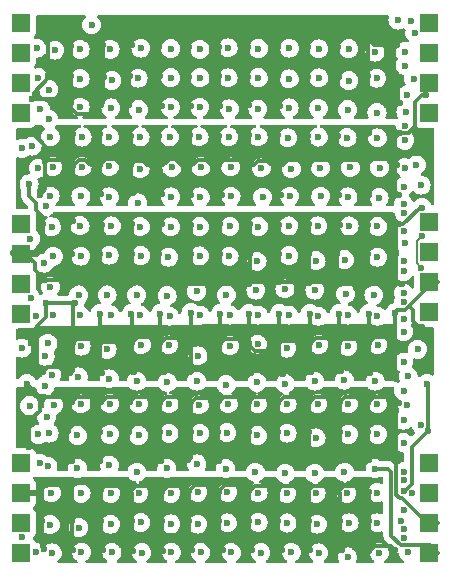
<source format=gbr>
%TF.GenerationSoftware,KiCad,Pcbnew,8.0.2*%
%TF.CreationDate,2024-06-24T13:44:32+02:00*%
%TF.ProjectId,PixelDisplay,50697865-6c44-4697-9370-6c61792e6b69,rev?*%
%TF.SameCoordinates,Original*%
%TF.FileFunction,Copper,L4,Bot*%
%TF.FilePolarity,Positive*%
%FSLAX46Y46*%
G04 Gerber Fmt 4.6, Leading zero omitted, Abs format (unit mm)*
G04 Created by KiCad (PCBNEW 8.0.2) date 2024-06-24 13:44:32*
%MOMM*%
%LPD*%
G01*
G04 APERTURE LIST*
%TA.AperFunction,CastellatedPad*%
%ADD10R,1.500000X1.500000*%
%TD*%
%TA.AperFunction,ViaPad*%
%ADD11C,0.600000*%
%TD*%
%TA.AperFunction,Conductor*%
%ADD12C,0.300000*%
%TD*%
%TA.AperFunction,Conductor*%
%ADD13C,0.200000*%
%TD*%
G04 APERTURE END LIST*
D10*
%TO.P,J6,1,Pin_1*%
%TO.N,Vdd_str6*%
X135350000Y-83540000D03*
%TO.P,J6,2,Pin_2*%
%TO.N,Vss_str6*%
X135350000Y-86080000D03*
%TO.P,J6,3,Pin_3*%
%TO.N,din_led_pwm_6*%
X135350000Y-88620000D03*
%TO.P,J6,4,Pin_4*%
%TO.N,dout_led_pwm_6*%
X135350000Y-91160000D03*
%TD*%
%TO.P,J5,1,Pin_1*%
%TO.N,Vdd_str5*%
X169850000Y-91190000D03*
%TO.P,J5,2,Pin_2*%
%TO.N,Vss_str5*%
X169850000Y-88650000D03*
%TO.P,J5,3,Pin_3*%
%TO.N,din_led_pwm_5*%
X169850000Y-86110000D03*
%TO.P,J5,4,Pin_4*%
%TO.N,dout_led_pwm_5*%
X169850000Y-83570000D03*
%TD*%
%TO.P,J2,1,Pin_1*%
%TO.N,Vdd_str2*%
X169850000Y-53880000D03*
%TO.P,J2,2,Pin_2*%
%TO.N,Vss_str2*%
X169850000Y-51340000D03*
%TO.P,J2,3,Pin_3*%
%TO.N,din_led_pwm_2*%
X169850000Y-48800000D03*
%TO.P,J2,4,Pin_4*%
%TO.N,dout_led_pwm_2*%
X169850000Y-46260000D03*
%TD*%
%TO.P,J3,1,Pin_1*%
%TO.N,Vdd_str3*%
X135350000Y-63260000D03*
%TO.P,J3,2,Pin_2*%
%TO.N,Vss_str3*%
X135350000Y-65800000D03*
%TO.P,J3,3,Pin_3*%
%TO.N,din_led_pwm_3*%
X135350000Y-68340000D03*
%TO.P,J3,4,Pin_4*%
%TO.N,dout_led_pwm_3*%
X135350000Y-70880000D03*
%TD*%
%TO.P,J4,1,Pin_1*%
%TO.N,Vdd_str4*%
X169850500Y-70760000D03*
%TO.P,J4,2,Pin_2*%
%TO.N,Vss_str4*%
X169850500Y-68220000D03*
%TO.P,J4,3,Pin_3*%
%TO.N,din_led_pwm_4*%
X169850500Y-65680000D03*
%TO.P,J4,4,Pin_4*%
%TO.N,dout_led_pwm_4*%
X169850500Y-63140000D03*
%TD*%
%TO.P,J1,1,Pin_1*%
%TO.N,Vdd_str1*%
X135350000Y-46290000D03*
%TO.P,J1,2,Pin_2*%
%TO.N,Vss_str1*%
X135350000Y-48830000D03*
%TO.P,J1,3,Pin_3*%
%TO.N,din_led_pwm_1*%
X135350000Y-51370000D03*
%TO.P,J1,4,Pin_4*%
%TO.N,dout_led_pwm_1*%
X135350000Y-53910000D03*
%TD*%
D11*
%TO.N,Vss_str1*%
X136251352Y-52736215D03*
X164800000Y-53050000D03*
X144730000Y-48170000D03*
X154513213Y-48296785D03*
X147068722Y-50761278D03*
X152160000Y-53280000D03*
X152060000Y-48299998D03*
X154610000Y-53260000D03*
X147040000Y-48299998D03*
X159610000Y-50809498D03*
X139520000Y-48230000D03*
X159510000Y-53250000D03*
X142120000Y-53240000D03*
X157262876Y-53321230D03*
X157060000Y-48299998D03*
X139544108Y-50765892D03*
X157101876Y-50755459D03*
X161990000Y-53250000D03*
X149721439Y-53320179D03*
X137630139Y-46770139D03*
X142324906Y-50840944D03*
X139560000Y-53090000D03*
X167156946Y-48140000D03*
X144523851Y-50726149D03*
X152083465Y-50756535D03*
X162200000Y-48299998D03*
X149580000Y-50809498D03*
X167390000Y-53060000D03*
X154514821Y-50807890D03*
X149580000Y-48299998D03*
X137643987Y-50801324D03*
X142230000Y-48120000D03*
X167390000Y-50809498D03*
X162232951Y-50809498D03*
X159610000Y-48299998D03*
X164900000Y-47830000D03*
X147230000Y-53290000D03*
X164690000Y-50770000D03*
X144500000Y-53230000D03*
%TO.N,Vdd_str1*%
X137682414Y-51910092D03*
X147979252Y-53419002D03*
X155420000Y-48440000D03*
X137674952Y-54422866D03*
X152960000Y-53540000D03*
X147990000Y-48440000D03*
X143013469Y-51138238D03*
X142872411Y-48507055D03*
X147990000Y-50909502D03*
X150466552Y-53418448D03*
X155370000Y-53560000D03*
X150469164Y-50909070D03*
X165419386Y-50944642D03*
X145270000Y-53610000D03*
X168559138Y-51000000D03*
X142924906Y-53470000D03*
X152860000Y-50920000D03*
X141290000Y-46430000D03*
X150470000Y-48510000D03*
X145470000Y-48400002D03*
X158030000Y-51010000D03*
X155419857Y-50900714D03*
X160540000Y-50920000D03*
X167240000Y-46020000D03*
X163060000Y-51150000D03*
X158030000Y-48400002D03*
X165290000Y-48740000D03*
X140329291Y-53402548D03*
X160540000Y-48470000D03*
X140330000Y-50980000D03*
X167910000Y-53840000D03*
X163060000Y-48450000D03*
X158020000Y-53470000D03*
X140330000Y-48510000D03*
X138179999Y-48577539D03*
X145240944Y-50945880D03*
X162970000Y-53620000D03*
X152860000Y-48380000D03*
X167800000Y-48691706D03*
X160490000Y-53500000D03*
X165460000Y-53860000D03*
%TO.N,Vdd_str2*%
X140500000Y-55930202D03*
X150395672Y-55920456D03*
X137817043Y-55917043D03*
X142796172Y-58408961D03*
X167707114Y-61600000D03*
X137791612Y-60923993D03*
X148000000Y-61000000D03*
X167808379Y-56212466D03*
X165640334Y-61050790D03*
X152895707Y-55918279D03*
X155775547Y-61024453D03*
X160675161Y-58524839D03*
X163200000Y-58500000D03*
X142800000Y-61000000D03*
X158065547Y-60949202D03*
X140500000Y-58439702D03*
X138000000Y-58439702D03*
X140394307Y-60945759D03*
X160498053Y-55929205D03*
X153080398Y-58459304D03*
X145400000Y-58600000D03*
X160700000Y-60949202D03*
X148100000Y-58500000D03*
X157900000Y-56000000D03*
X145396008Y-55924204D03*
X165684904Y-58515096D03*
X155665418Y-58534582D03*
X147895777Y-55922434D03*
X153100000Y-60949202D03*
X145200000Y-61500000D03*
X162920386Y-55978025D03*
X155395892Y-55915910D03*
X150500000Y-61000000D03*
X142799666Y-55900881D03*
X167845643Y-58511685D03*
X150555675Y-58444325D03*
X163000000Y-61000000D03*
X165500000Y-56000000D03*
X158200000Y-58600000D03*
X135400000Y-56900000D03*
%TO.N,Vss_str2*%
X144800000Y-60700000D03*
X147278854Y-60793958D03*
X139700000Y-55700000D03*
X164800000Y-55600000D03*
X154700000Y-60849198D03*
X154608009Y-55791991D03*
X149700000Y-60800000D03*
X152309386Y-60863045D03*
X149600000Y-58339698D03*
X149600000Y-55800000D03*
X162100000Y-58339698D03*
X136900000Y-60800000D03*
X147000000Y-55830198D03*
X142000000Y-55700000D03*
X164507851Y-58292149D03*
X164806189Y-60853060D03*
X159700000Y-60700000D03*
X142078854Y-60793958D03*
X167390000Y-55590000D03*
X169640000Y-52380000D03*
X136400000Y-55700000D03*
X139900000Y-60000000D03*
X144600000Y-58339698D03*
X152100000Y-58300000D03*
X137390000Y-58000000D03*
X144600000Y-55830198D03*
X157059325Y-55733517D03*
X167130000Y-58287277D03*
X142000000Y-58339698D03*
X159600000Y-55830198D03*
X159700000Y-58339698D03*
X167305181Y-60851774D03*
X154608009Y-58300000D03*
X139707281Y-58343372D03*
X147000000Y-58339698D03*
X162170390Y-55830198D03*
X157320743Y-60861058D03*
X152100000Y-55830198D03*
X162259708Y-60849741D03*
X157059325Y-58339698D03*
X169800000Y-56800000D03*
%TO.N,Vss_str3*%
X142000000Y-65869898D03*
X169300000Y-61900000D03*
X139650000Y-65860000D03*
X152200099Y-65869901D03*
X157200000Y-63360398D03*
X142203684Y-63362562D03*
X157200000Y-68200000D03*
X157200000Y-65869898D03*
X147300000Y-63300000D03*
X167563741Y-68413826D03*
X164700000Y-63360398D03*
X167300000Y-63300000D03*
X149701070Y-65800000D03*
X162100000Y-65869898D03*
X167100000Y-65869898D03*
X152200000Y-63300000D03*
X136000110Y-59900000D03*
X162326285Y-63369221D03*
X147000000Y-65800000D03*
X144700000Y-63300000D03*
X147200000Y-68300000D03*
X154600000Y-68379398D03*
X139600000Y-68379398D03*
X164802116Y-68382742D03*
X142200000Y-68300000D03*
X152200000Y-68300000D03*
X144700000Y-68300000D03*
X159700000Y-63300000D03*
X159700000Y-68300000D03*
X154700000Y-63300000D03*
X149800000Y-68300000D03*
X164700000Y-65800000D03*
X162321353Y-68387259D03*
X139700000Y-63000000D03*
X144702109Y-65871092D03*
X137200000Y-63300000D03*
X159700000Y-65869898D03*
X154700000Y-65869898D03*
X149701070Y-63360565D03*
X137350000Y-68000000D03*
%TO.N,Vdd_str3*%
X155300000Y-66450000D03*
X147700000Y-69350000D03*
X145421146Y-63506042D03*
X137911515Y-63537172D03*
X157997215Y-63459916D03*
X147800000Y-66100000D03*
X165200000Y-69300000D03*
X155200000Y-68900000D03*
X145119364Y-69300000D03*
X152933063Y-66028857D03*
X137800000Y-68600000D03*
X148011515Y-63537171D03*
X169200000Y-60000000D03*
X160300000Y-66400000D03*
X157993409Y-65969222D03*
X138050000Y-66033803D03*
X160434715Y-63450656D03*
X145445566Y-65969960D03*
X167707114Y-69149997D03*
X162709566Y-66306857D03*
X152700000Y-69300000D03*
X167721107Y-63920623D03*
X153000000Y-63500000D03*
X140383987Y-66014166D03*
X142980697Y-63460402D03*
X150436579Y-63507297D03*
X160200000Y-68900000D03*
X155421146Y-63506042D03*
X157668523Y-68785653D03*
X150436579Y-66000000D03*
X140200000Y-69300000D03*
X142609614Y-69300000D03*
X163099898Y-63460504D03*
X165500000Y-63500000D03*
X150200000Y-69000000D03*
X162800000Y-69200000D03*
X140316542Y-63440199D03*
X165500000Y-66100000D03*
X142785385Y-65934805D03*
X167707114Y-66400000D03*
%TO.N,Vdd_str4*%
X167705234Y-71299520D03*
X160536085Y-73504857D03*
X145119364Y-76600000D03*
X138000000Y-71000000D03*
X142900000Y-71000000D03*
X168100000Y-76200000D03*
X165500000Y-71100000D03*
X147839817Y-73523280D03*
X160200000Y-76600000D03*
X137911515Y-76037171D03*
X153000000Y-73600000D03*
X160500000Y-71100000D03*
X135400000Y-73800000D03*
X145400000Y-71000000D03*
X157800000Y-73800000D03*
X165300000Y-76600000D03*
X140170823Y-76235411D03*
X147900000Y-71100000D03*
X155400000Y-71000000D03*
X140411515Y-73637171D03*
X152700000Y-76900000D03*
X155346722Y-73470069D03*
X157700000Y-76800000D03*
X155300000Y-76700000D03*
X162978474Y-73662868D03*
X165510918Y-73501483D03*
X137600000Y-73400000D03*
X163000000Y-71000000D03*
X145500000Y-73500102D03*
X142609614Y-73900000D03*
X158000000Y-71000000D03*
X162700000Y-76500000D03*
X150300000Y-74461149D03*
X142800000Y-76400000D03*
X150500000Y-71000000D03*
X140300000Y-71000000D03*
X168900000Y-73900000D03*
X147700000Y-76700000D03*
X153000000Y-71000000D03*
X150200000Y-76600000D03*
%TO.N,Vss_str4*%
X159792785Y-73404806D03*
X136200000Y-73400000D03*
X137200000Y-75800000D03*
X139900000Y-70000000D03*
X152400000Y-75600000D03*
X154600000Y-70890598D03*
X167023834Y-73358754D03*
X157200000Y-70890598D03*
X144649997Y-70890598D03*
X137400000Y-70000000D03*
X162400000Y-75700000D03*
X162275417Y-73401689D03*
X152200030Y-73400000D03*
X164763230Y-70890878D03*
X154600000Y-73400000D03*
X144708593Y-73401812D03*
X144900000Y-75800000D03*
X162260202Y-70876700D03*
X149600000Y-75800000D03*
X167027790Y-75872210D03*
X159900000Y-75800000D03*
X139700000Y-73400000D03*
X169267172Y-72012929D03*
X154800000Y-75900000D03*
X164767737Y-73400560D03*
X147400000Y-75800000D03*
X159778906Y-70893503D03*
X157500000Y-76000000D03*
X166982589Y-70808009D03*
X142000000Y-73400000D03*
X164900000Y-75900000D03*
X157200000Y-73300000D03*
X142200000Y-75900000D03*
X142000000Y-70890598D03*
X147100000Y-70890598D03*
X149700000Y-70800000D03*
X139500000Y-75900000D03*
X147100000Y-73400098D03*
X149703171Y-73400326D03*
X152200030Y-70890601D03*
%TO.N,Net-(ICled2-DI)*%
X136960000Y-53570000D03*
X167800000Y-49890000D03*
%TO.N,Net-(ICled1-DI)*%
X136800000Y-50909502D03*
X168658737Y-47098253D03*
%TO.N,Net-(ICled41-DI)*%
X168800000Y-58300000D03*
X137400000Y-61800000D03*
%TO.N,Vdd_str5*%
X142842465Y-81100000D03*
X165300000Y-84000000D03*
X160441526Y-78512442D03*
X137600000Y-83800000D03*
X145119364Y-84300000D03*
X142800000Y-83700000D03*
X168035570Y-78609069D03*
X160300000Y-81400000D03*
X137700000Y-81000000D03*
X165498004Y-81100000D03*
X152752732Y-80957185D03*
X155339798Y-81200000D03*
X145275981Y-81200000D03*
X155158364Y-84300000D03*
X147845744Y-81010084D03*
X140099864Y-83985653D03*
X157700000Y-84400000D03*
X140397933Y-78517795D03*
X157849418Y-81000303D03*
X152648614Y-84000000D03*
X147845247Y-78505120D03*
X138090747Y-78609253D03*
X162700000Y-84300000D03*
X136045671Y-78673496D03*
X157846185Y-78519383D03*
X150421146Y-78606042D03*
X142842465Y-78506066D03*
X150200000Y-83600000D03*
X155339798Y-78523300D03*
X167707114Y-81800000D03*
X163039222Y-78526703D03*
X167707114Y-84249997D03*
X160200000Y-84400000D03*
X147668523Y-83985653D03*
X140100000Y-81200000D03*
X163039222Y-81100000D03*
X165498004Y-78518086D03*
X150445629Y-81028335D03*
X145275981Y-78516564D03*
X152869483Y-78501876D03*
%TO.N,Vss_str5*%
X164700000Y-78420798D03*
X144603590Y-83396410D03*
X152003339Y-80926959D03*
X164800000Y-83300000D03*
X159711647Y-83439798D03*
X149702036Y-80930492D03*
X147200000Y-83400000D03*
X142000000Y-83400000D03*
X157102690Y-78420798D03*
X167107114Y-80900000D03*
X147100000Y-78420798D03*
X167308816Y-78423779D03*
X137300000Y-77900000D03*
X141968690Y-80930298D03*
X152100000Y-78300000D03*
X149700000Y-78400000D03*
X149500000Y-83300000D03*
X144543190Y-78356810D03*
X154600000Y-78400000D03*
X154600000Y-80930298D03*
X162300000Y-83400000D03*
X167200000Y-83400000D03*
X139600000Y-83400000D03*
X159700000Y-80900000D03*
X139328964Y-80801334D03*
X139600000Y-78400000D03*
X154600000Y-83400000D03*
X162300000Y-80900000D03*
X136000000Y-82200000D03*
X144423565Y-80876435D03*
X147100000Y-80930298D03*
X157102690Y-80930298D03*
X164700000Y-80930298D03*
X142100000Y-78400000D03*
X135800000Y-76800000D03*
X157200000Y-83400000D03*
X159700000Y-78400000D03*
X162300000Y-78400000D03*
X152100000Y-83400000D03*
%TO.N,Vdd_str6*%
X143021146Y-91106042D03*
X157800000Y-86100000D03*
X160409617Y-88703290D03*
X157839031Y-88607819D03*
X168457784Y-86090745D03*
X140400000Y-86100000D03*
X152798083Y-86003851D03*
X155404208Y-88548281D03*
X142900000Y-88700000D03*
X148053464Y-91070002D03*
X160300000Y-86100000D03*
X140200000Y-89000000D03*
X150296337Y-86007738D03*
X145459518Y-88560394D03*
X165652148Y-91117854D03*
X137895100Y-86048744D03*
X168100000Y-91100000D03*
X150521146Y-91106042D03*
X145543899Y-91106909D03*
X165494318Y-88600000D03*
X152798083Y-88600000D03*
X169200000Y-80300000D03*
X137796559Y-88738543D03*
X142900000Y-86100000D03*
X167707261Y-89140778D03*
X155616605Y-91121311D03*
X163100000Y-88600000D03*
X162900000Y-86100000D03*
X145300000Y-86100000D03*
X153121146Y-91106042D03*
X158200000Y-91070002D03*
X165494318Y-86047864D03*
X162968523Y-91485653D03*
X147987427Y-88687023D03*
X160511515Y-91137171D03*
X140441242Y-91069919D03*
X150296337Y-88700000D03*
X137970823Y-91135411D03*
X155390421Y-86035271D03*
X148000000Y-86100000D03*
%TO.N,Net-(ICled116-DO)*%
X136125166Y-69539297D03*
X167800000Y-64900000D03*
%TO.N,Vss_str6*%
X142100000Y-85800000D03*
X137400000Y-85400000D03*
X152048096Y-85950998D03*
X139600000Y-88400000D03*
X144803016Y-90990305D03*
X152400000Y-90900000D03*
X159700000Y-88460498D03*
X157400000Y-90900000D03*
X167500000Y-88400000D03*
X166994965Y-90905035D03*
X137300000Y-90800000D03*
X162160202Y-85950998D03*
X157103640Y-85821455D03*
X139700000Y-90900000D03*
X164746091Y-88460498D03*
X164803322Y-90973491D03*
X159800000Y-90900000D03*
X169800000Y-80800000D03*
X142300000Y-90900000D03*
X152048096Y-88400000D03*
X154659360Y-88460498D03*
X149558283Y-88400000D03*
X164746091Y-85950998D03*
X149800000Y-90900000D03*
X159579316Y-85892350D03*
X167727364Y-85920483D03*
X162500000Y-90900000D03*
X162300000Y-88400000D03*
X144713550Y-88462673D03*
X142100000Y-88460498D03*
X144560202Y-85950998D03*
X147269603Y-88469691D03*
X137100000Y-88460498D03*
X154659360Y-85867778D03*
X139900000Y-85200000D03*
X147303582Y-90987555D03*
X147263381Y-85958960D03*
X157103640Y-88460498D03*
X169700000Y-76800000D03*
X154900000Y-90900000D03*
X149558283Y-85874396D03*
%TO.N,Net-(ICled119-DI)*%
X167707114Y-72400000D03*
X137362778Y-76989748D03*
%TO.N,din_led_pwm_1*%
X136637651Y-48400000D03*
%TO.N,Net-(ICled158-DI)*%
X136896580Y-83539800D03*
X167707114Y-79900000D03*
%TO.N,Net-(ICled197-DI)*%
X136550002Y-91070002D03*
X167707114Y-87500000D03*
%TO.N,Net-(ICled40-DI)*%
X167858523Y-54960000D03*
X136790000Y-58570000D03*
%TO.N,dout_led_pwm_1*%
X167959138Y-52388716D03*
%TO.N,din_led_pwm_2*%
X136262468Y-56693799D03*
%TO.N,dout_led_pwm_2*%
X167707114Y-60130000D03*
X168310000Y-46130000D03*
%TO.N,Net-(ICled118-DI)*%
X137369657Y-74482546D03*
X167707114Y-69900000D03*
%TO.N,din_led_pwm_3*%
X136122004Y-64521928D03*
%TO.N,Net-(ICled115-DO)*%
X137300000Y-66600000D03*
X167771245Y-62347255D03*
%TO.N,dout_led_pwm_3*%
X167705343Y-67299525D03*
%TO.N,Net-(ICled157-DI)*%
X136800000Y-81100000D03*
X167707114Y-77400000D03*
%TO.N,din_led_pwm_5*%
X137491885Y-79600723D03*
%TO.N,din_led_pwm_4*%
X136550002Y-71100000D03*
%TO.N,dout_led_pwm_4*%
X167707114Y-75000000D03*
X169197114Y-66978552D03*
X169300000Y-64300000D03*
%TO.N,Net-(ICled196-DI)*%
X167707114Y-85000000D03*
X135402182Y-89820000D03*
%TO.N,dout_led_pwm_6*%
X167705401Y-89890778D03*
%TD*%
D12*
%TO.N,Vss_str1*%
X142120000Y-53240000D02*
X141357452Y-54002548D01*
X142270000Y-53030000D02*
X142270000Y-53090000D01*
X162200000Y-48299998D02*
X162200000Y-53040000D01*
X162200000Y-53040000D02*
X161990000Y-53250000D01*
X154513213Y-48296785D02*
X154513213Y-53163213D01*
X137579999Y-50737336D02*
X137579999Y-46820279D01*
X167390000Y-53060000D02*
X167380000Y-53060000D01*
X142270000Y-53090000D02*
X142120000Y-53240000D01*
X144500000Y-48400000D02*
X144500000Y-53230000D01*
X165210000Y-48140000D02*
X164900000Y-47830000D01*
X159610000Y-48299998D02*
X159610000Y-53150000D01*
X167250000Y-52930000D02*
X167250000Y-50660000D01*
X139560000Y-53090000D02*
X139206215Y-52736215D01*
X142270000Y-48540000D02*
X142270000Y-53030000D01*
X147040000Y-48299998D02*
X147040000Y-53100000D01*
X164900000Y-47830000D02*
X164690000Y-48040000D01*
X137579999Y-46820279D02*
X137630139Y-46770139D01*
X139560000Y-53481786D02*
X139560000Y-53090000D01*
X152060000Y-53180000D02*
X152160000Y-53280000D01*
X137643987Y-50801324D02*
X139508676Y-50801324D01*
X167250000Y-50660000D02*
X166860000Y-50270000D01*
X164690000Y-48880000D02*
X164690000Y-50770000D01*
X139508676Y-50801324D02*
X139544108Y-50765892D01*
X137643987Y-50801324D02*
X137579999Y-50737336D01*
X138060139Y-46770139D02*
X139520000Y-48230000D01*
X152060000Y-48299998D02*
X152060000Y-53180000D01*
X139520000Y-48230000D02*
X139520000Y-53050000D01*
X141357452Y-54002548D02*
X140080762Y-54002548D01*
X167380000Y-53060000D02*
X167250000Y-52930000D01*
X139520000Y-53050000D02*
X139560000Y-53090000D01*
X164690000Y-48040000D02*
X164690000Y-48880000D01*
X137643987Y-50956013D02*
X137643987Y-50801324D01*
X140080762Y-54002548D02*
X139560000Y-53481786D01*
X157060000Y-53118354D02*
X157262876Y-53321230D01*
X166860000Y-50270000D02*
X166860000Y-48436946D01*
X136400000Y-52200000D02*
X137643987Y-50956013D01*
X164690000Y-52940000D02*
X164800000Y-53050000D01*
X136400000Y-52587567D02*
X136400000Y-52200000D01*
X154513213Y-53163213D02*
X154610000Y-53260000D01*
X157060000Y-48299998D02*
X157060000Y-53118354D01*
X142230000Y-48500000D02*
X142270000Y-48540000D01*
X159610000Y-53150000D02*
X159510000Y-53250000D01*
X149580000Y-53178740D02*
X149721439Y-53320179D01*
X142230000Y-48120000D02*
X142230000Y-48500000D01*
X137630139Y-46770139D02*
X138060139Y-46770139D01*
X144730000Y-48170000D02*
X144500000Y-48400000D01*
X164690000Y-50770000D02*
X164690000Y-52940000D01*
X139206215Y-52736215D02*
X136251352Y-52736215D01*
X136251352Y-52736215D02*
X136400000Y-52587567D01*
X166860000Y-48436946D02*
X167156946Y-48140000D01*
X149580000Y-48299998D02*
X149580000Y-53178740D01*
X167156946Y-48140000D02*
X165210000Y-48140000D01*
X147040000Y-53100000D02*
X147230000Y-53290000D01*
%TO.N,Vdd_str1*%
X160540000Y-53450000D02*
X160490000Y-53500000D01*
%TO.N,Vss_str2*%
X157900000Y-57900000D02*
X157460302Y-58339698D01*
X142530737Y-57808961D02*
X142000000Y-58339698D01*
X152100000Y-55830198D02*
X152100000Y-58300000D01*
X157059325Y-58339698D02*
X156539698Y-58339698D01*
X147000000Y-55830198D02*
X147000000Y-60500000D01*
X157400000Y-60900000D02*
X157361058Y-60861058D01*
X137550298Y-57839702D02*
X137390000Y-58000000D01*
X168140000Y-55560000D02*
X167420000Y-55560000D01*
X139139702Y-57839702D02*
X137550298Y-57839702D01*
X149811773Y-58339698D02*
X149600000Y-58339698D01*
X147000000Y-60500000D02*
X147293958Y-60793958D01*
X166500000Y-57800000D02*
X165000000Y-57800000D01*
X150307146Y-57844325D02*
X149811773Y-58339698D01*
X154608009Y-58300000D02*
X154608009Y-60808009D01*
X143839698Y-58339698D02*
X143308961Y-57808961D01*
X149600000Y-60300000D02*
X149600000Y-60700000D01*
X149600000Y-58339698D02*
X148839698Y-58339698D01*
X142000000Y-60715104D02*
X142078854Y-60793958D01*
X164500000Y-56800000D02*
X164500000Y-60546871D01*
X168660000Y-52970000D02*
X168660000Y-54460000D01*
X164800000Y-55600000D02*
X164500000Y-55900000D01*
X157460302Y-58339698D02*
X157059325Y-58339698D01*
X159600000Y-55830198D02*
X159600000Y-56200000D01*
X139707281Y-58343372D02*
X139643372Y-58343372D01*
X159700000Y-56300000D02*
X159700000Y-60700000D01*
X136400000Y-55700000D02*
X137390000Y-56690000D01*
X167390000Y-55590000D02*
X167000000Y-55980000D01*
X164500000Y-55900000D02*
X164500000Y-56800000D01*
X162100000Y-58339698D02*
X161939698Y-58339698D01*
X160139698Y-57900000D02*
X159700000Y-58339698D01*
X169640000Y-52380000D02*
X169250000Y-52380000D01*
X162600000Y-57900000D02*
X164115702Y-57900000D01*
X152309386Y-60890614D02*
X152309386Y-60863045D01*
X162100000Y-60700000D02*
X162259708Y-60859708D01*
X139643372Y-58343372D02*
X139139702Y-57839702D01*
X146300000Y-58300000D02*
X146000000Y-58300000D01*
X149600000Y-60700000D02*
X149700000Y-60800000D01*
X156539698Y-58339698D02*
X156134582Y-57934582D01*
X154608009Y-55791991D02*
X154608009Y-58300000D01*
X140748529Y-57839702D02*
X140210951Y-57839702D01*
X148500000Y-58000000D02*
X148500000Y-57800000D01*
X152540696Y-57859304D02*
X152100000Y-58300000D01*
X159000000Y-57900000D02*
X157900000Y-57900000D01*
X155051471Y-58300000D02*
X154608009Y-58300000D01*
X167000000Y-57900000D02*
X167000000Y-60546593D01*
X162100000Y-55900588D02*
X162100000Y-60700000D01*
X144600000Y-60500000D02*
X144800000Y-60700000D01*
X152300000Y-60900000D02*
X152309386Y-60890614D01*
X148500000Y-57800000D02*
X147900000Y-57800000D01*
X137390000Y-58000000D02*
X137390000Y-60310000D01*
X142000000Y-58339698D02*
X141248525Y-58339698D01*
X162170390Y-55830198D02*
X162100000Y-55900588D01*
X155416889Y-57934582D02*
X155051471Y-58300000D01*
X147293958Y-60793958D02*
X147278854Y-60793958D01*
X167000000Y-60546593D02*
X167305181Y-60851774D01*
X164500000Y-60546871D02*
X164806189Y-60853060D01*
X157059325Y-55733517D02*
X157059325Y-60559325D01*
X166987277Y-58287277D02*
X166500000Y-57800000D01*
X144600000Y-58339698D02*
X143839698Y-58339698D01*
X151400000Y-58300000D02*
X150944325Y-57844325D01*
X161500000Y-57900000D02*
X160139698Y-57900000D01*
X143308961Y-57808961D02*
X142530737Y-57808961D01*
X152100000Y-60700000D02*
X152300000Y-60900000D01*
X169800000Y-56800000D02*
X168350000Y-55350000D01*
X154700000Y-60900000D02*
X154700000Y-60849198D01*
X162100000Y-58339698D02*
X162160302Y-58339698D01*
X152100000Y-58300000D02*
X152100000Y-60700000D01*
X164115702Y-57900000D02*
X164507851Y-58292149D01*
X154608009Y-60808009D02*
X154700000Y-60900000D01*
X139700000Y-59800000D02*
X139900000Y-60000000D01*
X159439698Y-58339698D02*
X159000000Y-57900000D01*
X161939698Y-58339698D02*
X161500000Y-57900000D01*
X142000000Y-55700000D02*
X142000000Y-60715104D01*
X154167313Y-57859304D02*
X152540696Y-57859304D01*
X150944325Y-57844325D02*
X150307146Y-57844325D01*
X137390000Y-60310000D02*
X136900000Y-60800000D01*
X148839698Y-58339698D02*
X148500000Y-58000000D01*
X157059325Y-60559325D02*
X157400000Y-60900000D01*
X140210951Y-57839702D02*
X139707281Y-58343372D01*
X147000000Y-58339698D02*
X146339698Y-58339698D01*
X167130000Y-58287277D02*
X166987277Y-58287277D01*
X152100000Y-58300000D02*
X151400000Y-58300000D01*
X159600000Y-56200000D02*
X159700000Y-56300000D01*
X146339698Y-58339698D02*
X146300000Y-58300000D01*
X154608009Y-58300000D02*
X154167313Y-57859304D01*
X147360302Y-58339698D02*
X147000000Y-58339698D01*
X137390000Y-56690000D02*
X137390000Y-58000000D01*
X147900000Y-57800000D02*
X147360302Y-58339698D01*
X168660000Y-55040000D02*
X168350000Y-55350000D01*
X141248525Y-58339698D02*
X140748529Y-57839702D01*
X162259708Y-60859708D02*
X162259708Y-60849741D01*
X139700000Y-55700000D02*
X139700000Y-59800000D01*
X144939698Y-58000000D02*
X144600000Y-58339698D01*
X168660000Y-54460000D02*
X168660000Y-55040000D01*
X159700000Y-58339698D02*
X159439698Y-58339698D01*
X144600000Y-55830198D02*
X144600000Y-60200000D01*
X149600000Y-55800000D02*
X149600000Y-60300000D01*
X145700000Y-58000000D02*
X144939698Y-58000000D01*
X169250000Y-52380000D02*
X168660000Y-52970000D01*
X167420000Y-55560000D02*
X167390000Y-55590000D01*
X157361058Y-60861058D02*
X157320743Y-60861058D01*
X167000000Y-55980000D02*
X167000000Y-57900000D01*
X162160302Y-58339698D02*
X162600000Y-57900000D01*
X144600000Y-60200000D02*
X144600000Y-60500000D01*
X146000000Y-58300000D02*
X145700000Y-58000000D01*
X168350000Y-55350000D02*
X168140000Y-55560000D01*
X165000000Y-57800000D02*
X164507851Y-58292149D01*
X156134582Y-57934582D02*
X155416889Y-57934582D01*
%TO.N,Vss_str3*%
X142203684Y-63362562D02*
X142203684Y-63696316D01*
X139600000Y-68379398D02*
X139220602Y-68000000D01*
X136600000Y-62100000D02*
X137200000Y-62700000D01*
X149701070Y-65800000D02*
X149701070Y-68201070D01*
X169300000Y-61900000D02*
X169067029Y-61900000D01*
X139400000Y-66600000D02*
X139400000Y-68179398D01*
X139679398Y-68300000D02*
X139600000Y-68379398D01*
X162119747Y-68185653D02*
X154793745Y-68185653D01*
X136400000Y-65700000D02*
X137200000Y-64900000D01*
X139400000Y-63300000D02*
X139400000Y-66100000D01*
X164805460Y-68379398D02*
X164802116Y-68382742D01*
X154700000Y-68279398D02*
X154600000Y-68379398D01*
X139400000Y-66100000D02*
X139400000Y-66600000D01*
X147300000Y-63300000D02*
X147000000Y-63600000D01*
X162187259Y-68387259D02*
X162321353Y-68387259D01*
X149701070Y-68201070D02*
X149800000Y-68300000D01*
X139650000Y-65860000D02*
X139640000Y-65860000D01*
X147000000Y-68100000D02*
X147200000Y-68300000D01*
X164700000Y-65800000D02*
X164700000Y-68280626D01*
X167667029Y-63300000D02*
X167300000Y-63300000D01*
X136600000Y-61500000D02*
X136600000Y-62100000D01*
X167100000Y-63500000D02*
X167100000Y-67900000D01*
X144700000Y-68300000D02*
X139679398Y-68300000D01*
X137200000Y-63300000D02*
X137200000Y-64900000D01*
X164802116Y-68382742D02*
X162325870Y-68382742D01*
X154600000Y-68379398D02*
X149879398Y-68379398D01*
X136500000Y-67150000D02*
X136500000Y-66600000D01*
X157200000Y-63360398D02*
X157200000Y-68200000D01*
X162325870Y-68382742D02*
X162321353Y-68387259D01*
X147000000Y-63800000D02*
X147000000Y-65800000D01*
X136000110Y-59900000D02*
X136000110Y-60900110D01*
X147000000Y-65800000D02*
X147000000Y-68100000D01*
X162100000Y-63595506D02*
X162100000Y-68300000D01*
X167100000Y-67900000D02*
X167100000Y-68279398D01*
X154700000Y-63300000D02*
X154700000Y-68279398D01*
X134600000Y-65700000D02*
X136400000Y-65700000D01*
X136000110Y-60900110D02*
X136600000Y-61500000D01*
X167563741Y-68413826D02*
X167234428Y-68413826D01*
X167100000Y-68279398D02*
X167200000Y-68379398D01*
X142000000Y-68100000D02*
X142200000Y-68300000D01*
X162100000Y-68300000D02*
X162187259Y-68387259D01*
X144700000Y-63300000D02*
X144700000Y-68300000D01*
X142203684Y-63696316D02*
X142203684Y-63796316D01*
X154793745Y-68185653D02*
X154600000Y-68379398D01*
X167200000Y-68379398D02*
X164805460Y-68379398D01*
X137200000Y-62700000D02*
X137200000Y-63300000D01*
X142000000Y-64000000D02*
X142000000Y-68100000D01*
X136500000Y-66600000D02*
X135700000Y-65800000D01*
X139640000Y-65860000D02*
X139400000Y-66100000D01*
X164700000Y-68280626D02*
X164802116Y-68382742D01*
X152200000Y-63300000D02*
X152200000Y-68300000D01*
X159700000Y-63300000D02*
X159700000Y-68300000D01*
X149879398Y-68379398D02*
X149800000Y-68300000D01*
X149701070Y-63360565D02*
X149701070Y-65800000D01*
X164700000Y-63360398D02*
X164700000Y-65800000D01*
X147000000Y-63600000D02*
X147000000Y-63800000D01*
X149800000Y-68300000D02*
X144700000Y-68300000D01*
X137350000Y-68000000D02*
X136500000Y-67150000D01*
X142203684Y-63796316D02*
X142000000Y-64000000D01*
X139220602Y-68000000D02*
X137350000Y-68000000D01*
X135700000Y-65800000D02*
X134600000Y-65800000D01*
X139700000Y-63000000D02*
X139400000Y-63300000D01*
X169067029Y-61900000D02*
X167667029Y-63300000D01*
X162321353Y-68387259D02*
X162119747Y-68185653D01*
X139400000Y-68179398D02*
X139600000Y-68379398D01*
X167234428Y-68413826D02*
X167200000Y-68379398D01*
X167300000Y-63300000D02*
X167100000Y-63500000D01*
X162326285Y-63369221D02*
X162100000Y-63595506D01*
%TO.N,Vss_str4*%
X159778906Y-75678906D02*
X159900000Y-75800000D01*
X164430045Y-73062868D02*
X162614238Y-73062868D01*
X147576818Y-72923280D02*
X147100000Y-73400098D01*
X139500000Y-75900000D02*
X139300000Y-75900000D01*
X157200000Y-73300000D02*
X156429931Y-74070069D01*
X142000000Y-70890598D02*
X142000000Y-73400000D01*
X136700000Y-71900000D02*
X136700000Y-73500000D01*
X168177821Y-70277821D02*
X167855643Y-70600000D01*
X149703171Y-73400326D02*
X149500326Y-73400326D01*
X167023834Y-73358754D02*
X166566563Y-72901483D01*
X161778585Y-72904857D02*
X160287556Y-72904857D01*
X170235643Y-68220000D02*
X168177821Y-70277821D01*
X164763230Y-70890878D02*
X164763230Y-75763230D01*
X144700000Y-75600000D02*
X144900000Y-75800000D01*
X144606781Y-73300000D02*
X142100000Y-73300000D01*
X137562829Y-75437171D02*
X137200000Y-75800000D01*
X155098193Y-74070069D02*
X154600000Y-73571876D01*
X168500000Y-71509500D02*
X168500000Y-70600000D01*
X149700000Y-70800000D02*
X149700000Y-75700000D01*
X139900000Y-70000000D02*
X139700000Y-70200000D01*
X159778906Y-70893503D02*
X159778906Y-75678906D01*
X139900000Y-70000000D02*
X137400000Y-70000000D01*
X157200000Y-75300000D02*
X157200000Y-75700000D01*
X137400000Y-71200000D02*
X136700000Y-71900000D01*
X162260202Y-75560202D02*
X162400000Y-75700000D01*
X159792785Y-73404806D02*
X159587979Y-73200000D01*
X147100000Y-70890598D02*
X147100000Y-75500000D01*
X152200030Y-75400030D02*
X152400000Y-75600000D01*
X136700000Y-75300000D02*
X137200000Y-75800000D01*
X166982589Y-70808009D02*
X166982589Y-72800000D01*
X149500326Y-73400326D02*
X149023280Y-72923280D01*
X136300000Y-73500000D02*
X136200000Y-73400000D01*
X154200000Y-73000000D02*
X152600030Y-73000000D01*
X136700000Y-73500000D02*
X136300000Y-73500000D01*
X157200000Y-73300000D02*
X157200000Y-75300000D01*
X154600000Y-75500000D02*
X154600000Y-75700000D01*
X168500000Y-70600000D02*
X168177821Y-70277821D01*
X142000000Y-73400000D02*
X141637171Y-73037171D01*
X165262389Y-72901483D02*
X164767737Y-73396135D01*
X154600000Y-75700000D02*
X154800000Y-75900000D01*
X144649997Y-70890598D02*
X144700000Y-70940601D01*
X169267172Y-72012929D02*
X169003429Y-72012929D01*
X145210303Y-72900102D02*
X144708593Y-73401812D01*
X157300000Y-73200000D02*
X157200000Y-73300000D01*
X169003429Y-72012929D02*
X168500000Y-71509500D01*
X141637171Y-73037171D02*
X140062829Y-73037171D01*
X146600004Y-72900102D02*
X145210303Y-72900102D01*
X152200030Y-73400000D02*
X152200030Y-75400030D01*
X162614238Y-73062868D02*
X162275417Y-73401689D01*
X154600000Y-73400000D02*
X154600000Y-75500000D01*
X139700000Y-70200000D02*
X139700000Y-73400000D01*
X164763230Y-75763230D02*
X164900000Y-75900000D01*
X164767737Y-73400560D02*
X164430045Y-73062868D01*
X159587979Y-73200000D02*
X157300000Y-73200000D01*
X152200030Y-73400000D02*
X149703497Y-73400000D01*
X160287556Y-72904857D02*
X159792785Y-73399628D01*
X142100000Y-73300000D02*
X142000000Y-73400000D01*
X144700000Y-70940601D02*
X144700000Y-75600000D01*
X154600000Y-73400000D02*
X154200000Y-73000000D01*
X142000000Y-75700000D02*
X142200000Y-75900000D01*
X152200030Y-70890601D02*
X152200030Y-73400000D01*
X149023280Y-72923280D02*
X147576818Y-72923280D01*
X139300000Y-75900000D02*
X138837171Y-75437171D01*
X138837171Y-75437171D02*
X137562829Y-75437171D01*
X140062829Y-73037171D02*
X139700000Y-73400000D01*
X157200000Y-75700000D02*
X157500000Y-76000000D01*
X166982589Y-75827009D02*
X167027790Y-75872210D01*
X166982589Y-72800000D02*
X166982589Y-73317509D01*
X166982589Y-72800000D02*
X166982589Y-75827009D01*
X147100000Y-73400098D02*
X146600004Y-72900102D01*
X139700000Y-75700000D02*
X139500000Y-75900000D01*
X154600000Y-70890598D02*
X154600000Y-73400000D01*
X154600000Y-73571876D02*
X154600000Y-73400000D01*
X137400000Y-70000000D02*
X137400000Y-71200000D01*
X147100000Y-75500000D02*
X147400000Y-75800000D01*
X167200000Y-70600000D02*
X167190598Y-70600000D01*
X166566563Y-72901483D02*
X165262389Y-72901483D01*
X149700000Y-75700000D02*
X149600000Y-75800000D01*
X167190598Y-70600000D02*
X166982589Y-70808009D01*
X159792785Y-73399628D02*
X159792785Y-73404806D01*
X170600500Y-68220000D02*
X170235643Y-68220000D01*
X167855643Y-70600000D02*
X167200000Y-70600000D01*
X136700000Y-73500000D02*
X136700000Y-75300000D01*
X149703497Y-73400000D02*
X149703171Y-73400326D01*
X156429931Y-74070069D02*
X155098193Y-74070069D01*
X162275417Y-73401689D02*
X161778585Y-72904857D01*
X166982589Y-73317509D02*
X167023834Y-73358754D01*
X152600030Y-73000000D02*
X152200030Y-73400000D01*
X164767737Y-73396135D02*
X164767737Y-73400560D01*
X157200000Y-70890598D02*
X157200000Y-73300000D01*
X142000000Y-73400000D02*
X142000000Y-75700000D01*
X144708593Y-73401812D02*
X144606781Y-73300000D01*
X162260202Y-70876700D02*
X162260202Y-75560202D01*
X139700000Y-73400000D02*
X139700000Y-75700000D01*
%TO.N,Vdd_str5*%
X169910000Y-90500000D02*
X167466094Y-90500000D01*
X167466094Y-90500000D02*
X166657114Y-89691020D01*
X166657114Y-84257114D02*
X166400000Y-84000000D01*
X169853152Y-91190000D02*
X170600000Y-91190000D01*
X170600000Y-91190000D02*
X169910000Y-90500000D01*
X166400000Y-84000000D02*
X165300000Y-84000000D01*
X166657114Y-89691020D02*
X166657114Y-84257114D01*
%TO.N,Vss_str5*%
X152000000Y-83300000D02*
X152100000Y-83400000D01*
X147100000Y-78420798D02*
X147100000Y-83300000D01*
X137300000Y-77900000D02*
X136900000Y-78300000D01*
X144543190Y-78356810D02*
X144092446Y-77906066D01*
X157102690Y-78420798D02*
X157102690Y-83302690D01*
X136000000Y-80000000D02*
X136000000Y-82200000D01*
X152100000Y-78300000D02*
X151806042Y-78006042D01*
X149700000Y-78400000D02*
X149205120Y-77905120D01*
X144400000Y-82400000D02*
X144400000Y-83192820D01*
X142100000Y-78400000D02*
X141900000Y-78600000D01*
X144092446Y-77906066D02*
X142593934Y-77906066D01*
X154600000Y-78400000D02*
X154600000Y-83400000D01*
X141900000Y-83300000D02*
X142000000Y-83400000D01*
X162300000Y-80900000D02*
X162300000Y-83400000D01*
X170600000Y-88650000D02*
X169705643Y-88650000D01*
X139100000Y-77900000D02*
X137300000Y-77900000D01*
X160187558Y-77912442D02*
X159700000Y-78400000D01*
X144983436Y-77916564D02*
X144543190Y-78356810D01*
X157102690Y-78420798D02*
X156605192Y-77923300D01*
X141900000Y-79300000D02*
X141900000Y-83300000D01*
X157102690Y-83302690D02*
X157200000Y-83400000D01*
X156605192Y-77923300D02*
X155076700Y-77923300D01*
X142593934Y-77906066D02*
X142100000Y-78400000D01*
X167107114Y-83492886D02*
X167200000Y-83400000D01*
X162773297Y-77926703D02*
X162300000Y-78400000D01*
X139200000Y-83000000D02*
X139600000Y-83400000D01*
X147100000Y-78400000D02*
X147100000Y-78420798D01*
X140082205Y-77917795D02*
X139600000Y-78400000D01*
X149700000Y-78400000D02*
X149700000Y-83100000D01*
X167308816Y-78423779D02*
X167107114Y-78625481D01*
X136900000Y-77900000D02*
X135800000Y-76800000D01*
X159219383Y-77919383D02*
X157597656Y-77919383D01*
X155076700Y-77923300D02*
X154600000Y-78400000D01*
X154500000Y-78400000D02*
X154001876Y-77901876D01*
X164205905Y-77926703D02*
X162773297Y-77926703D01*
X139600000Y-78400000D02*
X139100000Y-77900000D01*
X152000000Y-78400000D02*
X152000000Y-82800000D01*
X152100000Y-78300000D02*
X152000000Y-78400000D01*
X139200000Y-78800000D02*
X139200000Y-83000000D01*
X147594880Y-77905120D02*
X147100000Y-78400000D01*
X166803123Y-77918086D02*
X165202712Y-77918086D01*
X151806042Y-78006042D02*
X150172617Y-78006042D01*
X159700000Y-78400000D02*
X159219383Y-77919383D01*
X167107114Y-80900000D02*
X167107114Y-83307114D01*
X154001876Y-77901876D02*
X152498124Y-77901876D01*
X159700000Y-80900000D02*
X159700000Y-83451445D01*
X167107114Y-78625481D02*
X167107114Y-80900000D01*
X167420483Y-86520483D02*
X167107114Y-86207114D01*
X152000000Y-82800000D02*
X152000000Y-83300000D01*
X149700000Y-83100000D02*
X149500000Y-83300000D01*
X167107114Y-83307114D02*
X167200000Y-83400000D01*
X152498124Y-77901876D02*
X152100000Y-78300000D01*
X141617795Y-77917795D02*
X140082205Y-77917795D01*
X149205120Y-77905120D02*
X147594880Y-77905120D01*
X161812442Y-77912442D02*
X160187558Y-77912442D01*
X136900000Y-78300000D02*
X136900000Y-79100000D01*
X157597656Y-77919383D02*
X157102690Y-78414349D01*
X164700000Y-83200000D02*
X164800000Y-83300000D01*
X136900000Y-79100000D02*
X136000000Y-80000000D01*
X144543190Y-78356810D02*
X144400000Y-78500000D01*
X142100000Y-78400000D02*
X141617795Y-77917795D01*
X167308816Y-78423779D02*
X166803123Y-77918086D01*
X147100000Y-83300000D02*
X147200000Y-83400000D01*
X147100000Y-78420798D02*
X146595766Y-77916564D01*
X159700000Y-78400000D02*
X159700000Y-80900000D01*
X159700000Y-83451445D02*
X159711647Y-83439798D01*
X144400000Y-83192820D02*
X144603590Y-83396410D01*
X141900000Y-78600000D02*
X141900000Y-79300000D01*
X164700000Y-78420798D02*
X164700000Y-83200000D01*
X169705643Y-88650000D02*
X167576126Y-86520483D01*
X139600000Y-78400000D02*
X139200000Y-78800000D01*
X167107114Y-86207114D02*
X167107114Y-83492886D01*
X154600000Y-78400000D02*
X154500000Y-78400000D01*
X150172617Y-78006042D02*
X149778659Y-78400000D01*
X165202712Y-77918086D02*
X164700000Y-78420798D01*
X162300000Y-78400000D02*
X162300000Y-80900000D01*
X162300000Y-78400000D02*
X161812442Y-77912442D01*
X146595766Y-77916564D02*
X144983436Y-77916564D01*
X144400000Y-78500000D02*
X144400000Y-82400000D01*
X149778659Y-78400000D02*
X149700000Y-78400000D01*
X167576126Y-86520483D02*
X167420483Y-86520483D01*
X164700000Y-78420798D02*
X164205905Y-77926703D01*
X157102690Y-78414349D02*
X157102690Y-78420798D01*
X137300000Y-77900000D02*
X136900000Y-77900000D01*
%TO.N,Vss_str6*%
X164295093Y-85500000D02*
X164746091Y-85950998D01*
X145011200Y-85500000D02*
X146804421Y-85500000D01*
X164803322Y-90996678D02*
X164803322Y-90973491D01*
X144803016Y-90996984D02*
X144803016Y-90990305D01*
X149558283Y-90658283D02*
X149800000Y-90900000D01*
X137400000Y-85400000D02*
X137100000Y-85700000D01*
X152048096Y-85950998D02*
X152048096Y-88400000D01*
X152048096Y-88400000D02*
X152048096Y-90548096D01*
X166607784Y-90517854D02*
X166994965Y-90905035D01*
X168400000Y-82600000D02*
X168400000Y-85300000D01*
X149183887Y-85500000D02*
X149558283Y-85874396D01*
X155091867Y-85435271D02*
X156717456Y-85435271D01*
X154659360Y-90659360D02*
X154900000Y-90900000D01*
X162160202Y-85950998D02*
X162300000Y-86090796D01*
X139700000Y-85400000D02*
X139900000Y-85200000D01*
X169800000Y-80800000D02*
X168400000Y-82200000D01*
X162300000Y-88400000D02*
X162300000Y-90700000D01*
X159579316Y-85892350D02*
X159971666Y-85500000D01*
X157103640Y-85821455D02*
X157103640Y-90603640D01*
X168400000Y-82200000D02*
X168400000Y-82600000D01*
X162160202Y-85950998D02*
X162611200Y-85500000D01*
X146804421Y-85500000D02*
X147263381Y-85958960D01*
X139600000Y-88400000D02*
X139600000Y-89000000D01*
X156717456Y-85435271D02*
X157103640Y-85821455D01*
X152048096Y-90548096D02*
X152400000Y-90900000D01*
X139900000Y-85200000D02*
X141500000Y-85200000D01*
X164800000Y-91000000D02*
X164803322Y-90996678D01*
X168400000Y-85300000D02*
X167900000Y-85800000D01*
X142400000Y-85500000D02*
X144109204Y-85500000D01*
X147263381Y-90963381D02*
X147300000Y-91000000D01*
X152549554Y-85403851D02*
X154195433Y-85403851D01*
X144800000Y-91000000D02*
X144803016Y-90996984D01*
X139900000Y-85200000D02*
X139600000Y-85500000D01*
X169800000Y-80800000D02*
X169800000Y-76900000D01*
X151504836Y-85407738D02*
X152048096Y-85950998D01*
X159700000Y-90800000D02*
X159800000Y-90900000D01*
X159579316Y-85892350D02*
X159700000Y-86013034D01*
X141500000Y-85200000D02*
X142100000Y-85800000D01*
X157103640Y-85821455D02*
X157425095Y-85500000D01*
X147263381Y-85958960D02*
X147722341Y-85500000D01*
X154659360Y-85867778D02*
X155091867Y-85435271D01*
X167847847Y-85800000D02*
X167727364Y-85920483D01*
X149558283Y-85874396D02*
X150024941Y-85407738D01*
X164746091Y-85950998D02*
X164746091Y-90946091D01*
X169800000Y-76900000D02*
X169700000Y-76800000D01*
X159700000Y-86013034D02*
X159700000Y-90800000D01*
X154195433Y-85403851D02*
X154659360Y-85867778D01*
X144700000Y-86090796D02*
X144700000Y-90900000D01*
X154659360Y-85867778D02*
X154659360Y-90659360D01*
X157103640Y-90603640D02*
X157400000Y-90900000D01*
X150024941Y-85407738D02*
X151504836Y-85407738D01*
X139600000Y-90800000D02*
X139700000Y-90900000D01*
X152048096Y-85905309D02*
X152549554Y-85403851D01*
X162611200Y-85500000D02*
X164295093Y-85500000D01*
X139600000Y-85500000D02*
X139600000Y-88400000D01*
X149558283Y-88400000D02*
X149558283Y-90658283D01*
X147303582Y-90996418D02*
X147303582Y-90987555D01*
X144560202Y-85950998D02*
X144700000Y-86090796D01*
X142100000Y-90700000D02*
X142300000Y-90900000D01*
X144109204Y-85500000D02*
X144560202Y-85950998D01*
X149558283Y-85874396D02*
X149558283Y-88400000D01*
X147722341Y-85500000D02*
X149183887Y-85500000D01*
X144700000Y-90900000D02*
X144800000Y-91000000D01*
X142100000Y-85800000D02*
X142400000Y-85500000D01*
X144560202Y-85950998D02*
X145011200Y-85500000D01*
X167900000Y-85800000D02*
X167847847Y-85800000D01*
X137100000Y-85700000D02*
X137100000Y-90600000D01*
X139600000Y-89000000D02*
X139600000Y-90800000D01*
X162300000Y-86090796D02*
X162300000Y-88400000D01*
X162300000Y-90700000D02*
X162500000Y-90900000D01*
X147300000Y-91000000D02*
X147303582Y-90996418D01*
X147263381Y-85958960D02*
X147263381Y-90963381D01*
X159186966Y-85500000D02*
X159579316Y-85892350D01*
X152048096Y-85950998D02*
X152048096Y-85905309D01*
X157425095Y-85500000D02*
X159186966Y-85500000D01*
X142100000Y-85800000D02*
X142100000Y-90700000D01*
X164803322Y-90973491D02*
X165258959Y-90517854D01*
X161709204Y-85500000D02*
X162160202Y-85950998D01*
X164746091Y-90946091D02*
X164800000Y-91000000D01*
X137100000Y-90600000D02*
X137300000Y-90800000D01*
X159971666Y-85500000D02*
X161709204Y-85500000D01*
X165258959Y-90517854D02*
X166607784Y-90517854D01*
X137400000Y-85400000D02*
X139700000Y-85400000D01*
D13*
%TO.N,dout_led_pwm_4*%
X169300000Y-64300000D02*
X168850500Y-64749500D01*
X168850500Y-66631938D02*
X169197114Y-66978552D01*
X168850500Y-64749500D02*
X168850500Y-66631938D01*
%TD*%
%TA.AperFunction,Conductor*%
%TO.N,Vss_str2*%
G36*
X140359940Y-54919685D02*
G01*
X140405695Y-54972489D01*
X140415639Y-55041647D01*
X140386614Y-55105203D01*
X140327836Y-55142977D01*
X140320842Y-55144799D01*
X140150476Y-55204413D01*
X139997737Y-55300386D01*
X139870184Y-55427939D01*
X139774211Y-55580678D01*
X139714631Y-55750947D01*
X139714630Y-55750952D01*
X139694435Y-55930198D01*
X139694435Y-55930205D01*
X139714630Y-56109451D01*
X139714631Y-56109456D01*
X139774211Y-56279725D01*
X139844580Y-56391715D01*
X139870184Y-56432464D01*
X139997738Y-56560018D01*
X140073846Y-56607840D01*
X140148889Y-56654993D01*
X140150478Y-56655991D01*
X140294670Y-56706446D01*
X140320745Y-56715570D01*
X140320750Y-56715571D01*
X140499996Y-56735767D01*
X140500000Y-56735767D01*
X140500004Y-56735767D01*
X140679249Y-56715571D01*
X140679252Y-56715570D01*
X140679255Y-56715570D01*
X140849522Y-56655991D01*
X141002262Y-56560018D01*
X141129816Y-56432464D01*
X141225789Y-56279724D01*
X141285368Y-56109457D01*
X141285369Y-56109451D01*
X141305565Y-55930205D01*
X141305565Y-55930198D01*
X141285369Y-55750952D01*
X141285368Y-55750947D01*
X141250212Y-55650478D01*
X141225789Y-55580680D01*
X141225161Y-55579681D01*
X141159865Y-55475763D01*
X141129816Y-55427940D01*
X141002262Y-55300386D01*
X140981320Y-55287227D01*
X140849523Y-55204413D01*
X140672682Y-55142534D01*
X140673109Y-55141311D01*
X140618531Y-55110786D01*
X140585671Y-55049125D01*
X140591364Y-54979488D01*
X140633801Y-54923983D01*
X140699510Y-54900232D01*
X140707099Y-54900000D01*
X142506498Y-54900000D01*
X142573537Y-54919685D01*
X142619292Y-54972489D01*
X142629236Y-55041647D01*
X142600211Y-55105203D01*
X142547453Y-55141041D01*
X142450146Y-55175090D01*
X142297403Y-55271065D01*
X142169850Y-55398618D01*
X142073877Y-55551357D01*
X142014297Y-55721626D01*
X142014296Y-55721631D01*
X141994101Y-55900877D01*
X141994101Y-55900884D01*
X142014296Y-56080130D01*
X142014297Y-56080135D01*
X142073877Y-56250404D01*
X142136158Y-56349523D01*
X142169850Y-56403143D01*
X142297404Y-56530697D01*
X142347205Y-56561989D01*
X142411300Y-56602263D01*
X142450144Y-56626670D01*
X142533936Y-56655990D01*
X142620411Y-56686249D01*
X142620416Y-56686250D01*
X142799662Y-56706446D01*
X142799666Y-56706446D01*
X142799670Y-56706446D01*
X142978915Y-56686250D01*
X142978918Y-56686249D01*
X142978921Y-56686249D01*
X143149188Y-56626670D01*
X143301928Y-56530697D01*
X143429482Y-56403143D01*
X143525455Y-56250403D01*
X143585034Y-56080136D01*
X143586854Y-56063983D01*
X143605231Y-55900884D01*
X143605231Y-55900877D01*
X143585035Y-55721631D01*
X143585034Y-55721626D01*
X143560138Y-55650478D01*
X143525455Y-55551359D01*
X143429482Y-55398619D01*
X143301928Y-55271065D01*
X143216616Y-55217460D01*
X143149185Y-55175090D01*
X143051879Y-55141041D01*
X142995103Y-55100320D01*
X142969356Y-55035367D01*
X142982812Y-54966805D01*
X143031200Y-54916403D01*
X143092834Y-54900000D01*
X145169494Y-54900000D01*
X145236533Y-54919685D01*
X145282288Y-54972489D01*
X145292232Y-55041647D01*
X145263207Y-55105203D01*
X145210449Y-55141042D01*
X145046484Y-55198415D01*
X144893745Y-55294388D01*
X144766192Y-55421941D01*
X144670219Y-55574680D01*
X144610639Y-55744949D01*
X144610638Y-55744954D01*
X144590443Y-55924200D01*
X144590443Y-55924207D01*
X144610638Y-56103453D01*
X144610639Y-56103458D01*
X144670219Y-56273727D01*
X144761692Y-56419305D01*
X144766192Y-56426466D01*
X144893746Y-56554020D01*
X144903292Y-56560018D01*
X145040519Y-56646244D01*
X145046486Y-56649993D01*
X145216753Y-56709572D01*
X145216758Y-56709573D01*
X145396004Y-56729769D01*
X145396008Y-56729769D01*
X145396012Y-56729769D01*
X145575257Y-56709573D01*
X145575260Y-56709572D01*
X145575263Y-56709572D01*
X145745530Y-56649993D01*
X145898270Y-56554020D01*
X146025824Y-56426466D01*
X146121797Y-56273726D01*
X146181376Y-56103459D01*
X146181377Y-56103453D01*
X146201573Y-55924207D01*
X146201573Y-55924200D01*
X146181377Y-55744954D01*
X146181376Y-55744949D01*
X146180065Y-55741201D01*
X146121797Y-55574682D01*
X146117297Y-55567521D01*
X146051159Y-55462262D01*
X146025824Y-55421942D01*
X145898270Y-55294388D01*
X145861152Y-55271065D01*
X145745531Y-55198415D01*
X145581567Y-55141042D01*
X145524791Y-55100320D01*
X145499044Y-55035367D01*
X145512500Y-54966806D01*
X145560887Y-54916403D01*
X145622522Y-54900000D01*
X147664204Y-54900000D01*
X147731243Y-54919685D01*
X147776998Y-54972489D01*
X147786942Y-55041647D01*
X147757917Y-55105203D01*
X147705159Y-55141042D01*
X147546254Y-55196645D01*
X147393514Y-55292618D01*
X147265961Y-55420171D01*
X147169988Y-55572910D01*
X147110408Y-55743179D01*
X147110407Y-55743184D01*
X147090212Y-55922430D01*
X147090212Y-55922437D01*
X147110407Y-56101683D01*
X147110408Y-56101688D01*
X147169988Y-56271957D01*
X147245238Y-56391715D01*
X147265961Y-56424696D01*
X147393515Y-56552250D01*
X147405878Y-56560018D01*
X147539640Y-56644067D01*
X147546255Y-56648223D01*
X147697880Y-56701279D01*
X147716522Y-56707802D01*
X147716527Y-56707803D01*
X147895773Y-56727999D01*
X147895777Y-56727999D01*
X147895781Y-56727999D01*
X148075026Y-56707803D01*
X148075029Y-56707802D01*
X148075032Y-56707802D01*
X148245299Y-56648223D01*
X148398039Y-56552250D01*
X148525593Y-56424696D01*
X148621566Y-56271956D01*
X148681145Y-56101689D01*
X148681613Y-56097534D01*
X148701342Y-55922437D01*
X148701342Y-55922430D01*
X148681146Y-55743184D01*
X148681145Y-55743179D01*
X148669607Y-55710205D01*
X148621566Y-55572912D01*
X148618461Y-55567971D01*
X148560523Y-55475763D01*
X148525593Y-55420172D01*
X148398039Y-55292618D01*
X148245299Y-55196645D01*
X148229892Y-55191254D01*
X148086395Y-55141042D01*
X148029619Y-55100320D01*
X148003872Y-55035367D01*
X148017328Y-54966805D01*
X148065716Y-54916403D01*
X148127350Y-54900000D01*
X150158446Y-54900000D01*
X150225485Y-54919685D01*
X150271240Y-54972489D01*
X150281184Y-55041647D01*
X150252159Y-55105203D01*
X150199401Y-55141041D01*
X150046152Y-55194665D01*
X149893409Y-55290640D01*
X149765856Y-55418193D01*
X149669883Y-55570932D01*
X149610303Y-55741201D01*
X149610302Y-55741206D01*
X149590107Y-55920452D01*
X149590107Y-55920459D01*
X149610302Y-56099705D01*
X149610303Y-56099710D01*
X149669883Y-56269979D01*
X149746379Y-56391720D01*
X149765856Y-56422718D01*
X149893410Y-56550272D01*
X149976153Y-56602263D01*
X150042683Y-56644067D01*
X150046150Y-56646245D01*
X150210198Y-56703648D01*
X150216417Y-56705824D01*
X150216422Y-56705825D01*
X150395668Y-56726021D01*
X150395672Y-56726021D01*
X150395676Y-56726021D01*
X150574921Y-56705825D01*
X150574924Y-56705824D01*
X150574927Y-56705824D01*
X150745194Y-56646245D01*
X150897934Y-56550272D01*
X151025488Y-56422718D01*
X151121461Y-56269978D01*
X151181040Y-56099711D01*
X151181041Y-56099705D01*
X151201237Y-55920459D01*
X151201237Y-55920452D01*
X151181041Y-55741206D01*
X151181040Y-55741201D01*
X151166268Y-55698986D01*
X151121461Y-55570934D01*
X151119316Y-55567521D01*
X151053178Y-55462262D01*
X151025488Y-55418194D01*
X150897934Y-55290640D01*
X150840416Y-55254499D01*
X150745191Y-55194665D01*
X150591943Y-55141041D01*
X150535167Y-55100320D01*
X150509420Y-55035367D01*
X150522876Y-54966805D01*
X150571264Y-54916403D01*
X150632898Y-54900000D01*
X152652260Y-54900000D01*
X152719299Y-54919685D01*
X152765054Y-54972489D01*
X152774998Y-55041647D01*
X152745973Y-55105203D01*
X152693215Y-55141042D01*
X152546183Y-55192490D01*
X152393444Y-55288463D01*
X152265891Y-55416016D01*
X152169918Y-55568755D01*
X152110338Y-55739024D01*
X152110337Y-55739029D01*
X152090142Y-55918275D01*
X152090142Y-55918282D01*
X152110337Y-56097528D01*
X152110338Y-56097533D01*
X152169918Y-56267802D01*
X152247782Y-56391721D01*
X152265891Y-56420541D01*
X152393445Y-56548095D01*
X152479653Y-56602263D01*
X152542414Y-56641699D01*
X152546185Y-56644068D01*
X152666734Y-56686250D01*
X152716452Y-56703647D01*
X152716457Y-56703648D01*
X152895703Y-56723844D01*
X152895707Y-56723844D01*
X152895711Y-56723844D01*
X153074956Y-56703648D01*
X153074959Y-56703647D01*
X153074962Y-56703647D01*
X153245229Y-56644068D01*
X153397969Y-56548095D01*
X153525523Y-56420541D01*
X153621496Y-56267801D01*
X153681075Y-56097534D01*
X153681076Y-56097528D01*
X153701272Y-55918282D01*
X153701272Y-55918275D01*
X153681076Y-55739029D01*
X153681075Y-55739024D01*
X153623569Y-55574682D01*
X153621496Y-55568757D01*
X153620719Y-55567521D01*
X153554581Y-55462262D01*
X153525523Y-55416017D01*
X153397969Y-55288463D01*
X153340314Y-55252236D01*
X153245230Y-55192490D01*
X153098199Y-55141042D01*
X153041423Y-55100320D01*
X153015676Y-55035367D01*
X153029132Y-54966806D01*
X153077519Y-54916403D01*
X153139154Y-54900000D01*
X155145675Y-54900000D01*
X155212714Y-54919685D01*
X155258469Y-54972489D01*
X155268413Y-55041647D01*
X155239388Y-55105203D01*
X155186630Y-55141042D01*
X155046368Y-55190121D01*
X154893629Y-55286094D01*
X154766076Y-55413647D01*
X154670103Y-55566386D01*
X154610523Y-55736655D01*
X154610522Y-55736660D01*
X154590327Y-55915906D01*
X154590327Y-55915913D01*
X154610522Y-56095159D01*
X154610523Y-56095164D01*
X154670103Y-56265433D01*
X154722940Y-56349522D01*
X154766076Y-56418172D01*
X154893630Y-56545726D01*
X154983608Y-56602263D01*
X155027456Y-56629815D01*
X155046370Y-56641699D01*
X155195252Y-56693795D01*
X155216637Y-56701278D01*
X155216642Y-56701279D01*
X155395888Y-56721475D01*
X155395892Y-56721475D01*
X155395896Y-56721475D01*
X155575141Y-56701279D01*
X155575144Y-56701278D01*
X155575147Y-56701278D01*
X155745414Y-56641699D01*
X155898154Y-56545726D01*
X156025708Y-56418172D01*
X156121681Y-56265432D01*
X156181260Y-56095165D01*
X156181261Y-56095159D01*
X156191983Y-55999996D01*
X157094435Y-55999996D01*
X157094435Y-56000003D01*
X157114630Y-56179249D01*
X157114631Y-56179254D01*
X157174211Y-56349523D01*
X157256376Y-56480287D01*
X157270184Y-56502262D01*
X157397738Y-56629816D01*
X157487551Y-56686249D01*
X157547382Y-56723844D01*
X157550478Y-56725789D01*
X157657944Y-56763393D01*
X157720745Y-56785368D01*
X157720750Y-56785369D01*
X157899996Y-56805565D01*
X157900000Y-56805565D01*
X157900004Y-56805565D01*
X158079249Y-56785369D01*
X158079252Y-56785368D01*
X158079255Y-56785368D01*
X158249522Y-56725789D01*
X158402262Y-56629816D01*
X158529816Y-56502262D01*
X158625789Y-56349522D01*
X158685368Y-56179255D01*
X158685369Y-56179249D01*
X158705565Y-56000003D01*
X158705565Y-55999996D01*
X158685369Y-55820750D01*
X158685368Y-55820745D01*
X158660945Y-55750947D01*
X158625789Y-55650478D01*
X158529816Y-55497738D01*
X158402262Y-55370184D01*
X158305721Y-55309523D01*
X158249523Y-55274211D01*
X158079254Y-55214631D01*
X158079249Y-55214630D01*
X157900004Y-55194435D01*
X157899996Y-55194435D01*
X157720750Y-55214630D01*
X157720745Y-55214631D01*
X157550476Y-55274211D01*
X157397737Y-55370184D01*
X157270184Y-55497737D01*
X157174211Y-55650476D01*
X157114631Y-55820745D01*
X157114630Y-55820750D01*
X157094435Y-55999996D01*
X156191983Y-55999996D01*
X156201457Y-55915913D01*
X156201457Y-55915906D01*
X156181261Y-55736660D01*
X156181260Y-55736655D01*
X156123963Y-55572910D01*
X156121681Y-55566388D01*
X156112236Y-55551357D01*
X156034688Y-55427940D01*
X156025708Y-55413648D01*
X155898154Y-55286094D01*
X155847871Y-55254499D01*
X155745415Y-55190121D01*
X155605154Y-55141042D01*
X155548378Y-55100320D01*
X155522631Y-55035367D01*
X155536087Y-54966806D01*
X155584474Y-54916403D01*
X155646109Y-54900000D01*
X160286585Y-54900000D01*
X160353624Y-54919685D01*
X160399379Y-54972489D01*
X160409323Y-55041647D01*
X160380298Y-55105203D01*
X160325075Y-55140692D01*
X160325371Y-55141537D01*
X160321835Y-55142773D01*
X160321520Y-55142977D01*
X160320483Y-55143247D01*
X160148529Y-55203416D01*
X159995790Y-55299389D01*
X159868237Y-55426942D01*
X159772264Y-55579681D01*
X159712684Y-55749950D01*
X159712683Y-55749955D01*
X159692488Y-55929201D01*
X159692488Y-55929208D01*
X159712683Y-56108454D01*
X159712684Y-56108459D01*
X159772264Y-56278728D01*
X159816747Y-56349522D01*
X159868237Y-56431467D01*
X159995791Y-56559021D01*
X160000515Y-56561989D01*
X160129173Y-56642831D01*
X160148531Y-56654994D01*
X160304506Y-56709572D01*
X160318798Y-56714573D01*
X160318803Y-56714574D01*
X160498049Y-56734770D01*
X160498053Y-56734770D01*
X160498057Y-56734770D01*
X160677302Y-56714574D01*
X160677305Y-56714573D01*
X160677308Y-56714573D01*
X160847575Y-56654994D01*
X161000315Y-56559021D01*
X161127869Y-56431467D01*
X161223842Y-56278727D01*
X161283421Y-56108460D01*
X161283422Y-56108454D01*
X161298118Y-55978021D01*
X162114821Y-55978021D01*
X162114821Y-55978028D01*
X162135016Y-56157274D01*
X162135017Y-56157279D01*
X162194597Y-56327548D01*
X162252252Y-56419305D01*
X162290570Y-56480287D01*
X162418124Y-56607841D01*
X162494753Y-56655990D01*
X162570599Y-56703648D01*
X162570864Y-56703814D01*
X162741131Y-56763393D01*
X162741136Y-56763394D01*
X162920382Y-56783590D01*
X162920386Y-56783590D01*
X162920390Y-56783590D01*
X163099635Y-56763394D01*
X163099638Y-56763393D01*
X163099641Y-56763393D01*
X163269908Y-56703814D01*
X163422648Y-56607841D01*
X163550202Y-56480287D01*
X163646175Y-56327547D01*
X163705754Y-56157280D01*
X163707949Y-56137802D01*
X163723476Y-55999996D01*
X164694435Y-55999996D01*
X164694435Y-56000003D01*
X164714630Y-56179249D01*
X164714631Y-56179254D01*
X164774211Y-56349523D01*
X164856376Y-56480287D01*
X164870184Y-56502262D01*
X164997738Y-56629816D01*
X165087551Y-56686249D01*
X165147382Y-56723844D01*
X165150478Y-56725789D01*
X165257944Y-56763393D01*
X165320745Y-56785368D01*
X165320750Y-56785369D01*
X165499996Y-56805565D01*
X165500000Y-56805565D01*
X165500004Y-56805565D01*
X165679249Y-56785369D01*
X165679252Y-56785368D01*
X165679255Y-56785368D01*
X165849522Y-56725789D01*
X166002262Y-56629816D01*
X166129816Y-56502262D01*
X166225789Y-56349522D01*
X166285368Y-56179255D01*
X166285369Y-56179249D01*
X166305565Y-56000003D01*
X166305565Y-55999996D01*
X166285369Y-55820750D01*
X166285368Y-55820745D01*
X166260945Y-55750947D01*
X166225789Y-55650478D01*
X166129816Y-55497738D01*
X166002262Y-55370184D01*
X165905721Y-55309523D01*
X165849523Y-55274211D01*
X165679254Y-55214631D01*
X165679249Y-55214630D01*
X165500004Y-55194435D01*
X165499996Y-55194435D01*
X165320750Y-55214630D01*
X165320745Y-55214631D01*
X165150476Y-55274211D01*
X164997737Y-55370184D01*
X164870184Y-55497737D01*
X164774211Y-55650476D01*
X164714631Y-55820745D01*
X164714630Y-55820750D01*
X164694435Y-55999996D01*
X163723476Y-55999996D01*
X163725951Y-55978028D01*
X163725951Y-55978021D01*
X163705755Y-55798775D01*
X163705754Y-55798770D01*
X163653864Y-55650478D01*
X163646175Y-55628503D01*
X163550202Y-55475763D01*
X163422648Y-55348209D01*
X163358602Y-55307966D01*
X163269909Y-55252236D01*
X163099640Y-55192656D01*
X163099635Y-55192655D01*
X162920390Y-55172460D01*
X162920382Y-55172460D01*
X162741136Y-55192655D01*
X162741131Y-55192656D01*
X162570862Y-55252236D01*
X162418123Y-55348209D01*
X162290570Y-55475762D01*
X162194597Y-55628501D01*
X162135017Y-55798770D01*
X162135016Y-55798775D01*
X162114821Y-55978021D01*
X161298118Y-55978021D01*
X161303618Y-55929208D01*
X161303618Y-55929201D01*
X161283422Y-55749955D01*
X161283421Y-55749950D01*
X161248614Y-55650478D01*
X161223842Y-55579683D01*
X161220698Y-55574680D01*
X161172352Y-55497737D01*
X161127869Y-55426943D01*
X161000315Y-55299389D01*
X160986391Y-55290640D01*
X160847576Y-55203416D01*
X160670735Y-55141537D01*
X160671585Y-55139105D01*
X160620952Y-55110785D01*
X160588093Y-55049124D01*
X160593786Y-54979487D01*
X160636224Y-54923982D01*
X160701934Y-54900232D01*
X160709521Y-54900000D01*
X166935384Y-54900000D01*
X167002423Y-54919685D01*
X167048178Y-54972489D01*
X167058604Y-55010116D01*
X167073153Y-55139250D01*
X167073154Y-55139254D01*
X167132734Y-55309523D01*
X167228707Y-55462262D01*
X167239924Y-55473479D01*
X167273409Y-55534802D01*
X167268425Y-55604494D01*
X167239926Y-55648840D01*
X167178562Y-55710205D01*
X167082590Y-55862942D01*
X167023010Y-56033211D01*
X167023009Y-56033216D01*
X167002814Y-56212462D01*
X167002814Y-56212469D01*
X167023009Y-56391715D01*
X167023010Y-56391720D01*
X167082590Y-56561989D01*
X167141655Y-56655990D01*
X167178563Y-56714728D01*
X167306117Y-56842282D01*
X167458857Y-56938255D01*
X167629124Y-56997834D01*
X167629129Y-56997835D01*
X167808375Y-57018031D01*
X167808379Y-57018031D01*
X167808383Y-57018031D01*
X167987628Y-56997835D01*
X167987631Y-56997834D01*
X167987634Y-56997834D01*
X168157901Y-56938255D01*
X168310641Y-56842282D01*
X168438195Y-56714728D01*
X168534168Y-56561988D01*
X168593747Y-56391721D01*
X168599093Y-56344277D01*
X168613944Y-56212469D01*
X168613944Y-56212462D01*
X168593748Y-56033216D01*
X168593747Y-56033211D01*
X168574438Y-55978028D01*
X168534168Y-55862944D01*
X168438195Y-55710204D01*
X168426977Y-55698986D01*
X168393492Y-55637663D01*
X168398476Y-55567971D01*
X168426977Y-55523624D01*
X168452864Y-55497737D01*
X168488339Y-55462262D01*
X168584312Y-55309522D01*
X168643891Y-55139255D01*
X168643891Y-55139246D01*
X168645388Y-55132694D01*
X168679493Y-55071713D01*
X168741153Y-55038852D01*
X168810790Y-55044542D01*
X168840592Y-55061013D01*
X168857664Y-55073793D01*
X168857671Y-55073797D01*
X168992517Y-55124091D01*
X168992516Y-55124091D01*
X168997595Y-55124637D01*
X169052127Y-55130500D01*
X170175500Y-55130499D01*
X170242539Y-55150184D01*
X170288294Y-55202987D01*
X170299500Y-55254499D01*
X170299500Y-61602886D01*
X170279815Y-61669925D01*
X170227011Y-61715680D01*
X170157853Y-61725624D01*
X170094297Y-61696599D01*
X170058458Y-61643840D01*
X170025789Y-61550478D01*
X169994073Y-61500002D01*
X169929816Y-61397738D01*
X169802262Y-61270184D01*
X169770897Y-61250476D01*
X169649523Y-61174211D01*
X169479254Y-61114631D01*
X169479249Y-61114630D01*
X169300004Y-61094435D01*
X169299996Y-61094435D01*
X169120750Y-61114630D01*
X169120745Y-61114631D01*
X168950476Y-61174211D01*
X168797734Y-61270186D01*
X168797733Y-61270186D01*
X168723792Y-61344127D01*
X168705003Y-61359547D01*
X168648472Y-61397320D01*
X168581795Y-61418198D01*
X168514414Y-61399714D01*
X168467724Y-61347735D01*
X168462539Y-61335173D01*
X168449785Y-61298724D01*
X168432903Y-61250478D01*
X168420063Y-61230044D01*
X168370069Y-61150478D01*
X168336930Y-61097738D01*
X168209376Y-60970184D01*
X168209074Y-60969994D01*
X168208921Y-60969822D01*
X168203930Y-60965841D01*
X168204627Y-60964966D01*
X168162782Y-60917660D01*
X168152133Y-60848607D01*
X168180508Y-60784758D01*
X168204073Y-60764338D01*
X168203930Y-60764159D01*
X168208339Y-60760642D01*
X168209074Y-60760006D01*
X168209137Y-60759965D01*
X168209376Y-60759816D01*
X168336930Y-60632262D01*
X168394376Y-60540836D01*
X168446709Y-60494546D01*
X168515762Y-60483897D01*
X168579611Y-60512272D01*
X168587050Y-60519128D01*
X168697738Y-60629816D01*
X168756889Y-60666983D01*
X168832721Y-60714632D01*
X168850478Y-60725789D01*
X168976689Y-60769952D01*
X169020745Y-60785368D01*
X169020750Y-60785369D01*
X169199996Y-60805565D01*
X169200000Y-60805565D01*
X169200004Y-60805565D01*
X169379249Y-60785369D01*
X169379252Y-60785368D01*
X169379255Y-60785368D01*
X169549522Y-60725789D01*
X169702262Y-60629816D01*
X169829816Y-60502262D01*
X169925789Y-60349522D01*
X169985368Y-60179255D01*
X169987106Y-60163832D01*
X170005565Y-60000003D01*
X170005565Y-59999996D01*
X169985369Y-59820750D01*
X169985368Y-59820745D01*
X169925788Y-59650476D01*
X169862955Y-59550478D01*
X169829816Y-59497738D01*
X169702262Y-59370184D01*
X169678684Y-59355369D01*
X169549523Y-59274211D01*
X169379254Y-59214631D01*
X169379250Y-59214630D01*
X169281752Y-59203645D01*
X169217338Y-59176578D01*
X169177783Y-59118983D01*
X169175646Y-59049146D01*
X169211605Y-58989240D01*
X169229659Y-58975435D01*
X169302262Y-58929816D01*
X169429816Y-58802262D01*
X169525789Y-58649522D01*
X169585368Y-58479255D01*
X169587616Y-58459304D01*
X169605565Y-58300003D01*
X169605565Y-58299996D01*
X169585369Y-58120750D01*
X169585368Y-58120745D01*
X169581531Y-58109780D01*
X169525789Y-57950478D01*
X169520501Y-57942063D01*
X169440431Y-57814632D01*
X169429816Y-57797738D01*
X169302262Y-57670184D01*
X169231608Y-57625789D01*
X169149523Y-57574211D01*
X168979254Y-57514631D01*
X168979249Y-57514630D01*
X168800004Y-57494435D01*
X168799996Y-57494435D01*
X168620750Y-57514630D01*
X168620745Y-57514631D01*
X168450476Y-57574211D01*
X168297736Y-57670185D01*
X168240523Y-57727397D01*
X168179199Y-57760881D01*
X168111890Y-57756756D01*
X168024898Y-57726317D01*
X168024889Y-57726315D01*
X167845647Y-57706120D01*
X167845639Y-57706120D01*
X167666393Y-57726315D01*
X167666388Y-57726316D01*
X167496119Y-57785896D01*
X167343380Y-57881869D01*
X167215827Y-58009422D01*
X167119854Y-58162161D01*
X167060274Y-58332430D01*
X167060273Y-58332435D01*
X167040078Y-58511681D01*
X167040078Y-58511688D01*
X167060273Y-58690934D01*
X167060274Y-58690939D01*
X167119854Y-58861208D01*
X167208485Y-59002262D01*
X167215827Y-59013947D01*
X167343381Y-59141501D01*
X167398990Y-59176443D01*
X167445281Y-59228777D01*
X167455929Y-59297830D01*
X167427554Y-59361678D01*
X167373977Y-59398476D01*
X167357594Y-59404209D01*
X167204851Y-59500184D01*
X167077298Y-59627737D01*
X166981325Y-59780476D01*
X166921745Y-59950745D01*
X166921744Y-59950750D01*
X166901549Y-60129996D01*
X166901549Y-60130003D01*
X166921744Y-60309249D01*
X166921745Y-60309254D01*
X166981325Y-60479523D01*
X167044021Y-60579302D01*
X167077298Y-60632262D01*
X167204852Y-60759816D01*
X167205161Y-60760010D01*
X167205317Y-60760187D01*
X167210298Y-60764159D01*
X167209602Y-60765031D01*
X167251448Y-60812348D01*
X167262092Y-60881402D01*
X167233713Y-60945249D01*
X167210155Y-60965662D01*
X167210298Y-60965841D01*
X167205917Y-60969334D01*
X167205161Y-60969989D01*
X167204855Y-60970182D01*
X167204852Y-60970184D01*
X167204851Y-60970184D01*
X167077298Y-61097737D01*
X166981325Y-61250476D01*
X166921745Y-61420745D01*
X166921744Y-61420750D01*
X166901549Y-61599996D01*
X166901549Y-61600002D01*
X166907928Y-61656616D01*
X166895874Y-61725438D01*
X166848525Y-61776817D01*
X166784708Y-61794500D01*
X166328064Y-61794500D01*
X166261025Y-61774815D01*
X166215270Y-61722011D01*
X166205326Y-61652853D01*
X166234351Y-61589297D01*
X166240383Y-61582819D01*
X166247627Y-61575575D01*
X166270150Y-61553052D01*
X166366123Y-61400312D01*
X166425702Y-61230045D01*
X166428159Y-61208237D01*
X166445899Y-61050793D01*
X166445899Y-61050786D01*
X166425703Y-60871540D01*
X166425702Y-60871535D01*
X166416486Y-60845198D01*
X166366123Y-60701268D01*
X166334209Y-60650478D01*
X166322762Y-60632259D01*
X166270150Y-60548528D01*
X166142596Y-60420974D01*
X166100681Y-60394637D01*
X165989857Y-60325001D01*
X165819588Y-60265421D01*
X165819583Y-60265420D01*
X165640338Y-60245225D01*
X165640330Y-60245225D01*
X165461084Y-60265420D01*
X165461079Y-60265421D01*
X165290810Y-60325001D01*
X165138071Y-60420974D01*
X165010518Y-60548527D01*
X164914545Y-60701266D01*
X164854965Y-60871535D01*
X164854964Y-60871540D01*
X164834769Y-61050786D01*
X164834769Y-61050793D01*
X164854964Y-61230039D01*
X164854965Y-61230044D01*
X164914545Y-61400313D01*
X165010518Y-61553052D01*
X165040285Y-61582819D01*
X165073770Y-61644142D01*
X165068786Y-61713834D01*
X165026914Y-61769767D01*
X164961450Y-61794184D01*
X164952604Y-61794500D01*
X163636940Y-61794500D01*
X163569901Y-61774815D01*
X163524146Y-61722011D01*
X163514202Y-61652853D01*
X163543227Y-61589297D01*
X163549259Y-61582819D01*
X163581600Y-61550478D01*
X163629816Y-61502262D01*
X163725789Y-61349522D01*
X163785368Y-61179255D01*
X163785369Y-61179249D01*
X163805565Y-61000003D01*
X163805565Y-60999996D01*
X163785369Y-60820750D01*
X163785368Y-60820745D01*
X163764116Y-60760010D01*
X163725789Y-60650478D01*
X163693870Y-60599680D01*
X163678029Y-60574469D01*
X163629816Y-60497738D01*
X163502262Y-60370184D01*
X163421418Y-60319386D01*
X163349523Y-60274211D01*
X163179254Y-60214631D01*
X163179249Y-60214630D01*
X163000004Y-60194435D01*
X162999996Y-60194435D01*
X162820750Y-60214630D01*
X162820745Y-60214631D01*
X162650476Y-60274211D01*
X162497737Y-60370184D01*
X162370184Y-60497737D01*
X162274211Y-60650476D01*
X162214631Y-60820745D01*
X162214630Y-60820750D01*
X162194435Y-60999996D01*
X162194435Y-61000003D01*
X162214630Y-61179249D01*
X162214631Y-61179254D01*
X162274211Y-61349523D01*
X162370184Y-61502262D01*
X162450741Y-61582819D01*
X162484226Y-61644142D01*
X162479242Y-61713834D01*
X162437370Y-61769767D01*
X162371906Y-61794184D01*
X162363060Y-61794500D01*
X161286142Y-61794500D01*
X161219103Y-61774815D01*
X161173348Y-61722011D01*
X161163404Y-61652853D01*
X161192429Y-61589297D01*
X161198461Y-61582819D01*
X161254565Y-61526715D01*
X161329816Y-61451464D01*
X161425789Y-61298724D01*
X161485368Y-61128457D01*
X161486926Y-61114630D01*
X161505565Y-60949205D01*
X161505565Y-60949198D01*
X161485369Y-60769952D01*
X161485368Y-60769947D01*
X161476547Y-60744738D01*
X161425789Y-60599680D01*
X161423624Y-60596235D01*
X161364577Y-60502262D01*
X161329816Y-60446940D01*
X161202262Y-60319386D01*
X161162142Y-60294177D01*
X161049523Y-60223413D01*
X160879254Y-60163833D01*
X160879249Y-60163832D01*
X160700004Y-60143637D01*
X160699996Y-60143637D01*
X160520750Y-60163832D01*
X160520745Y-60163833D01*
X160350476Y-60223413D01*
X160197737Y-60319386D01*
X160070184Y-60446939D01*
X159974211Y-60599678D01*
X159914631Y-60769947D01*
X159914630Y-60769952D01*
X159894435Y-60949198D01*
X159894435Y-60949205D01*
X159914630Y-61128451D01*
X159914631Y-61128456D01*
X159974211Y-61298725D01*
X160070184Y-61451464D01*
X160201539Y-61582819D01*
X160235024Y-61644142D01*
X160230040Y-61713834D01*
X160188168Y-61769767D01*
X160122704Y-61794184D01*
X160113858Y-61794500D01*
X158651689Y-61794500D01*
X158584650Y-61774815D01*
X158538895Y-61722011D01*
X158528951Y-61652853D01*
X158557976Y-61589297D01*
X158564008Y-61582819D01*
X158620112Y-61526715D01*
X158695363Y-61451464D01*
X158791336Y-61298724D01*
X158850915Y-61128457D01*
X158852473Y-61114630D01*
X158871112Y-60949205D01*
X158871112Y-60949198D01*
X158850916Y-60769952D01*
X158850915Y-60769947D01*
X158842094Y-60744738D01*
X158791336Y-60599680D01*
X158789171Y-60596235D01*
X158730124Y-60502262D01*
X158695363Y-60446940D01*
X158567809Y-60319386D01*
X158527689Y-60294177D01*
X158415070Y-60223413D01*
X158244801Y-60163833D01*
X158244796Y-60163832D01*
X158065551Y-60143637D01*
X158065543Y-60143637D01*
X157886297Y-60163832D01*
X157886292Y-60163833D01*
X157716023Y-60223413D01*
X157563284Y-60319386D01*
X157435731Y-60446939D01*
X157339758Y-60599678D01*
X157280178Y-60769947D01*
X157280177Y-60769952D01*
X157259982Y-60949198D01*
X157259982Y-60949205D01*
X157280177Y-61128451D01*
X157280178Y-61128456D01*
X157339758Y-61298725D01*
X157435731Y-61451464D01*
X157567086Y-61582819D01*
X157600571Y-61644142D01*
X157595587Y-61713834D01*
X157553715Y-61769767D01*
X157488251Y-61794184D01*
X157479405Y-61794500D01*
X156436940Y-61794500D01*
X156369901Y-61774815D01*
X156324146Y-61722011D01*
X156314202Y-61652853D01*
X156343227Y-61589297D01*
X156349259Y-61582819D01*
X156366573Y-61565505D01*
X156405363Y-61526715D01*
X156501336Y-61373975D01*
X156560915Y-61203708D01*
X156563670Y-61179255D01*
X156581112Y-61024456D01*
X156581112Y-61024449D01*
X156560916Y-60845203D01*
X156560915Y-60845198D01*
X156552360Y-60820750D01*
X156501336Y-60674931D01*
X156405363Y-60522191D01*
X156277809Y-60394637D01*
X156125070Y-60298664D01*
X155954801Y-60239084D01*
X155954796Y-60239083D01*
X155775551Y-60218888D01*
X155775543Y-60218888D01*
X155596297Y-60239083D01*
X155596292Y-60239084D01*
X155426023Y-60298664D01*
X155273284Y-60394637D01*
X155145731Y-60522190D01*
X155049758Y-60674929D01*
X154990178Y-60845198D01*
X154990177Y-60845203D01*
X154969982Y-61024449D01*
X154969982Y-61024456D01*
X154990177Y-61203702D01*
X154990178Y-61203707D01*
X155049758Y-61373976D01*
X155145731Y-61526715D01*
X155201835Y-61582819D01*
X155235320Y-61644142D01*
X155230336Y-61713834D01*
X155188464Y-61769767D01*
X155123000Y-61794184D01*
X155114154Y-61794500D01*
X153686142Y-61794500D01*
X153619103Y-61774815D01*
X153573348Y-61722011D01*
X153563404Y-61652853D01*
X153592429Y-61589297D01*
X153598461Y-61582819D01*
X153654565Y-61526715D01*
X153729816Y-61451464D01*
X153825789Y-61298724D01*
X153885368Y-61128457D01*
X153886926Y-61114630D01*
X153905565Y-60949205D01*
X153905565Y-60949198D01*
X153885369Y-60769952D01*
X153885368Y-60769947D01*
X153876547Y-60744738D01*
X153825789Y-60599680D01*
X153823624Y-60596235D01*
X153764577Y-60502262D01*
X153729816Y-60446940D01*
X153602262Y-60319386D01*
X153562142Y-60294177D01*
X153449523Y-60223413D01*
X153279254Y-60163833D01*
X153279249Y-60163832D01*
X153100004Y-60143637D01*
X153099996Y-60143637D01*
X152920750Y-60163832D01*
X152920745Y-60163833D01*
X152750476Y-60223413D01*
X152597737Y-60319386D01*
X152470184Y-60446939D01*
X152374211Y-60599678D01*
X152314631Y-60769947D01*
X152314630Y-60769952D01*
X152294435Y-60949198D01*
X152294435Y-60949205D01*
X152314630Y-61128451D01*
X152314631Y-61128456D01*
X152374211Y-61298725D01*
X152470184Y-61451464D01*
X152601539Y-61582819D01*
X152635024Y-61644142D01*
X152630040Y-61713834D01*
X152588168Y-61769767D01*
X152522704Y-61794184D01*
X152513858Y-61794500D01*
X151136940Y-61794500D01*
X151069901Y-61774815D01*
X151024146Y-61722011D01*
X151014202Y-61652853D01*
X151043227Y-61589297D01*
X151049259Y-61582819D01*
X151081600Y-61550478D01*
X151129816Y-61502262D01*
X151225789Y-61349522D01*
X151285368Y-61179255D01*
X151285369Y-61179249D01*
X151305565Y-61000003D01*
X151305565Y-60999996D01*
X151285369Y-60820750D01*
X151285368Y-60820745D01*
X151264116Y-60760010D01*
X151225789Y-60650478D01*
X151193870Y-60599680D01*
X151178029Y-60574469D01*
X151129816Y-60497738D01*
X151002262Y-60370184D01*
X150921418Y-60319386D01*
X150849523Y-60274211D01*
X150679254Y-60214631D01*
X150679249Y-60214630D01*
X150500004Y-60194435D01*
X150499996Y-60194435D01*
X150320750Y-60214630D01*
X150320745Y-60214631D01*
X150150476Y-60274211D01*
X149997737Y-60370184D01*
X149870184Y-60497737D01*
X149774211Y-60650476D01*
X149714631Y-60820745D01*
X149714630Y-60820750D01*
X149694435Y-60999996D01*
X149694435Y-61000003D01*
X149714630Y-61179249D01*
X149714631Y-61179254D01*
X149774211Y-61349523D01*
X149870184Y-61502262D01*
X149950741Y-61582819D01*
X149984226Y-61644142D01*
X149979242Y-61713834D01*
X149937370Y-61769767D01*
X149871906Y-61794184D01*
X149863060Y-61794500D01*
X148636940Y-61794500D01*
X148569901Y-61774815D01*
X148524146Y-61722011D01*
X148514202Y-61652853D01*
X148543227Y-61589297D01*
X148549259Y-61582819D01*
X148581600Y-61550478D01*
X148629816Y-61502262D01*
X148725789Y-61349522D01*
X148785368Y-61179255D01*
X148785369Y-61179249D01*
X148805565Y-61000003D01*
X148805565Y-60999996D01*
X148785369Y-60820750D01*
X148785368Y-60820745D01*
X148764116Y-60760010D01*
X148725789Y-60650478D01*
X148693870Y-60599680D01*
X148678029Y-60574469D01*
X148629816Y-60497738D01*
X148502262Y-60370184D01*
X148421418Y-60319386D01*
X148349523Y-60274211D01*
X148179254Y-60214631D01*
X148179249Y-60214630D01*
X148000004Y-60194435D01*
X147999996Y-60194435D01*
X147820750Y-60214630D01*
X147820745Y-60214631D01*
X147650476Y-60274211D01*
X147497737Y-60370184D01*
X147370184Y-60497737D01*
X147274211Y-60650476D01*
X147214631Y-60820745D01*
X147214630Y-60820750D01*
X147194435Y-60999996D01*
X147194435Y-61000003D01*
X147214630Y-61179249D01*
X147214631Y-61179254D01*
X147274211Y-61349523D01*
X147370184Y-61502262D01*
X147450741Y-61582819D01*
X147484226Y-61644142D01*
X147479242Y-61713834D01*
X147437370Y-61769767D01*
X147371906Y-61794184D01*
X147363060Y-61794500D01*
X146111139Y-61794500D01*
X146044100Y-61774815D01*
X145998345Y-61722011D01*
X145987919Y-61656616D01*
X146005565Y-61500002D01*
X146005565Y-61499996D01*
X145985369Y-61320750D01*
X145985368Y-61320745D01*
X145977663Y-61298725D01*
X145925789Y-61150478D01*
X145903265Y-61114632D01*
X145846602Y-61024453D01*
X145829816Y-60997738D01*
X145702262Y-60870184D01*
X145679353Y-60855789D01*
X145549523Y-60774211D01*
X145379254Y-60714631D01*
X145379249Y-60714630D01*
X145200004Y-60694435D01*
X145199996Y-60694435D01*
X145020750Y-60714630D01*
X145020745Y-60714631D01*
X144850476Y-60774211D01*
X144697737Y-60870184D01*
X144570184Y-60997737D01*
X144474211Y-61150476D01*
X144414631Y-61320745D01*
X144414630Y-61320750D01*
X144394435Y-61499996D01*
X144394435Y-61500002D01*
X144412081Y-61656616D01*
X144400027Y-61725438D01*
X144352677Y-61776818D01*
X144288861Y-61794500D01*
X143436940Y-61794500D01*
X143369901Y-61774815D01*
X143324146Y-61722011D01*
X143314202Y-61652853D01*
X143343227Y-61589297D01*
X143349259Y-61582819D01*
X143381600Y-61550478D01*
X143429816Y-61502262D01*
X143525789Y-61349522D01*
X143585368Y-61179255D01*
X143585369Y-61179249D01*
X143605565Y-61000003D01*
X143605565Y-60999996D01*
X143585369Y-60820750D01*
X143585368Y-60820745D01*
X143564116Y-60760010D01*
X143525789Y-60650478D01*
X143493870Y-60599680D01*
X143478029Y-60574469D01*
X143429816Y-60497738D01*
X143302262Y-60370184D01*
X143221418Y-60319386D01*
X143149523Y-60274211D01*
X142979254Y-60214631D01*
X142979249Y-60214630D01*
X142800004Y-60194435D01*
X142799996Y-60194435D01*
X142620750Y-60214630D01*
X142620745Y-60214631D01*
X142450476Y-60274211D01*
X142297737Y-60370184D01*
X142170184Y-60497737D01*
X142074211Y-60650476D01*
X142014631Y-60820745D01*
X142014630Y-60820750D01*
X141994435Y-60999996D01*
X141994435Y-61000003D01*
X142014630Y-61179249D01*
X142014631Y-61179254D01*
X142074211Y-61349523D01*
X142170184Y-61502262D01*
X142250741Y-61582819D01*
X142284226Y-61644142D01*
X142279242Y-61713834D01*
X142237370Y-61769767D01*
X142171906Y-61794184D01*
X142163060Y-61794500D01*
X140976417Y-61794500D01*
X140909378Y-61774815D01*
X140863623Y-61722011D01*
X140853679Y-61652853D01*
X140882704Y-61589297D01*
X140891754Y-61580608D01*
X140891645Y-61580499D01*
X140945429Y-61526715D01*
X141024123Y-61448021D01*
X141120096Y-61295281D01*
X141179675Y-61125014D01*
X141180845Y-61114630D01*
X141199872Y-60945762D01*
X141199872Y-60945755D01*
X141179676Y-60766509D01*
X141179675Y-60766504D01*
X141161524Y-60714631D01*
X141120096Y-60596237D01*
X141024123Y-60443497D01*
X140896569Y-60315943D01*
X140830153Y-60274211D01*
X140743830Y-60219970D01*
X140573561Y-60160390D01*
X140573556Y-60160389D01*
X140394311Y-60140194D01*
X140394303Y-60140194D01*
X140215057Y-60160389D01*
X140215052Y-60160390D01*
X140044783Y-60219970D01*
X139892044Y-60315943D01*
X139764491Y-60443496D01*
X139668518Y-60596235D01*
X139608938Y-60766504D01*
X139608937Y-60766509D01*
X139588742Y-60945755D01*
X139588742Y-60945762D01*
X139608937Y-61125008D01*
X139608938Y-61125013D01*
X139668518Y-61295282D01*
X139764491Y-61448021D01*
X139896969Y-61580499D01*
X139895451Y-61582016D01*
X139929651Y-61630745D01*
X139932499Y-61700557D01*
X139897152Y-61760825D01*
X139834832Y-61792417D01*
X139812197Y-61794500D01*
X138341229Y-61794500D01*
X138274190Y-61774815D01*
X138228435Y-61722011D01*
X138218491Y-61652853D01*
X138247516Y-61589297D01*
X138275257Y-61565506D01*
X138293874Y-61553809D01*
X138421428Y-61426255D01*
X138517401Y-61273515D01*
X138576980Y-61103248D01*
X138578489Y-61089854D01*
X138597177Y-60923996D01*
X138597177Y-60923989D01*
X138576981Y-60744743D01*
X138576980Y-60744738D01*
X138536767Y-60629815D01*
X138517401Y-60574471D01*
X138421428Y-60421731D01*
X138293874Y-60294177D01*
X138141135Y-60198204D01*
X137970866Y-60138624D01*
X137970861Y-60138623D01*
X137791616Y-60118428D01*
X137791608Y-60118428D01*
X137612362Y-60138623D01*
X137612357Y-60138624D01*
X137442088Y-60198204D01*
X137289349Y-60294177D01*
X137161796Y-60421730D01*
X137065821Y-60574473D01*
X137008806Y-60737412D01*
X136968085Y-60794188D01*
X136903132Y-60819935D01*
X136834570Y-60806479D01*
X136804084Y-60784138D01*
X136686929Y-60666983D01*
X136653444Y-60605660D01*
X136650610Y-60579302D01*
X136650610Y-60405067D01*
X136669617Y-60339094D01*
X136725898Y-60249524D01*
X136725899Y-60249522D01*
X136785478Y-60079255D01*
X136785479Y-60079249D01*
X136805675Y-59900003D01*
X136805675Y-59899996D01*
X136785479Y-59720750D01*
X136785478Y-59720745D01*
X136725897Y-59550472D01*
X136725130Y-59548880D01*
X136724943Y-59547746D01*
X136723599Y-59543905D01*
X136724271Y-59543669D01*
X136713773Y-59479940D01*
X136741491Y-59415803D01*
X136799483Y-59376834D01*
X136822963Y-59371851D01*
X136969249Y-59355369D01*
X136969252Y-59355368D01*
X136969255Y-59355368D01*
X137139522Y-59295789D01*
X137292262Y-59199816D01*
X137381648Y-59110429D01*
X137442967Y-59076947D01*
X137512659Y-59081931D01*
X137535298Y-59093119D01*
X137650476Y-59165490D01*
X137650478Y-59165491D01*
X137748576Y-59199817D01*
X137820745Y-59225070D01*
X137820750Y-59225071D01*
X137999996Y-59245267D01*
X138000000Y-59245267D01*
X138000004Y-59245267D01*
X138179249Y-59225071D01*
X138179252Y-59225070D01*
X138179255Y-59225070D01*
X138349522Y-59165491D01*
X138502262Y-59069518D01*
X138629816Y-58941964D01*
X138725789Y-58789224D01*
X138785368Y-58618957D01*
X138787504Y-58600000D01*
X138805565Y-58439705D01*
X138805565Y-58439698D01*
X139694435Y-58439698D01*
X139694435Y-58439705D01*
X139714630Y-58618951D01*
X139714631Y-58618956D01*
X139774211Y-58789225D01*
X139870184Y-58941964D01*
X139997738Y-59069518D01*
X140076461Y-59118983D01*
X140148738Y-59164398D01*
X140150478Y-59165491D01*
X140248576Y-59199817D01*
X140320745Y-59225070D01*
X140320750Y-59225071D01*
X140499996Y-59245267D01*
X140500000Y-59245267D01*
X140500004Y-59245267D01*
X140679249Y-59225071D01*
X140679252Y-59225070D01*
X140679255Y-59225070D01*
X140849522Y-59165491D01*
X141002262Y-59069518D01*
X141129816Y-58941964D01*
X141225789Y-58789224D01*
X141285368Y-58618957D01*
X141287504Y-58600000D01*
X141305565Y-58439705D01*
X141305565Y-58439698D01*
X141302101Y-58408957D01*
X141990607Y-58408957D01*
X141990607Y-58408964D01*
X142010802Y-58588210D01*
X142010803Y-58588215D01*
X142070383Y-58758484D01*
X142127587Y-58849523D01*
X142166356Y-58911223D01*
X142293910Y-59038777D01*
X142354657Y-59076947D01*
X142438797Y-59129816D01*
X142446650Y-59134750D01*
X142534500Y-59165490D01*
X142616917Y-59194329D01*
X142616922Y-59194330D01*
X142796168Y-59214526D01*
X142796172Y-59214526D01*
X142796176Y-59214526D01*
X142975421Y-59194330D01*
X142975424Y-59194329D01*
X142975427Y-59194329D01*
X143145694Y-59134750D01*
X143298434Y-59038777D01*
X143425988Y-58911223D01*
X143521961Y-58758483D01*
X143577418Y-58599996D01*
X144594435Y-58599996D01*
X144594435Y-58600003D01*
X144614630Y-58779249D01*
X144614631Y-58779254D01*
X144674211Y-58949523D01*
X144757409Y-59081931D01*
X144770184Y-59102262D01*
X144897738Y-59229816D01*
X144961983Y-59270184D01*
X145042316Y-59320661D01*
X145050478Y-59325789D01*
X145135010Y-59355368D01*
X145220745Y-59385368D01*
X145220750Y-59385369D01*
X145399996Y-59405565D01*
X145400000Y-59405565D01*
X145400004Y-59405565D01*
X145579249Y-59385369D01*
X145579252Y-59385368D01*
X145579255Y-59385368D01*
X145749522Y-59325789D01*
X145902262Y-59229816D01*
X146029816Y-59102262D01*
X146125789Y-58949522D01*
X146185368Y-58779255D01*
X146185369Y-58779249D01*
X146205565Y-58600003D01*
X146205565Y-58599996D01*
X146194298Y-58499996D01*
X147294435Y-58499996D01*
X147294435Y-58500003D01*
X147314630Y-58679249D01*
X147314631Y-58679254D01*
X147374211Y-58849523D01*
X147432296Y-58941964D01*
X147470184Y-59002262D01*
X147597738Y-59129816D01*
X147661870Y-59170113D01*
X147749333Y-59225070D01*
X147750478Y-59225789D01*
X147920745Y-59285368D01*
X147920750Y-59285369D01*
X148099996Y-59305565D01*
X148100000Y-59305565D01*
X148100004Y-59305565D01*
X148279249Y-59285369D01*
X148279252Y-59285368D01*
X148279255Y-59285368D01*
X148449522Y-59225789D01*
X148602262Y-59129816D01*
X148729816Y-59002262D01*
X148825789Y-58849522D01*
X148885368Y-58679255D01*
X148888718Y-58649522D01*
X148905565Y-58500003D01*
X148905565Y-58499996D01*
X148899292Y-58444321D01*
X149750110Y-58444321D01*
X149750110Y-58444328D01*
X149770305Y-58623574D01*
X149770306Y-58623579D01*
X149829886Y-58793848D01*
X149874354Y-58864618D01*
X149925859Y-58946587D01*
X150053413Y-59074141D01*
X150117854Y-59114632D01*
X150198795Y-59165491D01*
X150206153Y-59170114D01*
X150333375Y-59214631D01*
X150376420Y-59229693D01*
X150376425Y-59229694D01*
X150555671Y-59249890D01*
X150555675Y-59249890D01*
X150555679Y-59249890D01*
X150734924Y-59229694D01*
X150734927Y-59229693D01*
X150734930Y-59229693D01*
X150905197Y-59170114D01*
X151057937Y-59074141D01*
X151185491Y-58946587D01*
X151281464Y-58793847D01*
X151341043Y-58623580D01*
X151341565Y-58618951D01*
X151359553Y-58459300D01*
X152274833Y-58459300D01*
X152274833Y-58459307D01*
X152295028Y-58638553D01*
X152295029Y-58638558D01*
X152354609Y-58808827D01*
X152430632Y-58929816D01*
X152450582Y-58961566D01*
X152578136Y-59089120D01*
X152642902Y-59129815D01*
X152699679Y-59165491D01*
X152730876Y-59185093D01*
X152858684Y-59229815D01*
X152901143Y-59244672D01*
X152901148Y-59244673D01*
X153080394Y-59264869D01*
X153080398Y-59264869D01*
X153080402Y-59264869D01*
X153259647Y-59244673D01*
X153259650Y-59244672D01*
X153259653Y-59244672D01*
X153429920Y-59185093D01*
X153582660Y-59089120D01*
X153710214Y-58961566D01*
X153806187Y-58808826D01*
X153865766Y-58638559D01*
X153867454Y-58623579D01*
X153877482Y-58534578D01*
X154859853Y-58534578D01*
X154859853Y-58534585D01*
X154880048Y-58713831D01*
X154880049Y-58713836D01*
X154939629Y-58884105D01*
X155005690Y-58989240D01*
X155035602Y-59036844D01*
X155163156Y-59164398D01*
X155219525Y-59199817D01*
X155300746Y-59250852D01*
X155315896Y-59260371D01*
X155417112Y-59295788D01*
X155486163Y-59319950D01*
X155486168Y-59319951D01*
X155665414Y-59340147D01*
X155665418Y-59340147D01*
X155665422Y-59340147D01*
X155844667Y-59319951D01*
X155844670Y-59319950D01*
X155844673Y-59319950D01*
X156014940Y-59260371D01*
X156167680Y-59164398D01*
X156295234Y-59036844D01*
X156391207Y-58884104D01*
X156450786Y-58713837D01*
X156451884Y-58704093D01*
X156463613Y-58599996D01*
X157394435Y-58599996D01*
X157394435Y-58600003D01*
X157414630Y-58779249D01*
X157414631Y-58779254D01*
X157474211Y-58949523D01*
X157557409Y-59081931D01*
X157570184Y-59102262D01*
X157697738Y-59229816D01*
X157761983Y-59270184D01*
X157842316Y-59320661D01*
X157850478Y-59325789D01*
X157935010Y-59355368D01*
X158020745Y-59385368D01*
X158020750Y-59385369D01*
X158199996Y-59405565D01*
X158200000Y-59405565D01*
X158200004Y-59405565D01*
X158379249Y-59385369D01*
X158379252Y-59385368D01*
X158379255Y-59385368D01*
X158549522Y-59325789D01*
X158702262Y-59229816D01*
X158829816Y-59102262D01*
X158925789Y-58949522D01*
X158985368Y-58779255D01*
X158985369Y-58779249D01*
X159005565Y-58600003D01*
X159005565Y-58599996D01*
X158997096Y-58524835D01*
X159869596Y-58524835D01*
X159869596Y-58524842D01*
X159889791Y-58704088D01*
X159889792Y-58704093D01*
X159949372Y-58874362D01*
X160021555Y-58989240D01*
X160045345Y-59027101D01*
X160172899Y-59154655D01*
X160244772Y-59199816D01*
X160316161Y-59244673D01*
X160325639Y-59250628D01*
X160424923Y-59285369D01*
X160495906Y-59310207D01*
X160495911Y-59310208D01*
X160675157Y-59330404D01*
X160675161Y-59330404D01*
X160675165Y-59330404D01*
X160854410Y-59310208D01*
X160854413Y-59310207D01*
X160854416Y-59310207D01*
X161024683Y-59250628D01*
X161177423Y-59154655D01*
X161304977Y-59027101D01*
X161400950Y-58874361D01*
X161460529Y-58704094D01*
X161461627Y-58694350D01*
X161480726Y-58524842D01*
X161480726Y-58524835D01*
X161477927Y-58499996D01*
X162394435Y-58499996D01*
X162394435Y-58500003D01*
X162414630Y-58679249D01*
X162414631Y-58679254D01*
X162474211Y-58849523D01*
X162532296Y-58941964D01*
X162570184Y-59002262D01*
X162697738Y-59129816D01*
X162761870Y-59170113D01*
X162849333Y-59225070D01*
X162850478Y-59225789D01*
X163020745Y-59285368D01*
X163020750Y-59285369D01*
X163199996Y-59305565D01*
X163200000Y-59305565D01*
X163200004Y-59305565D01*
X163379249Y-59285369D01*
X163379252Y-59285368D01*
X163379255Y-59285368D01*
X163549522Y-59225789D01*
X163702262Y-59129816D01*
X163829816Y-59002262D01*
X163925789Y-58849522D01*
X163985368Y-58679255D01*
X163988718Y-58649522D01*
X164003865Y-58515092D01*
X164879339Y-58515092D01*
X164879339Y-58515099D01*
X164899534Y-58694345D01*
X164899535Y-58694350D01*
X164959115Y-58864619D01*
X165052945Y-59013947D01*
X165055088Y-59017358D01*
X165182642Y-59144912D01*
X165222749Y-59170113D01*
X165317571Y-59229694D01*
X165335382Y-59240885D01*
X165447181Y-59280005D01*
X165505649Y-59300464D01*
X165505654Y-59300465D01*
X165684900Y-59320661D01*
X165684904Y-59320661D01*
X165684908Y-59320661D01*
X165864153Y-59300465D01*
X165864156Y-59300464D01*
X165864159Y-59300464D01*
X166034426Y-59240885D01*
X166187166Y-59144912D01*
X166314720Y-59017358D01*
X166410693Y-58864618D01*
X166470272Y-58694351D01*
X166470273Y-58694345D01*
X166490469Y-58515099D01*
X166490469Y-58515092D01*
X166470273Y-58335846D01*
X166470272Y-58335841D01*
X166450751Y-58280054D01*
X166410693Y-58165574D01*
X166408548Y-58162161D01*
X166363320Y-58090180D01*
X166314720Y-58012834D01*
X166187166Y-57885280D01*
X166163141Y-57870184D01*
X166034427Y-57789307D01*
X165864158Y-57729727D01*
X165864153Y-57729726D01*
X165684908Y-57709531D01*
X165684900Y-57709531D01*
X165505654Y-57729726D01*
X165505649Y-57729727D01*
X165335380Y-57789307D01*
X165182641Y-57885280D01*
X165055088Y-58012833D01*
X164959115Y-58165572D01*
X164899535Y-58335841D01*
X164899534Y-58335846D01*
X164879339Y-58515092D01*
X164003865Y-58515092D01*
X164005565Y-58500003D01*
X164005565Y-58499996D01*
X163985369Y-58320750D01*
X163985368Y-58320745D01*
X163965886Y-58265070D01*
X163925789Y-58150478D01*
X163907106Y-58120745D01*
X163851545Y-58032320D01*
X163829816Y-57997738D01*
X163702262Y-57870184D01*
X163549523Y-57774211D01*
X163379254Y-57714631D01*
X163379249Y-57714630D01*
X163200004Y-57694435D01*
X163199996Y-57694435D01*
X163020750Y-57714630D01*
X163020745Y-57714631D01*
X162850476Y-57774211D01*
X162697737Y-57870184D01*
X162570184Y-57997737D01*
X162474211Y-58150476D01*
X162414631Y-58320745D01*
X162414630Y-58320750D01*
X162394435Y-58499996D01*
X161477927Y-58499996D01*
X161460530Y-58345589D01*
X161460529Y-58345584D01*
X161451837Y-58320745D01*
X161400950Y-58175317D01*
X161385341Y-58150476D01*
X161347455Y-58090180D01*
X161304977Y-58022577D01*
X161177423Y-57895023D01*
X161137892Y-57870184D01*
X161024684Y-57799050D01*
X160854415Y-57739470D01*
X160854410Y-57739469D01*
X160675165Y-57719274D01*
X160675157Y-57719274D01*
X160495911Y-57739469D01*
X160495906Y-57739470D01*
X160325637Y-57799050D01*
X160172898Y-57895023D01*
X160045345Y-58022576D01*
X159949372Y-58175315D01*
X159889792Y-58345584D01*
X159889791Y-58345589D01*
X159869596Y-58524835D01*
X158997096Y-58524835D01*
X158985369Y-58420750D01*
X158985368Y-58420745D01*
X158974872Y-58390750D01*
X158925789Y-58250478D01*
X158906937Y-58220476D01*
X158862955Y-58150478D01*
X158829816Y-58097738D01*
X158702262Y-57970184D01*
X158657506Y-57942062D01*
X158549523Y-57874211D01*
X158379254Y-57814631D01*
X158379249Y-57814630D01*
X158200004Y-57794435D01*
X158199996Y-57794435D01*
X158020750Y-57814630D01*
X158020745Y-57814631D01*
X157850476Y-57874211D01*
X157697737Y-57970184D01*
X157570184Y-58097737D01*
X157474211Y-58250476D01*
X157414631Y-58420745D01*
X157414630Y-58420750D01*
X157394435Y-58599996D01*
X156463613Y-58599996D01*
X156470983Y-58534585D01*
X156470983Y-58534578D01*
X156450787Y-58355332D01*
X156450786Y-58355327D01*
X156403600Y-58220478D01*
X156391207Y-58185060D01*
X156369476Y-58150476D01*
X156331590Y-58090180D01*
X156295234Y-58032320D01*
X156167680Y-57904766D01*
X156112643Y-57870184D01*
X156014941Y-57808793D01*
X155844672Y-57749213D01*
X155844667Y-57749212D01*
X155665422Y-57729017D01*
X155665414Y-57729017D01*
X155486168Y-57749212D01*
X155486163Y-57749213D01*
X155315894Y-57808793D01*
X155163155Y-57904766D01*
X155035602Y-58032319D01*
X154939629Y-58185058D01*
X154880049Y-58355327D01*
X154880048Y-58355332D01*
X154859853Y-58534578D01*
X153877482Y-58534578D01*
X153885963Y-58459307D01*
X153885963Y-58459300D01*
X153865767Y-58280054D01*
X153865766Y-58280049D01*
X153844921Y-58220478D01*
X153806187Y-58109782D01*
X153710214Y-57957042D01*
X153582660Y-57829488D01*
X153549724Y-57808793D01*
X153429921Y-57733515D01*
X153259652Y-57673935D01*
X153259647Y-57673934D01*
X153080402Y-57653739D01*
X153080394Y-57653739D01*
X152901148Y-57673934D01*
X152901143Y-57673935D01*
X152730874Y-57733515D01*
X152578135Y-57829488D01*
X152450582Y-57957041D01*
X152354609Y-58109780D01*
X152295029Y-58280049D01*
X152295028Y-58280054D01*
X152274833Y-58459300D01*
X151359553Y-58459300D01*
X151361240Y-58444328D01*
X151361240Y-58444321D01*
X151341044Y-58265075D01*
X151341043Y-58265070D01*
X151313046Y-58185060D01*
X151281464Y-58094803D01*
X151185491Y-57942063D01*
X151057937Y-57814509D01*
X151031245Y-57797737D01*
X150905198Y-57718536D01*
X150734929Y-57658956D01*
X150734924Y-57658955D01*
X150555679Y-57638760D01*
X150555671Y-57638760D01*
X150376425Y-57658955D01*
X150376420Y-57658956D01*
X150206151Y-57718536D01*
X150053412Y-57814509D01*
X149925859Y-57942062D01*
X149829886Y-58094801D01*
X149770306Y-58265070D01*
X149770305Y-58265075D01*
X149750110Y-58444321D01*
X148899292Y-58444321D01*
X148885369Y-58320750D01*
X148885368Y-58320745D01*
X148865886Y-58265070D01*
X148825789Y-58150478D01*
X148807106Y-58120745D01*
X148751545Y-58032320D01*
X148729816Y-57997738D01*
X148602262Y-57870184D01*
X148449523Y-57774211D01*
X148279254Y-57714631D01*
X148279249Y-57714630D01*
X148100004Y-57694435D01*
X148099996Y-57694435D01*
X147920750Y-57714630D01*
X147920745Y-57714631D01*
X147750476Y-57774211D01*
X147597737Y-57870184D01*
X147470184Y-57997737D01*
X147374211Y-58150476D01*
X147314631Y-58320745D01*
X147314630Y-58320750D01*
X147294435Y-58499996D01*
X146194298Y-58499996D01*
X146185369Y-58420750D01*
X146185368Y-58420745D01*
X146174872Y-58390750D01*
X146125789Y-58250478D01*
X146106937Y-58220476D01*
X146062955Y-58150478D01*
X146029816Y-58097738D01*
X145902262Y-57970184D01*
X145857506Y-57942062D01*
X145749523Y-57874211D01*
X145579254Y-57814631D01*
X145579249Y-57814630D01*
X145400004Y-57794435D01*
X145399996Y-57794435D01*
X145220750Y-57814630D01*
X145220745Y-57814631D01*
X145050476Y-57874211D01*
X144897737Y-57970184D01*
X144770184Y-58097737D01*
X144674211Y-58250476D01*
X144614631Y-58420745D01*
X144614630Y-58420750D01*
X144594435Y-58599996D01*
X143577418Y-58599996D01*
X143581540Y-58588216D01*
X143583592Y-58570003D01*
X143601737Y-58408964D01*
X143601737Y-58408957D01*
X143581541Y-58229711D01*
X143581540Y-58229706D01*
X143559099Y-58165574D01*
X143521961Y-58059439D01*
X143504920Y-58032319D01*
X143465878Y-57970184D01*
X143425988Y-57906699D01*
X143298434Y-57779145D01*
X143248980Y-57748071D01*
X143145695Y-57683172D01*
X142975426Y-57623592D01*
X142975421Y-57623591D01*
X142796176Y-57603396D01*
X142796168Y-57603396D01*
X142616922Y-57623591D01*
X142616917Y-57623592D01*
X142446648Y-57683172D01*
X142293909Y-57779145D01*
X142166356Y-57906698D01*
X142070383Y-58059437D01*
X142010803Y-58229706D01*
X142010802Y-58229711D01*
X141990607Y-58408957D01*
X141302101Y-58408957D01*
X141285369Y-58260452D01*
X141285368Y-58260447D01*
X141271382Y-58220478D01*
X141225789Y-58090180D01*
X141189432Y-58032319D01*
X141150390Y-57970184D01*
X141129816Y-57937440D01*
X141002262Y-57809886D01*
X140962069Y-57784631D01*
X140849523Y-57713913D01*
X140679254Y-57654333D01*
X140679249Y-57654332D01*
X140500004Y-57634137D01*
X140499996Y-57634137D01*
X140320750Y-57654332D01*
X140320745Y-57654333D01*
X140150476Y-57713913D01*
X139997737Y-57809886D01*
X139870184Y-57937439D01*
X139774211Y-58090178D01*
X139714631Y-58260447D01*
X139714630Y-58260452D01*
X139694435Y-58439698D01*
X138805565Y-58439698D01*
X138785369Y-58260452D01*
X138785368Y-58260447D01*
X138771382Y-58220478D01*
X138725789Y-58090180D01*
X138689432Y-58032319D01*
X138650390Y-57970184D01*
X138629816Y-57937440D01*
X138502262Y-57809886D01*
X138462069Y-57784631D01*
X138349523Y-57713913D01*
X138179254Y-57654333D01*
X138179249Y-57654332D01*
X138000004Y-57634137D01*
X137999996Y-57634137D01*
X137820750Y-57654332D01*
X137820745Y-57654333D01*
X137650476Y-57713913D01*
X137497737Y-57809886D01*
X137497736Y-57809887D01*
X137408352Y-57899270D01*
X137347029Y-57932754D01*
X137277337Y-57927769D01*
X137254700Y-57916582D01*
X137139523Y-57844211D01*
X136969254Y-57784631D01*
X136969249Y-57784630D01*
X136790004Y-57764435D01*
X136789996Y-57764435D01*
X136610750Y-57784630D01*
X136610745Y-57784631D01*
X136440476Y-57844211D01*
X136287737Y-57940184D01*
X136160184Y-58067737D01*
X136064211Y-58220476D01*
X136004631Y-58390745D01*
X136004630Y-58390750D01*
X135984435Y-58569996D01*
X135984435Y-58570003D01*
X136004630Y-58749249D01*
X136004631Y-58749254D01*
X136064213Y-58919529D01*
X136064982Y-58921125D01*
X136065168Y-58922259D01*
X136066511Y-58926095D01*
X136065839Y-58926330D01*
X136076336Y-58990066D01*
X136048614Y-59054201D01*
X135990619Y-59093167D01*
X135967147Y-59098148D01*
X135820859Y-59114630D01*
X135820855Y-59114631D01*
X135650586Y-59174211D01*
X135497847Y-59270184D01*
X135370294Y-59397737D01*
X135274321Y-59550476D01*
X135214741Y-59720745D01*
X135214740Y-59720750D01*
X135194545Y-59899996D01*
X135194545Y-59900003D01*
X135214740Y-60079249D01*
X135214741Y-60079254D01*
X135274321Y-60249524D01*
X135330603Y-60339094D01*
X135349610Y-60405067D01*
X135349610Y-60964181D01*
X135356735Y-61000000D01*
X135368813Y-61060717D01*
X135374609Y-61089854D01*
X135390599Y-61128456D01*
X135421768Y-61203707D01*
X135423645Y-61208237D01*
X135494833Y-61314779D01*
X135494836Y-61314783D01*
X135494837Y-61314784D01*
X135913181Y-61733127D01*
X135946666Y-61794450D01*
X135949500Y-61820808D01*
X135949500Y-61885500D01*
X135929815Y-61952539D01*
X135877011Y-61998294D01*
X135825500Y-62009500D01*
X135024500Y-62009500D01*
X134957461Y-61989815D01*
X134911706Y-61937011D01*
X134900500Y-61885500D01*
X134900500Y-57748071D01*
X134920185Y-57681032D01*
X134972989Y-57635277D01*
X135042147Y-57625333D01*
X135065455Y-57631030D01*
X135220737Y-57685366D01*
X135220743Y-57685367D01*
X135220745Y-57685368D01*
X135220746Y-57685368D01*
X135220750Y-57685369D01*
X135399996Y-57705565D01*
X135400000Y-57705565D01*
X135400004Y-57705565D01*
X135579249Y-57685369D01*
X135579252Y-57685368D01*
X135579255Y-57685368D01*
X135749522Y-57625789D01*
X135902262Y-57529816D01*
X135931592Y-57500485D01*
X135992914Y-57467000D01*
X136060229Y-57471125D01*
X136083213Y-57479167D01*
X136262464Y-57499364D01*
X136262468Y-57499364D01*
X136262472Y-57499364D01*
X136441717Y-57479168D01*
X136441720Y-57479167D01*
X136441723Y-57479167D01*
X136611990Y-57419588D01*
X136764730Y-57323615D01*
X136892284Y-57196061D01*
X136988257Y-57043321D01*
X137047836Y-56873054D01*
X137051303Y-56842282D01*
X137068033Y-56693802D01*
X137068033Y-56693795D01*
X137057720Y-56602263D01*
X137069775Y-56533441D01*
X137117124Y-56482062D01*
X137184734Y-56464438D01*
X137251140Y-56486165D01*
X137268621Y-56500699D01*
X137314781Y-56546859D01*
X137402956Y-56602263D01*
X137465717Y-56641699D01*
X137467521Y-56642832D01*
X137591600Y-56686249D01*
X137637788Y-56702411D01*
X137637793Y-56702412D01*
X137817039Y-56722608D01*
X137817043Y-56722608D01*
X137817047Y-56722608D01*
X137996292Y-56702412D01*
X137996295Y-56702411D01*
X137996298Y-56702411D01*
X138166565Y-56642832D01*
X138319305Y-56546859D01*
X138446859Y-56419305D01*
X138542832Y-56266565D01*
X138602411Y-56096298D01*
X138602539Y-56095164D01*
X138622608Y-55917046D01*
X138622608Y-55917039D01*
X138602412Y-55737793D01*
X138602411Y-55737788D01*
X138567376Y-55637663D01*
X138542832Y-55567521D01*
X138532675Y-55551357D01*
X138498984Y-55497737D01*
X138446859Y-55414781D01*
X138319305Y-55287227D01*
X138263617Y-55252236D01*
X138219662Y-55224617D01*
X138173371Y-55172282D01*
X138162723Y-55103228D01*
X138191098Y-55039380D01*
X138197929Y-55031966D01*
X138293579Y-54936316D01*
X138354901Y-54902834D01*
X138381258Y-54900000D01*
X140292901Y-54900000D01*
X140359940Y-54919685D01*
G37*
%TD.AperFunction*%
%TA.AperFunction,Conductor*%
G36*
X137035685Y-54919685D02*
G01*
X137056326Y-54936318D01*
X137172690Y-55052682D01*
X137271695Y-55114891D01*
X137272332Y-55115291D01*
X137318623Y-55167626D01*
X137329271Y-55236679D01*
X137300896Y-55300528D01*
X137294042Y-55307966D01*
X137187226Y-55414782D01*
X137091254Y-55567519D01*
X137031674Y-55737788D01*
X137031673Y-55737793D01*
X137011478Y-55917039D01*
X137011478Y-55917048D01*
X137021790Y-56008579D01*
X137009735Y-56077401D01*
X136962385Y-56128779D01*
X136894775Y-56146403D01*
X136828369Y-56124676D01*
X136810889Y-56110142D01*
X136764730Y-56063983D01*
X136611991Y-55968010D01*
X136441722Y-55908430D01*
X136441717Y-55908429D01*
X136262472Y-55888234D01*
X136262464Y-55888234D01*
X136083218Y-55908429D01*
X136083213Y-55908430D01*
X135912944Y-55968010D01*
X135760204Y-56063983D01*
X135730873Y-56093315D01*
X135669549Y-56126799D01*
X135602240Y-56122674D01*
X135579254Y-56114631D01*
X135400004Y-56094435D01*
X135399996Y-56094435D01*
X135220750Y-56114630D01*
X135220742Y-56114632D01*
X135065454Y-56168970D01*
X134995676Y-56172531D01*
X134935048Y-56137802D01*
X134902821Y-56075809D01*
X134900500Y-56051928D01*
X134900500Y-55284499D01*
X134920185Y-55217460D01*
X134972989Y-55171705D01*
X135024500Y-55160499D01*
X136147871Y-55160499D01*
X136147872Y-55160499D01*
X136207483Y-55154091D01*
X136342331Y-55103796D01*
X136457546Y-55017546D01*
X136508344Y-54949687D01*
X136564277Y-54907818D01*
X136607610Y-54900000D01*
X136968646Y-54900000D01*
X137035685Y-54919685D01*
G37*
%TD.AperFunction*%
%TD*%
%TA.AperFunction,Conductor*%
%TO.N,Vss_str1*%
G36*
X140755099Y-45620185D02*
G01*
X140800854Y-45672989D01*
X140810798Y-45742147D01*
X140781773Y-45805703D01*
X140775741Y-45812181D01*
X140660184Y-45927737D01*
X140564211Y-46080476D01*
X140504631Y-46250745D01*
X140504630Y-46250750D01*
X140484435Y-46429996D01*
X140484435Y-46430003D01*
X140504630Y-46609249D01*
X140504631Y-46609254D01*
X140564211Y-46779523D01*
X140634314Y-46891090D01*
X140660184Y-46932262D01*
X140787738Y-47059816D01*
X140940478Y-47155789D01*
X141110745Y-47215368D01*
X141110750Y-47215369D01*
X141289996Y-47235565D01*
X141290000Y-47235565D01*
X141290004Y-47235565D01*
X141469249Y-47215369D01*
X141469252Y-47215368D01*
X141469255Y-47215368D01*
X141639522Y-47155789D01*
X141792262Y-47059816D01*
X141919816Y-46932262D01*
X142015789Y-46779522D01*
X142075368Y-46609255D01*
X142075369Y-46609249D01*
X142095565Y-46430003D01*
X142095565Y-46429996D01*
X142075369Y-46250750D01*
X142075368Y-46250745D01*
X142057351Y-46199255D01*
X142015789Y-46080478D01*
X141919816Y-45927738D01*
X141804259Y-45812181D01*
X141770774Y-45750858D01*
X141775758Y-45681166D01*
X141817630Y-45625233D01*
X141883094Y-45600816D01*
X141891940Y-45600500D01*
X166363935Y-45600500D01*
X166430974Y-45620185D01*
X166476729Y-45672989D01*
X166486673Y-45742147D01*
X166480977Y-45765454D01*
X166454632Y-45840742D01*
X166454630Y-45840750D01*
X166434435Y-46019996D01*
X166434435Y-46020003D01*
X166454630Y-46199249D01*
X166454631Y-46199254D01*
X166514211Y-46369523D01*
X166606956Y-46517124D01*
X166610184Y-46522262D01*
X166737738Y-46649816D01*
X166890478Y-46745789D01*
X167060739Y-46805366D01*
X167060745Y-46805368D01*
X167060750Y-46805369D01*
X167239996Y-46825565D01*
X167240000Y-46825565D01*
X167240004Y-46825565D01*
X167419249Y-46805369D01*
X167419251Y-46805368D01*
X167419255Y-46805368D01*
X167419258Y-46805366D01*
X167419262Y-46805366D01*
X167509377Y-46773832D01*
X167589522Y-46745789D01*
X167631190Y-46719606D01*
X167698421Y-46700606D01*
X167765257Y-46720972D01*
X167784841Y-46736919D01*
X167807739Y-46759817D01*
X167823471Y-46769702D01*
X167869761Y-46822037D01*
X167880409Y-46891090D01*
X167874543Y-46915641D01*
X167873368Y-46918999D01*
X167853172Y-47098249D01*
X167853172Y-47098256D01*
X167873367Y-47277502D01*
X167873368Y-47277507D01*
X167932948Y-47447776D01*
X168028921Y-47600515D01*
X168141932Y-47713526D01*
X168175417Y-47774849D01*
X168170433Y-47844541D01*
X168128561Y-47900474D01*
X168063097Y-47924891D01*
X168013298Y-47918249D01*
X167979260Y-47906339D01*
X167979249Y-47906336D01*
X167800004Y-47886141D01*
X167799996Y-47886141D01*
X167620750Y-47906336D01*
X167620745Y-47906337D01*
X167450476Y-47965917D01*
X167297737Y-48061890D01*
X167170184Y-48189443D01*
X167074211Y-48342182D01*
X167014631Y-48512451D01*
X167014630Y-48512456D01*
X166994435Y-48691702D01*
X166994435Y-48691709D01*
X167014630Y-48870955D01*
X167014631Y-48870960D01*
X167074211Y-49041229D01*
X167170184Y-49193968D01*
X167179388Y-49203172D01*
X167212873Y-49264495D01*
X167207889Y-49334187D01*
X167179388Y-49378534D01*
X167170184Y-49387737D01*
X167074211Y-49540476D01*
X167014631Y-49710745D01*
X167014630Y-49710750D01*
X166994435Y-49889996D01*
X166994435Y-49890003D01*
X167014630Y-50069249D01*
X167014631Y-50069254D01*
X167074211Y-50239523D01*
X167145431Y-50352868D01*
X167170184Y-50392262D01*
X167297738Y-50519816D01*
X167361659Y-50559980D01*
X167419550Y-50596356D01*
X167450478Y-50615789D01*
X167620745Y-50675368D01*
X167664806Y-50680332D01*
X167729218Y-50707397D01*
X167768774Y-50764991D01*
X167774142Y-50817435D01*
X167753573Y-50999996D01*
X167753573Y-51000003D01*
X167773768Y-51179249D01*
X167773769Y-51179254D01*
X167833349Y-51349523D01*
X167873764Y-51413843D01*
X167892764Y-51481080D01*
X167872396Y-51547915D01*
X167819128Y-51593129D01*
X167782656Y-51603035D01*
X167779886Y-51603347D01*
X167779883Y-51603347D01*
X167609614Y-51662927D01*
X167456875Y-51758900D01*
X167329322Y-51886453D01*
X167233349Y-52039192D01*
X167173769Y-52209461D01*
X167173768Y-52209466D01*
X167153573Y-52388712D01*
X167153573Y-52388719D01*
X167173768Y-52567965D01*
X167173769Y-52567970D01*
X167233349Y-52738239D01*
X167329322Y-52890978D01*
X167445663Y-53007319D01*
X167479148Y-53068642D01*
X167474164Y-53138334D01*
X167432292Y-53194267D01*
X167423958Y-53199991D01*
X167407742Y-53210180D01*
X167407737Y-53210184D01*
X167280184Y-53337737D01*
X167184211Y-53490476D01*
X167124631Y-53660745D01*
X167124630Y-53660750D01*
X167104435Y-53839996D01*
X167104435Y-53840003D01*
X167124630Y-54019249D01*
X167124631Y-54019254D01*
X167184212Y-54189525D01*
X167208145Y-54227615D01*
X167227145Y-54294852D01*
X167206777Y-54361687D01*
X167153508Y-54406900D01*
X167084252Y-54416137D01*
X167079258Y-54415262D01*
X167077808Y-54414977D01*
X167021629Y-54406900D01*
X166935384Y-54394500D01*
X166935382Y-54394500D01*
X166293921Y-54394500D01*
X166226882Y-54374815D01*
X166181127Y-54322011D01*
X166171183Y-54252853D01*
X166184489Y-54216623D01*
X166182769Y-54215795D01*
X166185786Y-54209529D01*
X166185787Y-54209523D01*
X166185789Y-54209522D01*
X166245368Y-54039255D01*
X166245369Y-54039249D01*
X166265565Y-53860003D01*
X166265565Y-53859996D01*
X166245369Y-53680750D01*
X166245368Y-53680745D01*
X166220612Y-53609996D01*
X166185789Y-53510478D01*
X166160352Y-53469996D01*
X166141973Y-53440745D01*
X166089816Y-53357738D01*
X165962262Y-53230184D01*
X165906735Y-53195294D01*
X165809523Y-53134211D01*
X165639254Y-53074631D01*
X165639249Y-53074630D01*
X165460004Y-53054435D01*
X165459996Y-53054435D01*
X165280750Y-53074630D01*
X165280745Y-53074631D01*
X165110476Y-53134211D01*
X164957737Y-53230184D01*
X164830184Y-53357737D01*
X164734211Y-53510476D01*
X164674631Y-53680745D01*
X164674630Y-53680750D01*
X164654435Y-53859996D01*
X164654435Y-53860003D01*
X164674630Y-54039249D01*
X164674631Y-54039254D01*
X164734213Y-54209529D01*
X164737231Y-54215795D01*
X164734608Y-54217057D01*
X164750073Y-54271742D01*
X164729718Y-54338581D01*
X164676459Y-54383804D01*
X164626079Y-54394500D01*
X163626940Y-54394500D01*
X163559901Y-54374815D01*
X163514146Y-54322011D01*
X163504202Y-54252853D01*
X163533227Y-54189297D01*
X163539259Y-54182819D01*
X163568620Y-54153458D01*
X163599816Y-54122262D01*
X163695789Y-53969522D01*
X163755368Y-53799255D01*
X163755369Y-53799249D01*
X163775565Y-53620003D01*
X163775565Y-53619996D01*
X163755369Y-53440750D01*
X163755368Y-53440745D01*
X163734373Y-53380745D01*
X163695789Y-53270478D01*
X163689504Y-53260476D01*
X163645520Y-53190476D01*
X163599816Y-53117738D01*
X163472262Y-52990184D01*
X163456347Y-52980184D01*
X163319523Y-52894211D01*
X163149254Y-52834631D01*
X163149249Y-52834630D01*
X162970004Y-52814435D01*
X162969996Y-52814435D01*
X162790750Y-52834630D01*
X162790745Y-52834631D01*
X162620476Y-52894211D01*
X162467737Y-52990184D01*
X162340184Y-53117737D01*
X162244211Y-53270476D01*
X162184631Y-53440745D01*
X162184630Y-53440750D01*
X162164435Y-53619996D01*
X162164435Y-53620003D01*
X162184630Y-53799249D01*
X162184631Y-53799254D01*
X162244211Y-53969523D01*
X162340184Y-54122262D01*
X162400741Y-54182819D01*
X162434226Y-54244142D01*
X162429242Y-54313834D01*
X162387370Y-54369767D01*
X162321906Y-54394184D01*
X162313060Y-54394500D01*
X161001434Y-54394500D01*
X160934395Y-54374815D01*
X160888640Y-54322011D01*
X160878696Y-54252853D01*
X160907721Y-54189297D01*
X160935461Y-54165507D01*
X160992260Y-54129817D01*
X160992259Y-54129817D01*
X160992262Y-54129816D01*
X161119816Y-54002262D01*
X161215789Y-53849522D01*
X161275368Y-53679255D01*
X161278748Y-53649255D01*
X161295565Y-53500003D01*
X161295565Y-53499996D01*
X161275369Y-53320750D01*
X161275368Y-53320745D01*
X161264872Y-53290750D01*
X161215789Y-53150478D01*
X161208158Y-53138334D01*
X161168130Y-53074630D01*
X161119816Y-52997738D01*
X160992262Y-52870184D01*
X160951569Y-52844615D01*
X160839523Y-52774211D01*
X160669254Y-52714631D01*
X160669249Y-52714630D01*
X160490004Y-52694435D01*
X160489996Y-52694435D01*
X160310750Y-52714630D01*
X160310745Y-52714631D01*
X160140476Y-52774211D01*
X159987737Y-52870184D01*
X159860184Y-52997737D01*
X159764211Y-53150476D01*
X159704631Y-53320745D01*
X159704630Y-53320750D01*
X159684435Y-53499996D01*
X159684435Y-53500003D01*
X159704630Y-53679249D01*
X159704631Y-53679254D01*
X159764211Y-53849523D01*
X159860184Y-54002262D01*
X159987739Y-54129817D01*
X160044539Y-54165507D01*
X160090829Y-54217841D01*
X160101477Y-54286895D01*
X160073102Y-54350743D01*
X160014712Y-54389115D01*
X159978566Y-54394500D01*
X158483689Y-54394500D01*
X158416650Y-54374815D01*
X158370895Y-54322011D01*
X158360951Y-54252853D01*
X158389976Y-54189297D01*
X158417717Y-54165506D01*
X158425929Y-54160346D01*
X158522262Y-54099816D01*
X158649816Y-53972262D01*
X158745789Y-53819522D01*
X158805368Y-53649255D01*
X158806952Y-53635199D01*
X158825565Y-53470003D01*
X158825565Y-53469996D01*
X158805369Y-53290750D01*
X158805368Y-53290745D01*
X158781767Y-53223298D01*
X158745789Y-53120478D01*
X158744067Y-53117738D01*
X158668666Y-52997738D01*
X158649816Y-52967738D01*
X158522262Y-52840184D01*
X158513426Y-52834632D01*
X158369523Y-52744211D01*
X158199254Y-52684631D01*
X158199249Y-52684630D01*
X158020004Y-52664435D01*
X158019996Y-52664435D01*
X157840750Y-52684630D01*
X157840745Y-52684631D01*
X157670476Y-52744211D01*
X157517737Y-52840184D01*
X157390184Y-52967737D01*
X157294211Y-53120476D01*
X157234631Y-53290745D01*
X157234630Y-53290750D01*
X157214435Y-53469996D01*
X157214435Y-53470003D01*
X157234630Y-53649249D01*
X157234631Y-53649254D01*
X157294211Y-53819523D01*
X157386765Y-53966820D01*
X157390184Y-53972262D01*
X157517738Y-54099816D01*
X157588434Y-54144237D01*
X157622283Y-54165506D01*
X157668574Y-54217841D01*
X157679222Y-54286894D01*
X157650847Y-54350743D01*
X157592457Y-54389115D01*
X157556311Y-54394500D01*
X155966940Y-54394500D01*
X155899901Y-54374815D01*
X155854146Y-54322011D01*
X155844202Y-54252853D01*
X155873227Y-54189297D01*
X155879259Y-54182819D01*
X155933741Y-54128337D01*
X155999816Y-54062262D01*
X156095789Y-53909522D01*
X156155368Y-53739255D01*
X156155369Y-53739249D01*
X156175565Y-53560003D01*
X156175565Y-53559996D01*
X156155369Y-53380750D01*
X156155368Y-53380745D01*
X156148370Y-53360745D01*
X156095789Y-53210478D01*
X156095604Y-53210184D01*
X156039237Y-53120476D01*
X155999816Y-53057738D01*
X155872262Y-52930184D01*
X155850866Y-52916740D01*
X155719523Y-52834211D01*
X155549254Y-52774631D01*
X155549249Y-52774630D01*
X155370004Y-52754435D01*
X155369996Y-52754435D01*
X155190750Y-52774630D01*
X155190745Y-52774631D01*
X155020476Y-52834211D01*
X154867737Y-52930184D01*
X154740184Y-53057737D01*
X154644211Y-53210476D01*
X154584631Y-53380745D01*
X154584630Y-53380750D01*
X154564435Y-53559996D01*
X154564435Y-53560003D01*
X154584630Y-53739249D01*
X154584631Y-53739254D01*
X154644211Y-53909523D01*
X154740184Y-54062262D01*
X154860741Y-54182819D01*
X154894226Y-54244142D01*
X154889242Y-54313834D01*
X154847370Y-54369767D01*
X154781906Y-54394184D01*
X154773060Y-54394500D01*
X153534889Y-54394500D01*
X153467850Y-54374815D01*
X153422095Y-54322011D01*
X153412151Y-54252853D01*
X153441176Y-54189297D01*
X153457573Y-54173556D01*
X153462260Y-54169817D01*
X153462259Y-54169817D01*
X153462262Y-54169816D01*
X153589816Y-54042262D01*
X153685789Y-53889522D01*
X153745368Y-53719255D01*
X153747867Y-53697076D01*
X153765565Y-53540003D01*
X153765565Y-53539996D01*
X153745369Y-53360750D01*
X153745368Y-53360745D01*
X153740935Y-53348077D01*
X153685789Y-53190478D01*
X153589816Y-53037738D01*
X153462262Y-52910184D01*
X153309523Y-52814211D01*
X153139254Y-52754631D01*
X153139249Y-52754630D01*
X152960004Y-52734435D01*
X152959996Y-52734435D01*
X152780750Y-52754630D01*
X152780745Y-52754631D01*
X152610476Y-52814211D01*
X152457737Y-52910184D01*
X152330184Y-53037737D01*
X152234211Y-53190476D01*
X152174631Y-53360745D01*
X152174630Y-53360750D01*
X152154435Y-53539996D01*
X152154435Y-53540003D01*
X152174630Y-53719249D01*
X152174631Y-53719254D01*
X152234211Y-53889523D01*
X152330184Y-54042262D01*
X152457739Y-54169817D01*
X152462427Y-54173556D01*
X152502566Y-54230746D01*
X152505413Y-54300557D01*
X152470065Y-54360826D01*
X152407745Y-54392417D01*
X152385111Y-54394500D01*
X150830677Y-54394500D01*
X150763638Y-54374815D01*
X150717883Y-54322011D01*
X150707939Y-54252853D01*
X150736964Y-54189297D01*
X150789722Y-54153459D01*
X150816071Y-54144238D01*
X150816070Y-54144238D01*
X150816074Y-54144237D01*
X150968814Y-54048264D01*
X151096368Y-53920710D01*
X151192341Y-53767970D01*
X151251920Y-53597703D01*
X151251921Y-53597697D01*
X151272117Y-53418451D01*
X151272117Y-53418444D01*
X151251921Y-53239198D01*
X151251920Y-53239193D01*
X151232695Y-53184252D01*
X151192341Y-53068926D01*
X151185310Y-53057737D01*
X151128760Y-52967737D01*
X151096368Y-52916186D01*
X150968814Y-52788632D01*
X150922847Y-52759749D01*
X150816075Y-52692659D01*
X150645806Y-52633079D01*
X150645801Y-52633078D01*
X150466556Y-52612883D01*
X150466548Y-52612883D01*
X150287302Y-52633078D01*
X150287297Y-52633079D01*
X150117028Y-52692659D01*
X149964289Y-52788632D01*
X149836736Y-52916185D01*
X149740763Y-53068924D01*
X149681183Y-53239193D01*
X149681182Y-53239198D01*
X149660987Y-53418444D01*
X149660987Y-53418451D01*
X149681182Y-53597697D01*
X149681183Y-53597702D01*
X149740763Y-53767971D01*
X149792006Y-53849523D01*
X149836736Y-53920710D01*
X149964290Y-54048264D01*
X150094081Y-54129817D01*
X150117032Y-54144238D01*
X150143382Y-54153459D01*
X150200158Y-54194180D01*
X150225905Y-54259133D01*
X150212449Y-54327695D01*
X150164061Y-54378097D01*
X150102427Y-54394500D01*
X148344960Y-54394500D01*
X148277921Y-54374815D01*
X148232166Y-54322011D01*
X148222222Y-54252853D01*
X148251247Y-54189297D01*
X148304006Y-54153458D01*
X148315478Y-54149443D01*
X148328774Y-54144791D01*
X148481514Y-54048818D01*
X148609068Y-53921264D01*
X148705041Y-53768524D01*
X148764620Y-53598257D01*
X148764621Y-53598251D01*
X148784817Y-53419005D01*
X148784817Y-53418998D01*
X148764621Y-53239752D01*
X148764620Y-53239747D01*
X148718428Y-53107738D01*
X148705041Y-53069480D01*
X148704514Y-53068642D01*
X148655216Y-52990184D01*
X148609068Y-52916740D01*
X148481514Y-52789186D01*
X148464165Y-52778285D01*
X148328775Y-52693213D01*
X148158506Y-52633633D01*
X148158501Y-52633632D01*
X147979256Y-52613437D01*
X147979248Y-52613437D01*
X147800002Y-52633632D01*
X147799997Y-52633633D01*
X147629728Y-52693213D01*
X147476989Y-52789186D01*
X147349436Y-52916739D01*
X147253463Y-53069478D01*
X147193883Y-53239747D01*
X147193882Y-53239752D01*
X147173687Y-53418998D01*
X147173687Y-53419005D01*
X147193882Y-53598251D01*
X147193883Y-53598256D01*
X147253463Y-53768525D01*
X147310941Y-53860000D01*
X147349436Y-53921264D01*
X147476990Y-54048818D01*
X147605899Y-54129817D01*
X147629730Y-54144791D01*
X147654498Y-54153458D01*
X147711275Y-54194180D01*
X147737022Y-54259133D01*
X147723566Y-54327694D01*
X147675179Y-54378097D01*
X147613544Y-54394500D01*
X145916940Y-54394500D01*
X145849901Y-54374815D01*
X145804146Y-54322011D01*
X145794202Y-54252853D01*
X145823227Y-54189297D01*
X145829259Y-54182819D01*
X145858620Y-54153458D01*
X145899816Y-54112262D01*
X145995789Y-53959522D01*
X146055368Y-53789255D01*
X146057766Y-53767971D01*
X146075565Y-53610003D01*
X146075565Y-53609996D01*
X146055369Y-53430750D01*
X146055368Y-53430745D01*
X146015944Y-53318077D01*
X145995789Y-53260478D01*
X145973681Y-53225294D01*
X145906099Y-53117738D01*
X145899816Y-53107738D01*
X145772262Y-52980184D01*
X145708604Y-52940185D01*
X145619523Y-52884211D01*
X145449254Y-52824631D01*
X145449249Y-52824630D01*
X145270004Y-52804435D01*
X145269996Y-52804435D01*
X145090750Y-52824630D01*
X145090745Y-52824631D01*
X144920476Y-52884211D01*
X144767737Y-52980184D01*
X144640184Y-53107737D01*
X144544211Y-53260476D01*
X144484631Y-53430745D01*
X144484630Y-53430750D01*
X144464435Y-53609996D01*
X144464435Y-53610003D01*
X144484630Y-53789249D01*
X144484631Y-53789254D01*
X144544211Y-53959523D01*
X144640184Y-54112262D01*
X144710741Y-54182819D01*
X144744226Y-54244142D01*
X144739242Y-54313834D01*
X144697370Y-54369767D01*
X144631906Y-54394184D01*
X144623060Y-54394500D01*
X143388595Y-54394500D01*
X143321556Y-54374815D01*
X143275801Y-54322011D01*
X143265857Y-54252853D01*
X143294882Y-54189297D01*
X143322623Y-54165506D01*
X143330835Y-54160346D01*
X143427168Y-54099816D01*
X143554722Y-53972262D01*
X143650695Y-53819522D01*
X143710274Y-53649255D01*
X143711858Y-53635199D01*
X143730471Y-53470003D01*
X143730471Y-53469996D01*
X143710275Y-53290750D01*
X143710274Y-53290745D01*
X143686673Y-53223298D01*
X143650695Y-53120478D01*
X143648973Y-53117738D01*
X143573572Y-52997738D01*
X143554722Y-52967738D01*
X143427168Y-52840184D01*
X143418332Y-52834632D01*
X143274429Y-52744211D01*
X143104160Y-52684631D01*
X143104155Y-52684630D01*
X142924910Y-52664435D01*
X142924902Y-52664435D01*
X142745656Y-52684630D01*
X142745651Y-52684631D01*
X142575382Y-52744211D01*
X142422643Y-52840184D01*
X142295090Y-52967737D01*
X142199117Y-53120476D01*
X142139537Y-53290745D01*
X142139536Y-53290750D01*
X142119341Y-53469996D01*
X142119341Y-53470003D01*
X142139536Y-53649249D01*
X142139537Y-53649254D01*
X142199117Y-53819523D01*
X142291671Y-53966820D01*
X142295090Y-53972262D01*
X142422644Y-54099816D01*
X142493340Y-54144237D01*
X142527189Y-54165506D01*
X142573480Y-54217841D01*
X142584128Y-54286894D01*
X142555753Y-54350743D01*
X142497363Y-54389115D01*
X142461217Y-54394500D01*
X140707099Y-54394500D01*
X140691653Y-54394736D01*
X140691628Y-54394736D01*
X140691612Y-54394737D01*
X140684056Y-54394968D01*
X140668581Y-54395679D01*
X140668571Y-54395679D01*
X140668570Y-54395680D01*
X140668569Y-54395680D01*
X140668561Y-54395681D01*
X140653414Y-54398816D01*
X140583777Y-54393123D01*
X140528272Y-54350685D01*
X140504522Y-54284975D01*
X140520068Y-54216857D01*
X140569973Y-54167957D01*
X140587333Y-54160346D01*
X140678813Y-54128337D01*
X140831553Y-54032364D01*
X140959107Y-53904810D01*
X141055080Y-53752070D01*
X141114659Y-53581803D01*
X141115989Y-53570000D01*
X141134856Y-53402551D01*
X141134856Y-53402544D01*
X141114660Y-53223298D01*
X141114659Y-53223293D01*
X141104502Y-53194267D01*
X141055080Y-53053026D01*
X140959107Y-52900286D01*
X140831553Y-52772732D01*
X140802747Y-52754632D01*
X140678814Y-52676759D01*
X140508545Y-52617179D01*
X140508540Y-52617178D01*
X140329295Y-52596983D01*
X140329287Y-52596983D01*
X140150041Y-52617178D01*
X140150036Y-52617179D01*
X139979767Y-52676759D01*
X139827028Y-52772732D01*
X139699475Y-52900285D01*
X139603502Y-53053024D01*
X139543922Y-53223293D01*
X139543921Y-53223298D01*
X139523726Y-53402544D01*
X139523726Y-53402551D01*
X139543921Y-53581797D01*
X139543922Y-53581802D01*
X139603502Y-53752071D01*
X139699475Y-53904810D01*
X139827029Y-54032364D01*
X139934377Y-54099815D01*
X139979769Y-54128337D01*
X140051560Y-54153458D01*
X140108337Y-54194180D01*
X140134084Y-54259133D01*
X140120628Y-54327694D01*
X140072241Y-54378097D01*
X140010606Y-54394500D01*
X138588134Y-54394500D01*
X138521095Y-54374815D01*
X138475340Y-54322011D01*
X138464914Y-54284382D01*
X138460321Y-54243616D01*
X138460320Y-54243611D01*
X138434498Y-54169816D01*
X138400741Y-54073344D01*
X138379321Y-54039255D01*
X138329222Y-53959522D01*
X138304768Y-53920604D01*
X138177214Y-53793050D01*
X138137301Y-53767971D01*
X138024473Y-53697076D01*
X137920643Y-53660745D01*
X137854207Y-53637498D01*
X137854204Y-53637497D01*
X137847635Y-53635199D01*
X137848288Y-53633331D01*
X137795812Y-53603965D01*
X137762966Y-53542296D01*
X137761180Y-53531083D01*
X137758858Y-53510478D01*
X137754297Y-53469996D01*
X137745369Y-53390750D01*
X137745368Y-53390745D01*
X137734872Y-53360750D01*
X137685789Y-53220478D01*
X137679504Y-53210476D01*
X137622955Y-53120478D01*
X137589816Y-53067738D01*
X137462262Y-52940184D01*
X137438756Y-52925414D01*
X137392466Y-52873078D01*
X137381819Y-52804025D01*
X137410195Y-52740177D01*
X137468586Y-52701806D01*
X137518612Y-52697201D01*
X137601241Y-52706511D01*
X137682411Y-52715657D01*
X137682414Y-52715657D01*
X137682418Y-52715657D01*
X137861663Y-52695461D01*
X137861666Y-52695460D01*
X137861669Y-52695460D01*
X138031936Y-52635881D01*
X138184676Y-52539908D01*
X138312230Y-52412354D01*
X138408203Y-52259614D01*
X138467782Y-52089347D01*
X138473433Y-52039192D01*
X138487979Y-51910095D01*
X138487979Y-51910088D01*
X138467783Y-51730842D01*
X138467782Y-51730837D01*
X138452122Y-51686083D01*
X138408203Y-51560570D01*
X138400251Y-51547915D01*
X138312229Y-51407829D01*
X138184676Y-51280276D01*
X138031937Y-51184303D01*
X137861668Y-51124723D01*
X137861663Y-51124722D01*
X137708050Y-51107415D01*
X137643636Y-51080349D01*
X137604081Y-51022754D01*
X137599704Y-50979996D01*
X139524435Y-50979996D01*
X139524435Y-50980003D01*
X139544630Y-51159249D01*
X139544631Y-51159254D01*
X139604211Y-51329523D01*
X139655887Y-51411764D01*
X139700184Y-51482262D01*
X139827738Y-51609816D01*
X139912264Y-51662927D01*
X139979809Y-51705369D01*
X139980478Y-51705789D01*
X140128394Y-51757547D01*
X140150745Y-51765368D01*
X140150750Y-51765369D01*
X140329996Y-51785565D01*
X140330000Y-51785565D01*
X140330004Y-51785565D01*
X140509249Y-51765369D01*
X140509252Y-51765368D01*
X140509255Y-51765368D01*
X140679522Y-51705789D01*
X140832262Y-51609816D01*
X140959816Y-51482262D01*
X141055789Y-51329522D01*
X141115368Y-51159255D01*
X141115369Y-51159249D01*
X141117737Y-51138234D01*
X142207904Y-51138234D01*
X142207904Y-51138241D01*
X142228099Y-51317487D01*
X142228100Y-51317492D01*
X142287680Y-51487761D01*
X142380379Y-51635290D01*
X142383653Y-51640500D01*
X142511207Y-51768054D01*
X142663947Y-51864027D01*
X142795582Y-51910088D01*
X142834214Y-51923606D01*
X142834219Y-51923607D01*
X143013465Y-51943803D01*
X143013469Y-51943803D01*
X143013473Y-51943803D01*
X143192718Y-51923607D01*
X143192721Y-51923606D01*
X143192724Y-51923606D01*
X143362991Y-51864027D01*
X143515731Y-51768054D01*
X143643285Y-51640500D01*
X143739258Y-51487760D01*
X143798837Y-51317493D01*
X143801326Y-51295402D01*
X143819034Y-51138241D01*
X143819034Y-51138234D01*
X143798838Y-50958988D01*
X143798837Y-50958983D01*
X143794251Y-50945876D01*
X144435379Y-50945876D01*
X144435379Y-50945883D01*
X144455574Y-51125129D01*
X144455575Y-51125134D01*
X144515155Y-51295403D01*
X144597730Y-51426820D01*
X144611128Y-51448142D01*
X144738682Y-51575696D01*
X144782690Y-51603348D01*
X144889451Y-51670431D01*
X144891422Y-51671669D01*
X145025400Y-51718550D01*
X145061689Y-51731248D01*
X145061694Y-51731249D01*
X145240940Y-51751445D01*
X145240944Y-51751445D01*
X145240948Y-51751445D01*
X145420193Y-51731249D01*
X145420196Y-51731248D01*
X145420199Y-51731248D01*
X145590466Y-51671669D01*
X145743206Y-51575696D01*
X145870760Y-51448142D01*
X145966733Y-51295402D01*
X146026312Y-51125135D01*
X146026313Y-51125129D01*
X146046509Y-50945883D01*
X146046509Y-50945876D01*
X146042410Y-50909498D01*
X147184435Y-50909498D01*
X147184435Y-50909505D01*
X147204630Y-51088751D01*
X147204631Y-51088756D01*
X147264211Y-51259025D01*
X147321075Y-51349523D01*
X147360184Y-51411764D01*
X147487738Y-51539318D01*
X147543663Y-51574458D01*
X147639788Y-51634858D01*
X147640478Y-51635291D01*
X147785630Y-51686082D01*
X147810745Y-51694870D01*
X147810750Y-51694871D01*
X147989996Y-51715067D01*
X147990000Y-51715067D01*
X147990004Y-51715067D01*
X148169249Y-51694871D01*
X148169252Y-51694870D01*
X148169255Y-51694870D01*
X148339522Y-51635291D01*
X148492262Y-51539318D01*
X148619816Y-51411764D01*
X148715789Y-51259024D01*
X148775368Y-51088757D01*
X148775417Y-51088324D01*
X148795565Y-50909505D01*
X148795565Y-50909498D01*
X148795516Y-50909066D01*
X149663599Y-50909066D01*
X149663599Y-50909073D01*
X149683794Y-51088319D01*
X149683795Y-51088324D01*
X149743375Y-51258593D01*
X149806794Y-51359523D01*
X149839348Y-51411332D01*
X149966902Y-51538886D01*
X150025483Y-51575695D01*
X150106343Y-51626503D01*
X150119642Y-51634859D01*
X150199856Y-51662927D01*
X150289909Y-51694438D01*
X150289914Y-51694439D01*
X150469160Y-51714635D01*
X150469164Y-51714635D01*
X150469168Y-51714635D01*
X150648413Y-51694439D01*
X150648416Y-51694438D01*
X150648419Y-51694438D01*
X150818686Y-51634859D01*
X150971426Y-51538886D01*
X151098980Y-51411332D01*
X151194953Y-51258592D01*
X151254532Y-51088325D01*
X151255431Y-51080349D01*
X151273498Y-50919996D01*
X152054435Y-50919996D01*
X152054435Y-50920003D01*
X152074630Y-51099249D01*
X152074631Y-51099254D01*
X152134211Y-51269523D01*
X152171912Y-51329523D01*
X152230184Y-51422262D01*
X152357738Y-51549816D01*
X152442932Y-51603347D01*
X152502060Y-51640500D01*
X152510478Y-51645789D01*
X152650746Y-51694871D01*
X152680745Y-51705368D01*
X152680750Y-51705369D01*
X152859996Y-51725565D01*
X152860000Y-51725565D01*
X152860004Y-51725565D01*
X153039249Y-51705369D01*
X153039252Y-51705368D01*
X153039255Y-51705368D01*
X153209522Y-51645789D01*
X153362262Y-51549816D01*
X153489816Y-51422262D01*
X153585789Y-51269522D01*
X153645368Y-51099255D01*
X153646600Y-51088324D01*
X153665565Y-50920003D01*
X153665565Y-50919996D01*
X153663392Y-50900710D01*
X154614292Y-50900710D01*
X154614292Y-50900717D01*
X154634487Y-51079963D01*
X154634488Y-51079968D01*
X154694068Y-51250237D01*
X154790041Y-51402976D01*
X154917595Y-51530530D01*
X155070335Y-51626503D01*
X155143950Y-51652262D01*
X155240602Y-51686082D01*
X155240607Y-51686083D01*
X155419853Y-51706279D01*
X155419857Y-51706279D01*
X155419861Y-51706279D01*
X155599106Y-51686083D01*
X155599109Y-51686082D01*
X155599112Y-51686082D01*
X155769379Y-51626503D01*
X155922119Y-51530530D01*
X156049673Y-51402976D01*
X156145646Y-51250236D01*
X156205225Y-51079969D01*
X156211672Y-51022754D01*
X156213109Y-51009996D01*
X157224435Y-51009996D01*
X157224435Y-51010003D01*
X157244630Y-51189249D01*
X157244631Y-51189254D01*
X157304211Y-51359523D01*
X157393901Y-51502262D01*
X157400184Y-51512262D01*
X157527738Y-51639816D01*
X157604080Y-51687785D01*
X157673252Y-51731249D01*
X157680478Y-51735789D01*
X157772686Y-51768054D01*
X157850745Y-51795368D01*
X157850750Y-51795369D01*
X158029996Y-51815565D01*
X158030000Y-51815565D01*
X158030004Y-51815565D01*
X158209249Y-51795369D01*
X158209252Y-51795368D01*
X158209255Y-51795368D01*
X158379522Y-51735789D01*
X158532262Y-51639816D01*
X158659816Y-51512262D01*
X158755789Y-51359522D01*
X158815368Y-51189255D01*
X158816495Y-51179254D01*
X158835565Y-51010003D01*
X158835565Y-51009996D01*
X158825425Y-50919996D01*
X159734435Y-50919996D01*
X159734435Y-50920003D01*
X159754630Y-51099249D01*
X159754631Y-51099254D01*
X159814211Y-51269523D01*
X159851912Y-51329523D01*
X159910184Y-51422262D01*
X160037738Y-51549816D01*
X160122932Y-51603347D01*
X160182060Y-51640500D01*
X160190478Y-51645789D01*
X160330746Y-51694871D01*
X160360745Y-51705368D01*
X160360750Y-51705369D01*
X160539996Y-51725565D01*
X160540000Y-51725565D01*
X160540004Y-51725565D01*
X160719249Y-51705369D01*
X160719252Y-51705368D01*
X160719255Y-51705368D01*
X160889522Y-51645789D01*
X161042262Y-51549816D01*
X161169816Y-51422262D01*
X161265789Y-51269522D01*
X161307613Y-51149996D01*
X162254435Y-51149996D01*
X162254435Y-51150003D01*
X162274630Y-51329249D01*
X162274631Y-51329254D01*
X162334211Y-51499523D01*
X162414389Y-51627124D01*
X162430184Y-51652262D01*
X162557738Y-51779816D01*
X162710478Y-51875789D01*
X162808519Y-51910095D01*
X162880745Y-51935368D01*
X162880750Y-51935369D01*
X163059996Y-51955565D01*
X163060000Y-51955565D01*
X163060004Y-51955565D01*
X163239249Y-51935369D01*
X163239252Y-51935368D01*
X163239255Y-51935368D01*
X163409522Y-51875789D01*
X163562262Y-51779816D01*
X163689816Y-51652262D01*
X163785789Y-51499522D01*
X163845368Y-51329255D01*
X163845369Y-51329249D01*
X163865565Y-51150003D01*
X163865565Y-51149996D01*
X163845369Y-50970750D01*
X163845368Y-50970745D01*
X163836233Y-50944638D01*
X164613821Y-50944638D01*
X164613821Y-50944645D01*
X164634016Y-51123891D01*
X164634017Y-51123896D01*
X164693597Y-51294165D01*
X164767490Y-51411764D01*
X164789570Y-51446904D01*
X164917124Y-51574458D01*
X164999953Y-51626503D01*
X165030646Y-51645789D01*
X165069864Y-51670431D01*
X165207380Y-51718550D01*
X165240131Y-51730010D01*
X165240136Y-51730011D01*
X165419382Y-51750207D01*
X165419386Y-51750207D01*
X165419390Y-51750207D01*
X165598635Y-51730011D01*
X165598638Y-51730010D01*
X165598641Y-51730010D01*
X165768908Y-51670431D01*
X165921648Y-51574458D01*
X166049202Y-51446904D01*
X166145175Y-51294164D01*
X166204754Y-51123897D01*
X166206611Y-51107415D01*
X166224951Y-50944645D01*
X166224951Y-50944638D01*
X166204755Y-50765392D01*
X166204754Y-50765387D01*
X166176728Y-50685294D01*
X166145175Y-50595120D01*
X166129691Y-50570478D01*
X166105968Y-50532722D01*
X166049202Y-50442380D01*
X165921648Y-50314826D01*
X165865036Y-50279254D01*
X165768909Y-50218853D01*
X165598640Y-50159273D01*
X165598635Y-50159272D01*
X165419390Y-50139077D01*
X165419382Y-50139077D01*
X165240136Y-50159272D01*
X165240131Y-50159273D01*
X165069862Y-50218853D01*
X164917123Y-50314826D01*
X164789570Y-50442379D01*
X164693597Y-50595118D01*
X164634017Y-50765387D01*
X164634016Y-50765392D01*
X164613821Y-50944638D01*
X163836233Y-50944638D01*
X163827613Y-50920003D01*
X163785789Y-50800478D01*
X163778398Y-50788716D01*
X163713414Y-50685294D01*
X163689816Y-50647738D01*
X163562262Y-50520184D01*
X163542453Y-50507737D01*
X163409523Y-50424211D01*
X163239254Y-50364631D01*
X163239249Y-50364630D01*
X163060004Y-50344435D01*
X163059996Y-50344435D01*
X162880750Y-50364630D01*
X162880745Y-50364631D01*
X162710476Y-50424211D01*
X162557737Y-50520184D01*
X162430184Y-50647737D01*
X162334211Y-50800476D01*
X162274631Y-50970745D01*
X162274630Y-50970750D01*
X162254435Y-51149996D01*
X161307613Y-51149996D01*
X161325368Y-51099255D01*
X161326600Y-51088324D01*
X161345565Y-50920003D01*
X161345565Y-50919996D01*
X161325369Y-50740750D01*
X161325368Y-50740745D01*
X161304228Y-50680331D01*
X161265789Y-50570478D01*
X161259191Y-50559978D01*
X161210519Y-50482517D01*
X161169816Y-50417738D01*
X161042262Y-50290184D01*
X160998130Y-50262454D01*
X160889523Y-50194211D01*
X160719254Y-50134631D01*
X160719249Y-50134630D01*
X160540004Y-50114435D01*
X160539996Y-50114435D01*
X160360750Y-50134630D01*
X160360745Y-50134631D01*
X160190476Y-50194211D01*
X160037737Y-50290184D01*
X159910184Y-50417737D01*
X159814211Y-50570476D01*
X159754631Y-50740745D01*
X159754630Y-50740750D01*
X159734435Y-50919996D01*
X158825425Y-50919996D01*
X158815369Y-50830750D01*
X158815368Y-50830745D01*
X158804872Y-50800750D01*
X158755789Y-50660478D01*
X158740393Y-50635976D01*
X158692642Y-50559980D01*
X158659816Y-50507738D01*
X158532262Y-50380184D01*
X158488792Y-50352870D01*
X158379523Y-50284211D01*
X158209254Y-50224631D01*
X158209249Y-50224630D01*
X158030004Y-50204435D01*
X158029996Y-50204435D01*
X157850750Y-50224630D01*
X157850745Y-50224631D01*
X157680476Y-50284211D01*
X157527737Y-50380184D01*
X157400184Y-50507737D01*
X157304211Y-50660476D01*
X157244631Y-50830745D01*
X157244630Y-50830750D01*
X157224435Y-51009996D01*
X156213109Y-51009996D01*
X156225422Y-50900717D01*
X156225422Y-50900710D01*
X156205226Y-50721464D01*
X156205225Y-50721459D01*
X156179429Y-50647738D01*
X156145646Y-50551192D01*
X156049673Y-50398452D01*
X155922119Y-50270898D01*
X155769380Y-50174925D01*
X155599111Y-50115345D01*
X155599106Y-50115344D01*
X155419861Y-50095149D01*
X155419853Y-50095149D01*
X155240607Y-50115344D01*
X155240602Y-50115345D01*
X155070333Y-50174925D01*
X154917594Y-50270898D01*
X154790041Y-50398451D01*
X154694068Y-50551190D01*
X154634488Y-50721459D01*
X154634487Y-50721464D01*
X154614292Y-50900710D01*
X153663392Y-50900710D01*
X153645369Y-50740750D01*
X153645368Y-50740745D01*
X153624228Y-50680331D01*
X153585789Y-50570478D01*
X153579191Y-50559978D01*
X153530519Y-50482517D01*
X153489816Y-50417738D01*
X153362262Y-50290184D01*
X153318130Y-50262454D01*
X153209523Y-50194211D01*
X153039254Y-50134631D01*
X153039249Y-50134630D01*
X152860004Y-50114435D01*
X152859996Y-50114435D01*
X152680750Y-50134630D01*
X152680745Y-50134631D01*
X152510476Y-50194211D01*
X152357737Y-50290184D01*
X152230184Y-50417737D01*
X152134211Y-50570476D01*
X152074631Y-50740745D01*
X152074630Y-50740750D01*
X152054435Y-50919996D01*
X151273498Y-50919996D01*
X151274729Y-50909073D01*
X151274729Y-50909066D01*
X151254533Y-50729820D01*
X151254532Y-50729815D01*
X151219772Y-50630476D01*
X151194953Y-50559548D01*
X151189701Y-50551190D01*
X151122109Y-50443618D01*
X151098980Y-50406808D01*
X150971426Y-50279254D01*
X150944689Y-50262454D01*
X150818687Y-50183281D01*
X150648418Y-50123701D01*
X150648413Y-50123700D01*
X150469168Y-50103505D01*
X150469160Y-50103505D01*
X150289914Y-50123700D01*
X150289909Y-50123701D01*
X150119640Y-50183281D01*
X149966901Y-50279254D01*
X149839348Y-50406807D01*
X149743375Y-50559546D01*
X149683795Y-50729815D01*
X149683794Y-50729820D01*
X149663599Y-50909066D01*
X148795516Y-50909066D01*
X148775369Y-50730252D01*
X148775368Y-50730247D01*
X148746497Y-50647738D01*
X148715789Y-50559980D01*
X148715516Y-50559546D01*
X148641895Y-50442379D01*
X148619816Y-50407240D01*
X148492262Y-50279686D01*
X148478276Y-50270898D01*
X148339523Y-50183713D01*
X148169254Y-50124133D01*
X148169249Y-50124132D01*
X147990004Y-50103937D01*
X147989996Y-50103937D01*
X147810750Y-50124132D01*
X147810745Y-50124133D01*
X147640476Y-50183713D01*
X147487737Y-50279686D01*
X147360184Y-50407239D01*
X147264211Y-50559978D01*
X147204631Y-50730247D01*
X147204630Y-50730252D01*
X147184435Y-50909498D01*
X146042410Y-50909498D01*
X146026313Y-50766630D01*
X146026312Y-50766625D01*
X146017256Y-50740745D01*
X145966733Y-50596358D01*
X145943602Y-50559546D01*
X145870759Y-50443617D01*
X145743206Y-50316064D01*
X145590467Y-50220091D01*
X145420198Y-50160511D01*
X145420193Y-50160510D01*
X145240948Y-50140315D01*
X145240940Y-50140315D01*
X145061694Y-50160510D01*
X145061689Y-50160511D01*
X144891420Y-50220091D01*
X144738681Y-50316064D01*
X144611128Y-50443617D01*
X144515155Y-50596356D01*
X144455575Y-50766625D01*
X144455574Y-50766630D01*
X144435379Y-50945876D01*
X143794251Y-50945876D01*
X143753966Y-50830750D01*
X143739258Y-50788716D01*
X143725380Y-50766630D01*
X143679432Y-50693503D01*
X143643285Y-50635976D01*
X143515731Y-50508422D01*
X143514641Y-50507737D01*
X143362992Y-50412449D01*
X143192723Y-50352869D01*
X143192718Y-50352868D01*
X143013473Y-50332673D01*
X143013465Y-50332673D01*
X142834219Y-50352868D01*
X142834214Y-50352869D01*
X142663945Y-50412449D01*
X142511206Y-50508422D01*
X142383653Y-50635975D01*
X142287680Y-50788714D01*
X142228100Y-50958983D01*
X142228099Y-50958988D01*
X142207904Y-51138234D01*
X141117737Y-51138234D01*
X141135565Y-50980003D01*
X141135565Y-50979996D01*
X141115369Y-50800750D01*
X141115368Y-50800745D01*
X141090550Y-50729820D01*
X141055789Y-50630478D01*
X140959816Y-50477738D01*
X140832262Y-50350184D01*
X140823113Y-50344435D01*
X140679523Y-50254211D01*
X140509254Y-50194631D01*
X140509249Y-50194630D01*
X140330004Y-50174435D01*
X140329996Y-50174435D01*
X140150750Y-50194630D01*
X140150745Y-50194631D01*
X139980476Y-50254211D01*
X139827737Y-50350184D01*
X139700184Y-50477737D01*
X139604211Y-50630476D01*
X139544631Y-50800745D01*
X139544630Y-50800750D01*
X139524435Y-50979996D01*
X137599704Y-50979996D01*
X137598713Y-50970313D01*
X137605565Y-50909502D01*
X137605516Y-50909070D01*
X137585369Y-50730252D01*
X137585368Y-50730247D01*
X137556497Y-50647738D01*
X137525789Y-50559980D01*
X137525516Y-50559546D01*
X137451895Y-50442379D01*
X137429816Y-50407240D01*
X137302262Y-50279686D01*
X137288276Y-50270898D01*
X137149523Y-50183713D01*
X136979254Y-50124133D01*
X136979249Y-50124132D01*
X136800004Y-50103937D01*
X136799996Y-50103937D01*
X136620750Y-50124132D01*
X136620735Y-50124136D01*
X136593596Y-50133632D01*
X136523817Y-50137193D01*
X136463191Y-50102463D01*
X136430965Y-50040468D01*
X136437371Y-49970893D01*
X136453378Y-49942278D01*
X136543352Y-49822089D01*
X136543354Y-49822086D01*
X136593596Y-49687379D01*
X136593598Y-49687372D01*
X136599999Y-49627844D01*
X136600000Y-49627827D01*
X136600000Y-49320620D01*
X136619685Y-49253581D01*
X136672489Y-49207826D01*
X136710116Y-49197400D01*
X136732937Y-49194828D01*
X136816901Y-49185369D01*
X136816904Y-49185368D01*
X136816906Y-49185368D01*
X136987173Y-49125789D01*
X137139913Y-49029816D01*
X137262634Y-48907094D01*
X137323953Y-48873612D01*
X137393645Y-48878596D01*
X137449579Y-48920467D01*
X137455306Y-48928806D01*
X137535934Y-49057124D01*
X137550183Y-49079801D01*
X137677737Y-49207355D01*
X137733291Y-49242262D01*
X137817808Y-49295368D01*
X137830477Y-49303328D01*
X137879895Y-49320620D01*
X138000744Y-49362907D01*
X138000749Y-49362908D01*
X138179995Y-49383104D01*
X138179999Y-49383104D01*
X138180003Y-49383104D01*
X138359248Y-49362908D01*
X138359251Y-49362907D01*
X138359254Y-49362907D01*
X138529521Y-49303328D01*
X138682261Y-49207355D01*
X138809815Y-49079801D01*
X138905788Y-48927061D01*
X138965367Y-48756794D01*
X138966186Y-48749524D01*
X138985564Y-48577542D01*
X138985564Y-48577535D01*
X138977954Y-48509996D01*
X139524435Y-48509996D01*
X139524435Y-48510003D01*
X139544630Y-48689249D01*
X139544631Y-48689254D01*
X139604211Y-48859523D01*
X139646649Y-48927062D01*
X139700184Y-49012262D01*
X139827738Y-49139816D01*
X139869072Y-49165788D01*
X139979809Y-49235369D01*
X139980478Y-49235789D01*
X140137842Y-49290853D01*
X140150745Y-49295368D01*
X140150750Y-49295369D01*
X140329996Y-49315565D01*
X140330000Y-49315565D01*
X140330004Y-49315565D01*
X140509249Y-49295369D01*
X140509252Y-49295368D01*
X140509255Y-49295368D01*
X140679522Y-49235789D01*
X140832262Y-49139816D01*
X140959816Y-49012262D01*
X141055789Y-48859522D01*
X141115368Y-48689255D01*
X141115700Y-48686309D01*
X141135565Y-48510003D01*
X141135565Y-48509996D01*
X141135233Y-48507051D01*
X142066846Y-48507051D01*
X142066846Y-48507058D01*
X142087041Y-48686304D01*
X142087042Y-48686309D01*
X142146622Y-48856578D01*
X142206745Y-48952262D01*
X142242595Y-49009317D01*
X142370149Y-49136871D01*
X142447333Y-49185369D01*
X142510992Y-49225369D01*
X142522889Y-49232844D01*
X142644979Y-49275565D01*
X142693156Y-49292423D01*
X142693161Y-49292424D01*
X142872407Y-49312620D01*
X142872411Y-49312620D01*
X142872415Y-49312620D01*
X143051660Y-49292424D01*
X143051663Y-49292423D01*
X143051666Y-49292423D01*
X143221933Y-49232844D01*
X143374673Y-49136871D01*
X143502227Y-49009317D01*
X143598200Y-48856577D01*
X143657779Y-48686310D01*
X143657780Y-48686304D01*
X143677976Y-48507058D01*
X143677976Y-48507051D01*
X143665914Y-48399998D01*
X144664435Y-48399998D01*
X144664435Y-48400005D01*
X144684630Y-48579251D01*
X144684631Y-48579256D01*
X144744211Y-48749525D01*
X144813327Y-48859522D01*
X144840184Y-48902264D01*
X144967738Y-49029818D01*
X145047285Y-49079801D01*
X145120474Y-49125789D01*
X145120478Y-49125791D01*
X145234783Y-49165788D01*
X145290745Y-49185370D01*
X145290750Y-49185371D01*
X145469996Y-49205567D01*
X145470000Y-49205567D01*
X145470004Y-49205567D01*
X145649249Y-49185371D01*
X145649252Y-49185370D01*
X145649255Y-49185370D01*
X145819522Y-49125791D01*
X145972262Y-49029818D01*
X146099816Y-48902264D01*
X146195789Y-48749524D01*
X146255368Y-48579257D01*
X146255369Y-48579251D01*
X146271059Y-48439996D01*
X147184435Y-48439996D01*
X147184435Y-48440003D01*
X147204630Y-48619249D01*
X147204631Y-48619254D01*
X147264211Y-48789523D01*
X147338088Y-48907097D01*
X147360184Y-48942262D01*
X147487738Y-49069816D01*
X147535481Y-49099815D01*
X147639809Y-49165369D01*
X147640478Y-49165789D01*
X147754157Y-49205567D01*
X147810745Y-49225368D01*
X147810750Y-49225369D01*
X147989996Y-49245565D01*
X147990000Y-49245565D01*
X147990004Y-49245565D01*
X148169249Y-49225369D01*
X148169252Y-49225368D01*
X148169255Y-49225368D01*
X148339522Y-49165789D01*
X148492262Y-49069816D01*
X148619816Y-48942262D01*
X148715789Y-48789522D01*
X148775368Y-48619255D01*
X148775369Y-48619249D01*
X148787679Y-48509996D01*
X149664435Y-48509996D01*
X149664435Y-48510003D01*
X149684630Y-48689249D01*
X149684631Y-48689254D01*
X149744211Y-48859523D01*
X149786649Y-48927062D01*
X149840184Y-49012262D01*
X149967738Y-49139816D01*
X150009072Y-49165788D01*
X150119809Y-49235369D01*
X150120478Y-49235789D01*
X150277842Y-49290853D01*
X150290745Y-49295368D01*
X150290750Y-49295369D01*
X150469996Y-49315565D01*
X150470000Y-49315565D01*
X150470004Y-49315565D01*
X150649249Y-49295369D01*
X150649252Y-49295368D01*
X150649255Y-49295368D01*
X150819522Y-49235789D01*
X150972262Y-49139816D01*
X151099816Y-49012262D01*
X151195789Y-48859522D01*
X151255368Y-48689255D01*
X151255700Y-48686309D01*
X151275565Y-48510003D01*
X151275565Y-48509996D01*
X151260918Y-48379996D01*
X152054435Y-48379996D01*
X152054435Y-48380003D01*
X152074630Y-48559249D01*
X152074631Y-48559254D01*
X152134211Y-48729523D01*
X152190762Y-48819522D01*
X152230184Y-48882262D01*
X152357738Y-49009816D01*
X152510478Y-49105789D01*
X152607719Y-49139815D01*
X152680745Y-49165368D01*
X152680750Y-49165369D01*
X152859996Y-49185565D01*
X152860000Y-49185565D01*
X152860004Y-49185565D01*
X153039249Y-49165369D01*
X153039252Y-49165368D01*
X153039255Y-49165368D01*
X153209522Y-49105789D01*
X153362262Y-49009816D01*
X153489816Y-48882262D01*
X153585789Y-48729522D01*
X153645368Y-48559255D01*
X153645369Y-48559249D01*
X153658805Y-48439996D01*
X154614435Y-48439996D01*
X154614435Y-48440003D01*
X154634630Y-48619249D01*
X154634631Y-48619254D01*
X154694211Y-48789523D01*
X154768088Y-48907097D01*
X154790184Y-48942262D01*
X154917738Y-49069816D01*
X154965481Y-49099815D01*
X155069809Y-49165369D01*
X155070478Y-49165789D01*
X155184157Y-49205567D01*
X155240745Y-49225368D01*
X155240750Y-49225369D01*
X155419996Y-49245565D01*
X155420000Y-49245565D01*
X155420004Y-49245565D01*
X155599249Y-49225369D01*
X155599252Y-49225368D01*
X155599255Y-49225368D01*
X155769522Y-49165789D01*
X155922262Y-49069816D01*
X156049816Y-48942262D01*
X156145789Y-48789522D01*
X156205368Y-48619255D01*
X156205369Y-48619249D01*
X156225565Y-48440003D01*
X156225565Y-48439996D01*
X156221058Y-48399998D01*
X157224435Y-48399998D01*
X157224435Y-48400005D01*
X157244630Y-48579251D01*
X157244631Y-48579256D01*
X157304211Y-48749525D01*
X157373327Y-48859522D01*
X157400184Y-48902264D01*
X157527738Y-49029818D01*
X157607285Y-49079801D01*
X157680474Y-49125789D01*
X157680478Y-49125791D01*
X157794783Y-49165788D01*
X157850745Y-49185370D01*
X157850750Y-49185371D01*
X158029996Y-49205567D01*
X158030000Y-49205567D01*
X158030004Y-49205567D01*
X158209249Y-49185371D01*
X158209252Y-49185370D01*
X158209255Y-49185370D01*
X158379522Y-49125791D01*
X158532262Y-49029818D01*
X158659816Y-48902264D01*
X158755789Y-48749524D01*
X158815368Y-48579257D01*
X158815369Y-48579251D01*
X158827679Y-48469996D01*
X159734435Y-48469996D01*
X159734435Y-48470003D01*
X159754630Y-48649249D01*
X159754631Y-48649254D01*
X159814211Y-48819523D01*
X159876877Y-48919254D01*
X159910184Y-48972262D01*
X160037738Y-49099816D01*
X160079077Y-49125791D01*
X160174206Y-49185565D01*
X160190478Y-49195789D01*
X160323290Y-49242262D01*
X160360745Y-49255368D01*
X160360750Y-49255369D01*
X160539996Y-49275565D01*
X160540000Y-49275565D01*
X160540004Y-49275565D01*
X160719249Y-49255369D01*
X160719252Y-49255368D01*
X160719255Y-49255368D01*
X160889522Y-49195789D01*
X161042262Y-49099816D01*
X161169816Y-48972262D01*
X161265789Y-48819522D01*
X161325368Y-48649255D01*
X161326650Y-48637880D01*
X161345565Y-48470003D01*
X161345565Y-48469996D01*
X161343312Y-48449996D01*
X162254435Y-48449996D01*
X162254435Y-48450003D01*
X162274630Y-48629249D01*
X162274631Y-48629254D01*
X162334211Y-48799523D01*
X162409444Y-48919254D01*
X162430184Y-48952262D01*
X162557738Y-49079816D01*
X162589568Y-49099816D01*
X162694561Y-49165788D01*
X162710478Y-49175789D01*
X162873529Y-49232843D01*
X162880745Y-49235368D01*
X162880750Y-49235369D01*
X163059996Y-49255565D01*
X163060000Y-49255565D01*
X163060004Y-49255565D01*
X163239249Y-49235369D01*
X163239252Y-49235368D01*
X163239255Y-49235368D01*
X163409522Y-49175789D01*
X163562262Y-49079816D01*
X163689816Y-48952262D01*
X163785789Y-48799522D01*
X163806618Y-48739996D01*
X164484435Y-48739996D01*
X164484435Y-48740003D01*
X164504630Y-48919249D01*
X164504631Y-48919254D01*
X164564211Y-49089523D01*
X164649569Y-49225368D01*
X164660184Y-49242262D01*
X164787738Y-49369816D01*
X164940478Y-49465789D01*
X164994540Y-49484706D01*
X165110745Y-49525368D01*
X165110750Y-49525369D01*
X165289996Y-49545565D01*
X165290000Y-49545565D01*
X165290004Y-49545565D01*
X165469249Y-49525369D01*
X165469252Y-49525368D01*
X165469255Y-49525368D01*
X165639522Y-49465789D01*
X165792262Y-49369816D01*
X165919816Y-49242262D01*
X166015789Y-49089522D01*
X166075368Y-48919255D01*
X166076738Y-48907097D01*
X166095565Y-48740003D01*
X166095565Y-48739996D01*
X166075369Y-48560750D01*
X166075368Y-48560745D01*
X166057613Y-48510003D01*
X166015789Y-48390478D01*
X165919816Y-48237738D01*
X165792262Y-48110184D01*
X165639523Y-48014211D01*
X165469254Y-47954631D01*
X165469249Y-47954630D01*
X165290004Y-47934435D01*
X165289996Y-47934435D01*
X165110750Y-47954630D01*
X165110745Y-47954631D01*
X164940476Y-48014211D01*
X164787737Y-48110184D01*
X164660184Y-48237737D01*
X164564211Y-48390476D01*
X164504631Y-48560745D01*
X164504630Y-48560750D01*
X164484435Y-48739996D01*
X163806618Y-48739996D01*
X163845368Y-48629255D01*
X163846495Y-48619254D01*
X163865565Y-48450003D01*
X163865565Y-48449996D01*
X163845369Y-48270750D01*
X163845368Y-48270745D01*
X163820874Y-48200745D01*
X163785789Y-48100478D01*
X163779504Y-48090476D01*
X163731584Y-48014211D01*
X163689816Y-47947738D01*
X163562262Y-47820184D01*
X163517678Y-47792170D01*
X163409523Y-47724211D01*
X163239254Y-47664631D01*
X163239249Y-47664630D01*
X163060004Y-47644435D01*
X163059996Y-47644435D01*
X162880750Y-47664630D01*
X162880745Y-47664631D01*
X162710476Y-47724211D01*
X162557737Y-47820184D01*
X162430184Y-47947737D01*
X162334211Y-48100476D01*
X162274631Y-48270745D01*
X162274630Y-48270750D01*
X162254435Y-48449996D01*
X161343312Y-48449996D01*
X161325369Y-48290750D01*
X161325368Y-48290745D01*
X161314872Y-48260750D01*
X161265789Y-48120478D01*
X161246937Y-48090476D01*
X161199017Y-48014211D01*
X161169816Y-47967738D01*
X161042262Y-47840184D01*
X161010432Y-47820184D01*
X160889523Y-47744211D01*
X160719254Y-47684631D01*
X160719249Y-47684630D01*
X160540004Y-47664435D01*
X160539996Y-47664435D01*
X160360750Y-47684630D01*
X160360745Y-47684631D01*
X160190476Y-47744211D01*
X160037737Y-47840184D01*
X159910184Y-47967737D01*
X159814211Y-48120476D01*
X159754631Y-48290745D01*
X159754630Y-48290750D01*
X159734435Y-48469996D01*
X158827679Y-48469996D01*
X158835565Y-48400005D01*
X158835565Y-48399998D01*
X158815369Y-48220752D01*
X158815368Y-48220747D01*
X158780282Y-48120478D01*
X158755789Y-48050480D01*
X158659816Y-47897740D01*
X158532262Y-47770186D01*
X158490923Y-47744211D01*
X158379523Y-47674213D01*
X158209254Y-47614633D01*
X158209249Y-47614632D01*
X158030004Y-47594437D01*
X158029996Y-47594437D01*
X157850750Y-47614632D01*
X157850745Y-47614633D01*
X157680476Y-47674213D01*
X157527737Y-47770186D01*
X157400184Y-47897739D01*
X157304211Y-48050478D01*
X157244631Y-48220747D01*
X157244630Y-48220752D01*
X157224435Y-48399998D01*
X156221058Y-48399998D01*
X156205369Y-48260750D01*
X156205368Y-48260745D01*
X156197436Y-48238077D01*
X156145789Y-48090478D01*
X156049816Y-47937738D01*
X155922262Y-47810184D01*
X155893593Y-47792170D01*
X155769523Y-47714211D01*
X155599254Y-47654631D01*
X155599249Y-47654630D01*
X155420004Y-47634435D01*
X155419996Y-47634435D01*
X155240750Y-47654630D01*
X155240745Y-47654631D01*
X155070476Y-47714211D01*
X154917737Y-47810184D01*
X154790184Y-47937737D01*
X154694211Y-48090476D01*
X154634631Y-48260745D01*
X154634630Y-48260750D01*
X154614435Y-48439996D01*
X153658805Y-48439996D01*
X153665565Y-48380003D01*
X153665565Y-48379996D01*
X153645369Y-48200750D01*
X153645368Y-48200745D01*
X153613679Y-48110184D01*
X153585789Y-48030478D01*
X153571500Y-48007738D01*
X153533799Y-47947737D01*
X153489816Y-47877738D01*
X153362262Y-47750184D01*
X153327066Y-47728069D01*
X153209523Y-47654211D01*
X153039254Y-47594631D01*
X153039249Y-47594630D01*
X152860004Y-47574435D01*
X152859996Y-47574435D01*
X152680750Y-47594630D01*
X152680745Y-47594631D01*
X152510476Y-47654211D01*
X152357737Y-47750184D01*
X152230184Y-47877737D01*
X152134211Y-48030476D01*
X152074631Y-48200745D01*
X152074630Y-48200750D01*
X152054435Y-48379996D01*
X151260918Y-48379996D01*
X151255369Y-48330750D01*
X151255368Y-48330745D01*
X151209879Y-48200745D01*
X151195789Y-48160478D01*
X151193937Y-48157531D01*
X151141609Y-48074251D01*
X151099816Y-48007738D01*
X150972262Y-47880184D01*
X150915537Y-47844541D01*
X150819523Y-47784211D01*
X150649254Y-47724631D01*
X150649249Y-47724630D01*
X150470004Y-47704435D01*
X150469996Y-47704435D01*
X150290750Y-47724630D01*
X150290745Y-47724631D01*
X150120476Y-47784211D01*
X149967737Y-47880184D01*
X149840184Y-48007737D01*
X149744211Y-48160476D01*
X149684631Y-48330745D01*
X149684630Y-48330750D01*
X149664435Y-48509996D01*
X148787679Y-48509996D01*
X148795565Y-48440003D01*
X148795565Y-48439996D01*
X148775369Y-48260750D01*
X148775368Y-48260745D01*
X148767436Y-48238077D01*
X148715789Y-48090478D01*
X148619816Y-47937738D01*
X148492262Y-47810184D01*
X148463593Y-47792170D01*
X148339523Y-47714211D01*
X148169254Y-47654631D01*
X148169249Y-47654630D01*
X147990004Y-47634435D01*
X147989996Y-47634435D01*
X147810750Y-47654630D01*
X147810745Y-47654631D01*
X147640476Y-47714211D01*
X147487737Y-47810184D01*
X147360184Y-47937737D01*
X147264211Y-48090476D01*
X147204631Y-48260745D01*
X147204630Y-48260750D01*
X147184435Y-48439996D01*
X146271059Y-48439996D01*
X146275565Y-48400005D01*
X146275565Y-48399998D01*
X146255369Y-48220752D01*
X146255368Y-48220747D01*
X146220282Y-48120478D01*
X146195789Y-48050480D01*
X146099816Y-47897740D01*
X145972262Y-47770186D01*
X145930923Y-47744211D01*
X145819523Y-47674213D01*
X145649254Y-47614633D01*
X145649249Y-47614632D01*
X145470004Y-47594437D01*
X145469996Y-47594437D01*
X145290750Y-47614632D01*
X145290745Y-47614633D01*
X145120476Y-47674213D01*
X144967737Y-47770186D01*
X144840184Y-47897739D01*
X144744211Y-48050478D01*
X144684631Y-48220747D01*
X144684630Y-48220752D01*
X144664435Y-48399998D01*
X143665914Y-48399998D01*
X143657780Y-48327805D01*
X143657779Y-48327800D01*
X143637816Y-48270750D01*
X143598200Y-48157533D01*
X143571659Y-48115294D01*
X143558993Y-48095135D01*
X143502227Y-48004793D01*
X143374673Y-47877239D01*
X143334108Y-47851750D01*
X143221934Y-47781266D01*
X143051665Y-47721686D01*
X143051660Y-47721685D01*
X142872415Y-47701490D01*
X142872407Y-47701490D01*
X142693161Y-47721685D01*
X142693156Y-47721686D01*
X142522887Y-47781266D01*
X142370148Y-47877239D01*
X142242595Y-48004792D01*
X142146622Y-48157531D01*
X142087042Y-48327800D01*
X142087041Y-48327805D01*
X142066846Y-48507051D01*
X141135233Y-48507051D01*
X141115369Y-48330750D01*
X141115368Y-48330745D01*
X141069879Y-48200745D01*
X141055789Y-48160478D01*
X141053937Y-48157531D01*
X141001609Y-48074251D01*
X140959816Y-48007738D01*
X140832262Y-47880184D01*
X140775537Y-47844541D01*
X140679523Y-47784211D01*
X140509254Y-47724631D01*
X140509249Y-47724630D01*
X140330004Y-47704435D01*
X140329996Y-47704435D01*
X140150750Y-47724630D01*
X140150745Y-47724631D01*
X139980476Y-47784211D01*
X139827737Y-47880184D01*
X139700184Y-48007737D01*
X139604211Y-48160476D01*
X139544631Y-48330745D01*
X139544630Y-48330750D01*
X139524435Y-48509996D01*
X138977954Y-48509996D01*
X138965368Y-48398289D01*
X138965367Y-48398284D01*
X138940705Y-48327805D01*
X138905788Y-48228017D01*
X138809815Y-48075277D01*
X138682261Y-47947723D01*
X138645924Y-47924891D01*
X138529522Y-47851750D01*
X138359253Y-47792170D01*
X138359248Y-47792169D01*
X138180003Y-47771974D01*
X138179995Y-47771974D01*
X138000749Y-47792169D01*
X138000744Y-47792170D01*
X137830475Y-47851750D01*
X137677738Y-47947722D01*
X137555018Y-48070442D01*
X137493695Y-48103926D01*
X137424003Y-48098942D01*
X137368070Y-48057070D01*
X137362343Y-48048732D01*
X137303215Y-47954631D01*
X137267467Y-47897738D01*
X137139913Y-47770184D01*
X137108083Y-47750184D01*
X136987174Y-47674211D01*
X136816905Y-47614631D01*
X136816900Y-47614630D01*
X136637655Y-47594435D01*
X136637647Y-47594435D01*
X136564928Y-47602628D01*
X136496106Y-47590573D01*
X136444727Y-47543224D01*
X136427103Y-47475613D01*
X136448830Y-47409208D01*
X136452475Y-47404827D01*
X136452232Y-47404645D01*
X136543793Y-47282335D01*
X136543792Y-47282335D01*
X136543796Y-47282331D01*
X136594091Y-47147483D01*
X136600500Y-47087873D01*
X136600499Y-45724499D01*
X136620184Y-45657461D01*
X136672987Y-45611706D01*
X136724499Y-45600500D01*
X140688060Y-45600500D01*
X140755099Y-45620185D01*
G37*
%TD.AperFunction*%
%TA.AperFunction,Conductor*%
G36*
X136774364Y-51712178D02*
G01*
X136838777Y-51739244D01*
X136878333Y-51796839D01*
X136883700Y-51849281D01*
X136876849Y-51910088D01*
X136876849Y-51910095D01*
X136897044Y-52089341D01*
X136897045Y-52089346D01*
X136956625Y-52259615D01*
X137052598Y-52412354D01*
X137180151Y-52539907D01*
X137180154Y-52539909D01*
X137203656Y-52554677D01*
X137249947Y-52607012D01*
X137260594Y-52676065D01*
X137232219Y-52739914D01*
X137173828Y-52778285D01*
X137123800Y-52782890D01*
X136960004Y-52764435D01*
X136959996Y-52764435D01*
X136780750Y-52784630D01*
X136780737Y-52784633D01*
X136603906Y-52846510D01*
X136603243Y-52844615D01*
X136544007Y-52854360D01*
X136479877Y-52826626D01*
X136459901Y-52805600D01*
X136457547Y-52802455D01*
X136433740Y-52784633D01*
X136373136Y-52739265D01*
X136331267Y-52683333D01*
X136326283Y-52613641D01*
X136359768Y-52552318D01*
X136373130Y-52540739D01*
X136457546Y-52477546D01*
X136543796Y-52362331D01*
X136594091Y-52227483D01*
X136600500Y-52167873D01*
X136600499Y-51831342D01*
X136620183Y-51764305D01*
X136672987Y-51718550D01*
X136738380Y-51708124D01*
X136774364Y-51712178D01*
G37*
%TD.AperFunction*%
%TD*%
%TA.AperFunction,Conductor*%
%TO.N,Vss_str4*%
G36*
X168630386Y-71730626D02*
G01*
X168663193Y-71761000D01*
X168742955Y-71867547D01*
X168858164Y-71953793D01*
X168858171Y-71953797D01*
X168993017Y-72004091D01*
X168993016Y-72004091D01*
X168999944Y-72004835D01*
X169052627Y-72010500D01*
X170175500Y-72010499D01*
X170242539Y-72030184D01*
X170288294Y-72082987D01*
X170299500Y-72134499D01*
X170299500Y-76006921D01*
X170279815Y-76073960D01*
X170227011Y-76119715D01*
X170157853Y-76129659D01*
X170109528Y-76111915D01*
X170049523Y-76074211D01*
X169879254Y-76014631D01*
X169879249Y-76014630D01*
X169700004Y-75994435D01*
X169699996Y-75994435D01*
X169520750Y-76014630D01*
X169520745Y-76014631D01*
X169350476Y-76074211D01*
X169197739Y-76170183D01*
X169114204Y-76253718D01*
X169052880Y-76287202D01*
X168983189Y-76282218D01*
X168927255Y-76240346D01*
X168903303Y-76179919D01*
X168885369Y-76020750D01*
X168885368Y-76020745D01*
X168880531Y-76006921D01*
X168825789Y-75850478D01*
X168803265Y-75814632D01*
X168752066Y-75733149D01*
X168729816Y-75697738D01*
X168602262Y-75570184D01*
X168546121Y-75534908D01*
X168483862Y-75495788D01*
X168437571Y-75443453D01*
X168426923Y-75374399D01*
X168432792Y-75349839D01*
X168446249Y-75311382D01*
X168492482Y-75179255D01*
X168502430Y-75090964D01*
X168512679Y-75000003D01*
X168512679Y-74999996D01*
X168492483Y-74820750D01*
X168492480Y-74820738D01*
X168491700Y-74818508D01*
X168491621Y-74816974D01*
X168490932Y-74813953D01*
X168491461Y-74813832D01*
X168488134Y-74748730D01*
X168522860Y-74688101D01*
X168584852Y-74655871D01*
X168649694Y-74660507D01*
X168720737Y-74685366D01*
X168720743Y-74685367D01*
X168720745Y-74685368D01*
X168720746Y-74685368D01*
X168720750Y-74685369D01*
X168899996Y-74705565D01*
X168900000Y-74705565D01*
X168900004Y-74705565D01*
X169079249Y-74685369D01*
X169079252Y-74685368D01*
X169079255Y-74685368D01*
X169249522Y-74625789D01*
X169402262Y-74529816D01*
X169529816Y-74402262D01*
X169625789Y-74249522D01*
X169685368Y-74079255D01*
X169685369Y-74079249D01*
X169705565Y-73900003D01*
X169705565Y-73899996D01*
X169685369Y-73720750D01*
X169685368Y-73720745D01*
X169678994Y-73702529D01*
X169625789Y-73550478D01*
X169529816Y-73397738D01*
X169402262Y-73270184D01*
X169370897Y-73250476D01*
X169249523Y-73174211D01*
X169079254Y-73114631D01*
X169079249Y-73114630D01*
X168900004Y-73094435D01*
X168899996Y-73094435D01*
X168720750Y-73114630D01*
X168720745Y-73114631D01*
X168550476Y-73174211D01*
X168397737Y-73270184D01*
X168270184Y-73397737D01*
X168174211Y-73550476D01*
X168114631Y-73720745D01*
X168114630Y-73720750D01*
X168094435Y-73899996D01*
X168094435Y-73900003D01*
X168114630Y-74079249D01*
X168114633Y-74079261D01*
X168115416Y-74081498D01*
X168115494Y-74083034D01*
X168116182Y-74086047D01*
X168115654Y-74086167D01*
X168118977Y-74151277D01*
X168084247Y-74211904D01*
X168022253Y-74244130D01*
X167957420Y-74239493D01*
X167886371Y-74214632D01*
X167886363Y-74214630D01*
X167707118Y-74194435D01*
X167707110Y-74194435D01*
X167527864Y-74214630D01*
X167527859Y-74214631D01*
X167357590Y-74274211D01*
X167204851Y-74370184D01*
X167077298Y-74497737D01*
X166981325Y-74650476D01*
X166921745Y-74820745D01*
X166921744Y-74820750D01*
X166901549Y-74999996D01*
X166901549Y-75000003D01*
X166921744Y-75179249D01*
X166921745Y-75179254D01*
X166981325Y-75349523D01*
X167059672Y-75474211D01*
X167077298Y-75502262D01*
X167204852Y-75629816D01*
X167273013Y-75672644D01*
X167323252Y-75704212D01*
X167369543Y-75756547D01*
X167380191Y-75825601D01*
X167374322Y-75850161D01*
X167314631Y-76020745D01*
X167314630Y-76020750D01*
X167294435Y-76199996D01*
X167294435Y-76200003D01*
X167314630Y-76379249D01*
X167314633Y-76379262D01*
X167374321Y-76549838D01*
X167377883Y-76619617D01*
X167343155Y-76680244D01*
X167323252Y-76695787D01*
X167293919Y-76714218D01*
X167226682Y-76733218D01*
X167159847Y-76712850D01*
X167146745Y-76702937D01*
X167136933Y-76694435D01*
X167136925Y-76694430D01*
X167006059Y-76634664D01*
X167006054Y-76634662D01*
X167006053Y-76634662D01*
X166939014Y-76614977D01*
X166939016Y-76614977D01*
X166939011Y-76614976D01*
X166876948Y-76606053D01*
X166796594Y-76594500D01*
X166796592Y-76594500D01*
X166215759Y-76594500D01*
X166148720Y-76574815D01*
X166102965Y-76522011D01*
X166092539Y-76484384D01*
X166085369Y-76420749D01*
X166085368Y-76420745D01*
X166077318Y-76397739D01*
X166025789Y-76250478D01*
X166007106Y-76220745D01*
X165962955Y-76150478D01*
X165929816Y-76097738D01*
X165802262Y-75970184D01*
X165713852Y-75914632D01*
X165649523Y-75874211D01*
X165479254Y-75814631D01*
X165479249Y-75814630D01*
X165300004Y-75794435D01*
X165299996Y-75794435D01*
X165120750Y-75814630D01*
X165120745Y-75814631D01*
X164950476Y-75874211D01*
X164797737Y-75970184D01*
X164670184Y-76097737D01*
X164574211Y-76250476D01*
X164514631Y-76420745D01*
X164514630Y-76420749D01*
X164507461Y-76484384D01*
X164480394Y-76548798D01*
X164422800Y-76588353D01*
X164384241Y-76594500D01*
X163627026Y-76594500D01*
X163559987Y-76574815D01*
X163514232Y-76522011D01*
X163503806Y-76484383D01*
X163485369Y-76320750D01*
X163485368Y-76320745D01*
X163477318Y-76297739D01*
X163425789Y-76150478D01*
X163410337Y-76125887D01*
X163377867Y-76074211D01*
X163329816Y-75997738D01*
X163202262Y-75870184D01*
X163113852Y-75814632D01*
X163049523Y-75774211D01*
X162879254Y-75714631D01*
X162879249Y-75714630D01*
X162700004Y-75694435D01*
X162699996Y-75694435D01*
X162520750Y-75714630D01*
X162520745Y-75714631D01*
X162350476Y-75774211D01*
X162197737Y-75870184D01*
X162070184Y-75997737D01*
X161974211Y-76150476D01*
X161914631Y-76320745D01*
X161914630Y-76320750D01*
X161896194Y-76484383D01*
X161869128Y-76548797D01*
X161811533Y-76588353D01*
X161772974Y-76594500D01*
X161115759Y-76594500D01*
X161048720Y-76574815D01*
X161002965Y-76522011D01*
X160992539Y-76484384D01*
X160985369Y-76420749D01*
X160985368Y-76420745D01*
X160977318Y-76397739D01*
X160925789Y-76250478D01*
X160907106Y-76220745D01*
X160862955Y-76150478D01*
X160829816Y-76097738D01*
X160702262Y-75970184D01*
X160613852Y-75914632D01*
X160549523Y-75874211D01*
X160379254Y-75814631D01*
X160379249Y-75814630D01*
X160200004Y-75794435D01*
X160199996Y-75794435D01*
X160020750Y-75814630D01*
X160020745Y-75814631D01*
X159850476Y-75874211D01*
X159697737Y-75970184D01*
X159570184Y-76097737D01*
X159474211Y-76250476D01*
X159414631Y-76420745D01*
X159414630Y-76420749D01*
X159407461Y-76484384D01*
X159380394Y-76548798D01*
X159322800Y-76588353D01*
X159284241Y-76594500D01*
X158564167Y-76594500D01*
X158497128Y-76574815D01*
X158451373Y-76522011D01*
X158447127Y-76511459D01*
X158425789Y-76450478D01*
X158407106Y-76420745D01*
X158362955Y-76350478D01*
X158329816Y-76297738D01*
X158202262Y-76170184D01*
X158131764Y-76125887D01*
X158049523Y-76074211D01*
X157879254Y-76014631D01*
X157879249Y-76014630D01*
X157700004Y-75994435D01*
X157699996Y-75994435D01*
X157520750Y-76014630D01*
X157520745Y-76014631D01*
X157350476Y-76074211D01*
X157197737Y-76170184D01*
X157070184Y-76297737D01*
X156974212Y-76450475D01*
X156974210Y-76450478D01*
X156952874Y-76511455D01*
X156912153Y-76568231D01*
X156847200Y-76593978D01*
X156835833Y-76594500D01*
X156199159Y-76594500D01*
X156132120Y-76574815D01*
X156086365Y-76522011D01*
X156082117Y-76511454D01*
X156025789Y-76350478D01*
X155992650Y-76297738D01*
X155929816Y-76197738D01*
X155802262Y-76070184D01*
X155749727Y-76037174D01*
X155649523Y-75974211D01*
X155479254Y-75914631D01*
X155479249Y-75914630D01*
X155300004Y-75894435D01*
X155299996Y-75894435D01*
X155120750Y-75914630D01*
X155120745Y-75914631D01*
X154950476Y-75974211D01*
X154797737Y-76070184D01*
X154670184Y-76197737D01*
X154574210Y-76350478D01*
X154517883Y-76511454D01*
X154477161Y-76568231D01*
X154412208Y-76593978D01*
X154400841Y-76594500D01*
X153566074Y-76594500D01*
X153542910Y-76595031D01*
X153531522Y-76595554D01*
X153531311Y-76595569D01*
X153531293Y-76595565D01*
X153530119Y-76595619D01*
X153530104Y-76595302D01*
X153463083Y-76580513D01*
X153417842Y-76537831D01*
X153410055Y-76525438D01*
X153329816Y-76397738D01*
X153202262Y-76270184D01*
X153192355Y-76263959D01*
X153049523Y-76174211D01*
X152879254Y-76114631D01*
X152879249Y-76114630D01*
X152700004Y-76094435D01*
X152699996Y-76094435D01*
X152520750Y-76114630D01*
X152520745Y-76114631D01*
X152350476Y-76174211D01*
X152197737Y-76270184D01*
X152070182Y-76397739D01*
X151980090Y-76541120D01*
X151927756Y-76587410D01*
X151858702Y-76598058D01*
X151857475Y-76597888D01*
X151833908Y-76594500D01*
X151115759Y-76594500D01*
X151048720Y-76574815D01*
X151002965Y-76522011D01*
X150992539Y-76484384D01*
X150985369Y-76420749D01*
X150985368Y-76420745D01*
X150977318Y-76397739D01*
X150925789Y-76250478D01*
X150907106Y-76220745D01*
X150862955Y-76150478D01*
X150829816Y-76097738D01*
X150702262Y-75970184D01*
X150613852Y-75914632D01*
X150549523Y-75874211D01*
X150379254Y-75814631D01*
X150379249Y-75814630D01*
X150200004Y-75794435D01*
X150199996Y-75794435D01*
X150020750Y-75814630D01*
X150020745Y-75814631D01*
X149850476Y-75874211D01*
X149697737Y-75970184D01*
X149570184Y-76097737D01*
X149474211Y-76250476D01*
X149414631Y-76420745D01*
X149414630Y-76420749D01*
X149407461Y-76484384D01*
X149380394Y-76548798D01*
X149322800Y-76588353D01*
X149284241Y-76594500D01*
X148599159Y-76594500D01*
X148532120Y-76574815D01*
X148486365Y-76522011D01*
X148482117Y-76511454D01*
X148425789Y-76350478D01*
X148392650Y-76297738D01*
X148329816Y-76197738D01*
X148202262Y-76070184D01*
X148149727Y-76037174D01*
X148049523Y-75974211D01*
X147879254Y-75914631D01*
X147879249Y-75914630D01*
X147700004Y-75894435D01*
X147699996Y-75894435D01*
X147520750Y-75914630D01*
X147520745Y-75914631D01*
X147350476Y-75974211D01*
X147197737Y-76070184D01*
X147070184Y-76197737D01*
X146974210Y-76350478D01*
X146917883Y-76511454D01*
X146877161Y-76568231D01*
X146812208Y-76593978D01*
X146800841Y-76594500D01*
X146035123Y-76594500D01*
X145968084Y-76574815D01*
X145922329Y-76522011D01*
X145911903Y-76484384D01*
X145904733Y-76420749D01*
X145904732Y-76420745D01*
X145896682Y-76397739D01*
X145845153Y-76250478D01*
X145826470Y-76220745D01*
X145782319Y-76150478D01*
X145749180Y-76097738D01*
X145621626Y-75970184D01*
X145533216Y-75914632D01*
X145468887Y-75874211D01*
X145298618Y-75814631D01*
X145298613Y-75814630D01*
X145119368Y-75794435D01*
X145119360Y-75794435D01*
X144940114Y-75814630D01*
X144940109Y-75814631D01*
X144769840Y-75874211D01*
X144617101Y-75970184D01*
X144489548Y-76097737D01*
X144393575Y-76250476D01*
X144333995Y-76420745D01*
X144333994Y-76420749D01*
X144326825Y-76484384D01*
X144299758Y-76548798D01*
X144242164Y-76588353D01*
X144203605Y-76594500D01*
X143722406Y-76594500D01*
X143655367Y-76574815D01*
X143609612Y-76522011D01*
X143599186Y-76456616D01*
X143605565Y-76400002D01*
X143605565Y-76399996D01*
X143585369Y-76220750D01*
X143585368Y-76220745D01*
X143578108Y-76199996D01*
X143525789Y-76050478D01*
X143507106Y-76020745D01*
X143440431Y-75914632D01*
X143429816Y-75897738D01*
X143302262Y-75770184D01*
X143274960Y-75753029D01*
X143149523Y-75674211D01*
X142979254Y-75614631D01*
X142979249Y-75614630D01*
X142800004Y-75594435D01*
X142799996Y-75594435D01*
X142620750Y-75614630D01*
X142620745Y-75614631D01*
X142450476Y-75674211D01*
X142297737Y-75770184D01*
X142170184Y-75897737D01*
X142074211Y-76050476D01*
X142014631Y-76220745D01*
X142014630Y-76220750D01*
X141994435Y-76399996D01*
X141994435Y-76400002D01*
X142000814Y-76456616D01*
X141988760Y-76525438D01*
X141941411Y-76576817D01*
X141877594Y-76594500D01*
X141068027Y-76594500D01*
X141000988Y-76574815D01*
X140955233Y-76522011D01*
X140945289Y-76452853D01*
X140950985Y-76429547D01*
X140956189Y-76414672D01*
X140956192Y-76414660D01*
X140976388Y-76235414D01*
X140976388Y-76235407D01*
X140956192Y-76056161D01*
X140956191Y-76056156D01*
X140926108Y-75970184D01*
X140896612Y-75885889D01*
X140879035Y-75857916D01*
X140851837Y-75814630D01*
X140800639Y-75733149D01*
X140673085Y-75605595D01*
X140616729Y-75570184D01*
X140520346Y-75509622D01*
X140350077Y-75450042D01*
X140350072Y-75450041D01*
X140170827Y-75429846D01*
X140170819Y-75429846D01*
X139991573Y-75450041D01*
X139991568Y-75450042D01*
X139821299Y-75509622D01*
X139668560Y-75605595D01*
X139541007Y-75733148D01*
X139445034Y-75885887D01*
X139385454Y-76056156D01*
X139385453Y-76056161D01*
X139365258Y-76235407D01*
X139365258Y-76235414D01*
X139385453Y-76414660D01*
X139385456Y-76414672D01*
X139390661Y-76429547D01*
X139394222Y-76499326D01*
X139359492Y-76559953D01*
X139297498Y-76592179D01*
X139273619Y-76594500D01*
X138731092Y-76594500D01*
X138664053Y-76574815D01*
X138618298Y-76522011D01*
X138608354Y-76452853D01*
X138626098Y-76404529D01*
X138637302Y-76386696D01*
X138637301Y-76386696D01*
X138637304Y-76386693D01*
X138696883Y-76216426D01*
X138696884Y-76216420D01*
X138717080Y-76037174D01*
X138717080Y-76037167D01*
X138696884Y-75857921D01*
X138696883Y-75857916D01*
X138681737Y-75814631D01*
X138637304Y-75687649D01*
X138628860Y-75674211D01*
X138541330Y-75534908D01*
X138413777Y-75407355D01*
X138261038Y-75311382D01*
X138090769Y-75251802D01*
X138090765Y-75251801D01*
X138024628Y-75244350D01*
X137960214Y-75217283D01*
X137920659Y-75159689D01*
X137918522Y-75089852D01*
X137950830Y-75033450D01*
X137999473Y-74984808D01*
X138095446Y-74832068D01*
X138155025Y-74661801D01*
X138159083Y-74625788D01*
X138175222Y-74482549D01*
X138175222Y-74482542D01*
X138155026Y-74303296D01*
X138155023Y-74303283D01*
X138096194Y-74135160D01*
X138092632Y-74065381D01*
X138125554Y-74006524D01*
X138173192Y-73958886D01*
X138229816Y-73902262D01*
X138325789Y-73749522D01*
X138365104Y-73637167D01*
X139605950Y-73637167D01*
X139605950Y-73637174D01*
X139626145Y-73816420D01*
X139626146Y-73816425D01*
X139685726Y-73986694D01*
X139743890Y-74079261D01*
X139781699Y-74139433D01*
X139909253Y-74266987D01*
X140061993Y-74362960D01*
X140135428Y-74388656D01*
X140232260Y-74422539D01*
X140232265Y-74422540D01*
X140411511Y-74442736D01*
X140411515Y-74442736D01*
X140411519Y-74442736D01*
X140590764Y-74422540D01*
X140590767Y-74422539D01*
X140590770Y-74422539D01*
X140761037Y-74362960D01*
X140913777Y-74266987D01*
X141041331Y-74139433D01*
X141137304Y-73986693D01*
X141167641Y-73899996D01*
X141804049Y-73899996D01*
X141804049Y-73900003D01*
X141824244Y-74079249D01*
X141824245Y-74079254D01*
X141883825Y-74249523D01*
X141933667Y-74328845D01*
X141979798Y-74402262D01*
X142107352Y-74529816D01*
X142260092Y-74625789D01*
X142430353Y-74685366D01*
X142430359Y-74685368D01*
X142430364Y-74685369D01*
X142609610Y-74705565D01*
X142609614Y-74705565D01*
X142609618Y-74705565D01*
X142788863Y-74685369D01*
X142788866Y-74685368D01*
X142788869Y-74685368D01*
X142959136Y-74625789D01*
X143111876Y-74529816D01*
X143180547Y-74461145D01*
X149494435Y-74461145D01*
X149494435Y-74461152D01*
X149514630Y-74640398D01*
X149514631Y-74640403D01*
X149574211Y-74810672D01*
X149587656Y-74832069D01*
X149670184Y-74963411D01*
X149797738Y-75090965D01*
X149831790Y-75112361D01*
X149938250Y-75179255D01*
X149950478Y-75186938D01*
X150037199Y-75217283D01*
X150120745Y-75246517D01*
X150120750Y-75246518D01*
X150299996Y-75266714D01*
X150300000Y-75266714D01*
X150300004Y-75266714D01*
X150479249Y-75246518D01*
X150479252Y-75246517D01*
X150479255Y-75246517D01*
X150649522Y-75186938D01*
X150802262Y-75090965D01*
X150929816Y-74963411D01*
X151025789Y-74810671D01*
X151085368Y-74640404D01*
X151087015Y-74625788D01*
X151105565Y-74461152D01*
X151105565Y-74461145D01*
X151085369Y-74281899D01*
X151085368Y-74281894D01*
X151074041Y-74249523D01*
X151025789Y-74111627D01*
X151018410Y-74099884D01*
X150947288Y-73986694D01*
X150929816Y-73958887D01*
X150802262Y-73831333D01*
X150783575Y-73819591D01*
X150649523Y-73735360D01*
X150479254Y-73675780D01*
X150479249Y-73675779D01*
X150300004Y-73655584D01*
X150299996Y-73655584D01*
X150120750Y-73675779D01*
X150120745Y-73675780D01*
X149950476Y-73735360D01*
X149797737Y-73831333D01*
X149670184Y-73958886D01*
X149574211Y-74111625D01*
X149514631Y-74281894D01*
X149514630Y-74281899D01*
X149494435Y-74461145D01*
X143180547Y-74461145D01*
X143239430Y-74402262D01*
X143335403Y-74249522D01*
X143394982Y-74079255D01*
X143394983Y-74079249D01*
X143415179Y-73900003D01*
X143415179Y-73899996D01*
X143394983Y-73720750D01*
X143394982Y-73720745D01*
X143388608Y-73702529D01*
X143335403Y-73550478D01*
X143303747Y-73500098D01*
X144694435Y-73500098D01*
X144694435Y-73500105D01*
X144714630Y-73679351D01*
X144714631Y-73679356D01*
X144774211Y-73849625D01*
X144851313Y-73972331D01*
X144870184Y-74002364D01*
X144997738Y-74129918D01*
X145150478Y-74225891D01*
X145267921Y-74266986D01*
X145320745Y-74285470D01*
X145320750Y-74285471D01*
X145499996Y-74305667D01*
X145500000Y-74305667D01*
X145500004Y-74305667D01*
X145679249Y-74285471D01*
X145679252Y-74285470D01*
X145679255Y-74285470D01*
X145849522Y-74225891D01*
X146002262Y-74129918D01*
X146129816Y-74002364D01*
X146225789Y-73849624D01*
X146285368Y-73679357D01*
X146287226Y-73662868D01*
X146302954Y-73523276D01*
X147034252Y-73523276D01*
X147034252Y-73523283D01*
X147054447Y-73702529D01*
X147054448Y-73702534D01*
X147114028Y-73872803D01*
X147185591Y-73986694D01*
X147210001Y-74025542D01*
X147337555Y-74153096D01*
X147356707Y-74165130D01*
X147482434Y-74244130D01*
X147490295Y-74249069D01*
X147584118Y-74281899D01*
X147660562Y-74308648D01*
X147660567Y-74308649D01*
X147839813Y-74328845D01*
X147839817Y-74328845D01*
X147839821Y-74328845D01*
X148019066Y-74308649D01*
X148019069Y-74308648D01*
X148019072Y-74308648D01*
X148189339Y-74249069D01*
X148342079Y-74153096D01*
X148469633Y-74025542D01*
X148565606Y-73872802D01*
X148625185Y-73702535D01*
X148627261Y-73684111D01*
X148636739Y-73599996D01*
X152194435Y-73599996D01*
X152194435Y-73600003D01*
X152214630Y-73779249D01*
X152214631Y-73779254D01*
X152274211Y-73949523D01*
X152347010Y-74065381D01*
X152370184Y-74102262D01*
X152497738Y-74229816D01*
X152538514Y-74255437D01*
X152626021Y-74310422D01*
X152650478Y-74325789D01*
X152659212Y-74328845D01*
X152820745Y-74385368D01*
X152820750Y-74385369D01*
X152999996Y-74405565D01*
X153000000Y-74405565D01*
X153000004Y-74405565D01*
X153179249Y-74385369D01*
X153179252Y-74385368D01*
X153179255Y-74385368D01*
X153349522Y-74325789D01*
X153502262Y-74229816D01*
X153629816Y-74102262D01*
X153725789Y-73949522D01*
X153785368Y-73779255D01*
X153791960Y-73720750D01*
X153805565Y-73600003D01*
X153805565Y-73599996D01*
X153790925Y-73470065D01*
X154541157Y-73470065D01*
X154541157Y-73470072D01*
X154561352Y-73649318D01*
X154561353Y-73649323D01*
X154620933Y-73819592D01*
X154702574Y-73949522D01*
X154716906Y-73972331D01*
X154844460Y-74099885D01*
X154997200Y-74195858D01*
X155149268Y-74249069D01*
X155167467Y-74255437D01*
X155167472Y-74255438D01*
X155346718Y-74275634D01*
X155346722Y-74275634D01*
X155346726Y-74275634D01*
X155525971Y-74255438D01*
X155525974Y-74255437D01*
X155525977Y-74255437D01*
X155696244Y-74195858D01*
X155848984Y-74099885D01*
X155976538Y-73972331D01*
X156072511Y-73819591D01*
X156079368Y-73799996D01*
X156994435Y-73799996D01*
X156994435Y-73800003D01*
X157014630Y-73979249D01*
X157014631Y-73979254D01*
X157074211Y-74149523D01*
X157160501Y-74286851D01*
X157170184Y-74302262D01*
X157297738Y-74429816D01*
X157327055Y-74448237D01*
X157405833Y-74497737D01*
X157450478Y-74525789D01*
X157608353Y-74581032D01*
X157620745Y-74585368D01*
X157620750Y-74585369D01*
X157799996Y-74605565D01*
X157800000Y-74605565D01*
X157800004Y-74605565D01*
X157979249Y-74585369D01*
X157979252Y-74585368D01*
X157979255Y-74585368D01*
X158149522Y-74525789D01*
X158302262Y-74429816D01*
X158429816Y-74302262D01*
X158525789Y-74149522D01*
X158585368Y-73979255D01*
X158594043Y-73902262D01*
X158605565Y-73800003D01*
X158605565Y-73799996D01*
X158585369Y-73620750D01*
X158585368Y-73620745D01*
X158570848Y-73579249D01*
X158544816Y-73504853D01*
X159730520Y-73504853D01*
X159730520Y-73504860D01*
X159750715Y-73684106D01*
X159750716Y-73684111D01*
X159810296Y-73854380D01*
X159870078Y-73949522D01*
X159906269Y-74007119D01*
X160033823Y-74134673D01*
X160063143Y-74153096D01*
X160181191Y-74227271D01*
X160186563Y-74230646D01*
X160333021Y-74281894D01*
X160356830Y-74290225D01*
X160356835Y-74290226D01*
X160536081Y-74310422D01*
X160536085Y-74310422D01*
X160536089Y-74310422D01*
X160715334Y-74290226D01*
X160715337Y-74290225D01*
X160715340Y-74290225D01*
X160885607Y-74230646D01*
X161038347Y-74134673D01*
X161165901Y-74007119D01*
X161261874Y-73854379D01*
X161321453Y-73684112D01*
X161321833Y-73680738D01*
X161323847Y-73662864D01*
X162172909Y-73662864D01*
X162172909Y-73662871D01*
X162193104Y-73842117D01*
X162193105Y-73842122D01*
X162252685Y-74012391D01*
X162348658Y-74165130D01*
X162476212Y-74292684D01*
X162504442Y-74310422D01*
X162623717Y-74385368D01*
X162628952Y-74388657D01*
X162725784Y-74422540D01*
X162799219Y-74448236D01*
X162799224Y-74448237D01*
X162978470Y-74468433D01*
X162978474Y-74468433D01*
X162978478Y-74468433D01*
X163157723Y-74448237D01*
X163157726Y-74448236D01*
X163157729Y-74448236D01*
X163327996Y-74388657D01*
X163480736Y-74292684D01*
X163608290Y-74165130D01*
X163704263Y-74012390D01*
X163763842Y-73842123D01*
X163766654Y-73817166D01*
X163784039Y-73662871D01*
X163784039Y-73662864D01*
X163765855Y-73501479D01*
X164705353Y-73501479D01*
X164705353Y-73501486D01*
X164725548Y-73680732D01*
X164725549Y-73680737D01*
X164785129Y-73851006D01*
X164870388Y-73986694D01*
X164881102Y-74003745D01*
X165008656Y-74131299D01*
X165040451Y-74151277D01*
X165159196Y-74225890D01*
X165161396Y-74227272D01*
X165224983Y-74249522D01*
X165331663Y-74286851D01*
X165331668Y-74286852D01*
X165510914Y-74307048D01*
X165510918Y-74307048D01*
X165510922Y-74307048D01*
X165690167Y-74286852D01*
X165690170Y-74286851D01*
X165690173Y-74286851D01*
X165860440Y-74227272D01*
X166013180Y-74131299D01*
X166140734Y-74003745D01*
X166236707Y-73851005D01*
X166296286Y-73680738D01*
X166296442Y-73679356D01*
X166316483Y-73501486D01*
X166316483Y-73501479D01*
X166296287Y-73322233D01*
X166296286Y-73322228D01*
X166287716Y-73297737D01*
X166236707Y-73151961D01*
X166235839Y-73150580D01*
X166159958Y-73029816D01*
X166140734Y-72999221D01*
X166013180Y-72871667D01*
X165981565Y-72851802D01*
X165860441Y-72775694D01*
X165690172Y-72716114D01*
X165690167Y-72716113D01*
X165510922Y-72695918D01*
X165510914Y-72695918D01*
X165331668Y-72716113D01*
X165331663Y-72716114D01*
X165161394Y-72775694D01*
X165008655Y-72871667D01*
X164881102Y-72999220D01*
X164785129Y-73151959D01*
X164725549Y-73322228D01*
X164725548Y-73322233D01*
X164705353Y-73501479D01*
X163765855Y-73501479D01*
X163763843Y-73483618D01*
X163763842Y-73483613D01*
X163741845Y-73420750D01*
X163704263Y-73313346D01*
X163688116Y-73287649D01*
X163646078Y-73220745D01*
X163608290Y-73160606D01*
X163480736Y-73033052D01*
X163461584Y-73021018D01*
X163327997Y-72937079D01*
X163157728Y-72877499D01*
X163157723Y-72877498D01*
X162978478Y-72857303D01*
X162978470Y-72857303D01*
X162799224Y-72877498D01*
X162799219Y-72877499D01*
X162628950Y-72937079D01*
X162476211Y-73033052D01*
X162348658Y-73160605D01*
X162252685Y-73313344D01*
X162193105Y-73483613D01*
X162193104Y-73483618D01*
X162172909Y-73662864D01*
X161323847Y-73662864D01*
X161341650Y-73504860D01*
X161341650Y-73504853D01*
X161321454Y-73325607D01*
X161321453Y-73325602D01*
X161261873Y-73155333D01*
X161195988Y-73050478D01*
X161165901Y-73002595D01*
X161038347Y-72875041D01*
X161032977Y-72871667D01*
X160885608Y-72779068D01*
X160715339Y-72719488D01*
X160715334Y-72719487D01*
X160536089Y-72699292D01*
X160536081Y-72699292D01*
X160356835Y-72719487D01*
X160356830Y-72719488D01*
X160186561Y-72779068D01*
X160033822Y-72875041D01*
X159906269Y-73002594D01*
X159810296Y-73155333D01*
X159750716Y-73325602D01*
X159750715Y-73325607D01*
X159730520Y-73504853D01*
X158544816Y-73504853D01*
X158525789Y-73450478D01*
X158507106Y-73420745D01*
X158445204Y-73322228D01*
X158429816Y-73297738D01*
X158302262Y-73170184D01*
X158273257Y-73151959D01*
X158149523Y-73074211D01*
X157979254Y-73014631D01*
X157979249Y-73014630D01*
X157800004Y-72994435D01*
X157799996Y-72994435D01*
X157620750Y-73014630D01*
X157620745Y-73014631D01*
X157450476Y-73074211D01*
X157297737Y-73170184D01*
X157170184Y-73297737D01*
X157074211Y-73450476D01*
X157014631Y-73620745D01*
X157014630Y-73620750D01*
X156994435Y-73799996D01*
X156079368Y-73799996D01*
X156132090Y-73649324D01*
X156133459Y-73637174D01*
X156152287Y-73470072D01*
X156152287Y-73470065D01*
X156132091Y-73290819D01*
X156132090Y-73290814D01*
X156117975Y-73250476D01*
X156072511Y-73120547D01*
X156068794Y-73114632D01*
X156005959Y-73014630D01*
X155976538Y-72967807D01*
X155848984Y-72840253D01*
X155835222Y-72831606D01*
X155696245Y-72744280D01*
X155525976Y-72684700D01*
X155525971Y-72684699D01*
X155346726Y-72664504D01*
X155346718Y-72664504D01*
X155167472Y-72684699D01*
X155167467Y-72684700D01*
X154997198Y-72744280D01*
X154844459Y-72840253D01*
X154716906Y-72967806D01*
X154620933Y-73120545D01*
X154561353Y-73290814D01*
X154561352Y-73290819D01*
X154541157Y-73470065D01*
X153790925Y-73470065D01*
X153785369Y-73420750D01*
X153785368Y-73420745D01*
X153778108Y-73399996D01*
X153725789Y-73250478D01*
X153707106Y-73220745D01*
X153669318Y-73160605D01*
X153629816Y-73097738D01*
X153502262Y-72970184D01*
X153449576Y-72937079D01*
X153349523Y-72874211D01*
X153179254Y-72814631D01*
X153179249Y-72814630D01*
X153000004Y-72794435D01*
X152999996Y-72794435D01*
X152820750Y-72814630D01*
X152820745Y-72814631D01*
X152650476Y-72874211D01*
X152497737Y-72970184D01*
X152370184Y-73097737D01*
X152274211Y-73250476D01*
X152214631Y-73420745D01*
X152214630Y-73420750D01*
X152194435Y-73599996D01*
X148636739Y-73599996D01*
X148645382Y-73523283D01*
X148645382Y-73523276D01*
X148625186Y-73344030D01*
X148625185Y-73344025D01*
X148618740Y-73325607D01*
X148565606Y-73173758D01*
X148563360Y-73170184D01*
X148488144Y-73050478D01*
X148469633Y-73021018D01*
X148342079Y-72893464D01*
X148189340Y-72797491D01*
X148019071Y-72737911D01*
X148019066Y-72737910D01*
X147839821Y-72717715D01*
X147839813Y-72717715D01*
X147660567Y-72737910D01*
X147660562Y-72737911D01*
X147490293Y-72797491D01*
X147337554Y-72893464D01*
X147210001Y-73021017D01*
X147114028Y-73173756D01*
X147054448Y-73344025D01*
X147054447Y-73344030D01*
X147034252Y-73523276D01*
X146302954Y-73523276D01*
X146305565Y-73500105D01*
X146305565Y-73500098D01*
X146285369Y-73320852D01*
X146285368Y-73320847D01*
X146274859Y-73290814D01*
X146225789Y-73150580D01*
X146129816Y-72997840D01*
X146002262Y-72870286D01*
X145972845Y-72851802D01*
X145849523Y-72774313D01*
X145679254Y-72714733D01*
X145679249Y-72714732D01*
X145500004Y-72694537D01*
X145499996Y-72694537D01*
X145320750Y-72714732D01*
X145320745Y-72714733D01*
X145150476Y-72774313D01*
X144997737Y-72870286D01*
X144870184Y-72997839D01*
X144774211Y-73150578D01*
X144714631Y-73320847D01*
X144714630Y-73320852D01*
X144694435Y-73500098D01*
X143303747Y-73500098D01*
X143239430Y-73397738D01*
X143111876Y-73270184D01*
X143080511Y-73250476D01*
X142959137Y-73174211D01*
X142788868Y-73114631D01*
X142788863Y-73114630D01*
X142609618Y-73094435D01*
X142609610Y-73094435D01*
X142430364Y-73114630D01*
X142430359Y-73114631D01*
X142260090Y-73174211D01*
X142107351Y-73270184D01*
X141979798Y-73397737D01*
X141883825Y-73550476D01*
X141824245Y-73720745D01*
X141824244Y-73720750D01*
X141804049Y-73899996D01*
X141167641Y-73899996D01*
X141196883Y-73816426D01*
X141196884Y-73816420D01*
X141217080Y-73637174D01*
X141217080Y-73637167D01*
X141196884Y-73457921D01*
X141196883Y-73457916D01*
X141175825Y-73397737D01*
X141137304Y-73287649D01*
X141041331Y-73134909D01*
X140913777Y-73007355D01*
X140850837Y-72967807D01*
X140761038Y-72911382D01*
X140590769Y-72851802D01*
X140590764Y-72851801D01*
X140411519Y-72831606D01*
X140411511Y-72831606D01*
X140232265Y-72851801D01*
X140232260Y-72851802D01*
X140061991Y-72911382D01*
X139909252Y-73007355D01*
X139781699Y-73134908D01*
X139685726Y-73287647D01*
X139626146Y-73457916D01*
X139626145Y-73457921D01*
X139605950Y-73637167D01*
X138365104Y-73637167D01*
X138385368Y-73579255D01*
X138385369Y-73579249D01*
X138405565Y-73400003D01*
X138405565Y-73399996D01*
X138385369Y-73220750D01*
X138385368Y-73220745D01*
X138369085Y-73174211D01*
X138325789Y-73050478D01*
X138307277Y-73021017D01*
X138263866Y-72951928D01*
X138229816Y-72897738D01*
X138102262Y-72770184D01*
X138061036Y-72744280D01*
X137949523Y-72674211D01*
X137779254Y-72614631D01*
X137779249Y-72614630D01*
X137600004Y-72594435D01*
X137599996Y-72594435D01*
X137420750Y-72614630D01*
X137420745Y-72614631D01*
X137250476Y-72674211D01*
X137097737Y-72770184D01*
X136970184Y-72897737D01*
X136874211Y-73050476D01*
X136814631Y-73220745D01*
X136814630Y-73220750D01*
X136794435Y-73399996D01*
X136794435Y-73400003D01*
X136814630Y-73579249D01*
X136814632Y-73579257D01*
X136873463Y-73747387D01*
X136877024Y-73817166D01*
X136844103Y-73876022D01*
X136739840Y-73980285D01*
X136643868Y-74133022D01*
X136584288Y-74303291D01*
X136584287Y-74303296D01*
X136564092Y-74482542D01*
X136564092Y-74482549D01*
X136584287Y-74661795D01*
X136584288Y-74661800D01*
X136643868Y-74832069D01*
X136726396Y-74963411D01*
X136739841Y-74984808D01*
X136867395Y-75112362D01*
X137020135Y-75208335D01*
X137186973Y-75266714D01*
X137190402Y-75267914D01*
X137190407Y-75267915D01*
X137256541Y-75275366D01*
X137320955Y-75302432D01*
X137360511Y-75360026D01*
X137362650Y-75429863D01*
X137330341Y-75486266D01*
X137281699Y-75534908D01*
X137185726Y-75687647D01*
X137126146Y-75857916D01*
X137126145Y-75857921D01*
X137105950Y-76037167D01*
X137105950Y-76037174D01*
X137115945Y-76125887D01*
X137103890Y-76194709D01*
X137056541Y-76246088D01*
X137033685Y-76256810D01*
X137013253Y-76263960D01*
X136860517Y-76359931D01*
X136728627Y-76491821D01*
X136667304Y-76525305D01*
X136597612Y-76520321D01*
X136541679Y-76478449D01*
X136529855Y-76456247D01*
X136528810Y-76456751D01*
X136525789Y-76450477D01*
X136462955Y-76350478D01*
X136429816Y-76297738D01*
X136302262Y-76170184D01*
X136231764Y-76125887D01*
X136149523Y-76074211D01*
X135979254Y-76014631D01*
X135979249Y-76014630D01*
X135800004Y-75994435D01*
X135799996Y-75994435D01*
X135620750Y-76014630D01*
X135620745Y-76014631D01*
X135450476Y-76074211D01*
X135297737Y-76170184D01*
X135170182Y-76297739D01*
X135129493Y-76362496D01*
X135077158Y-76408787D01*
X135008105Y-76419434D01*
X134944257Y-76391059D01*
X134905885Y-76332669D01*
X134900500Y-76296523D01*
X134900500Y-74648071D01*
X134920185Y-74581032D01*
X134972989Y-74535277D01*
X135042147Y-74525333D01*
X135065455Y-74531030D01*
X135220737Y-74585366D01*
X135220743Y-74585367D01*
X135220745Y-74585368D01*
X135220746Y-74585368D01*
X135220750Y-74585369D01*
X135399996Y-74605565D01*
X135400000Y-74605565D01*
X135400004Y-74605565D01*
X135579249Y-74585369D01*
X135579252Y-74585368D01*
X135579255Y-74585368D01*
X135749522Y-74525789D01*
X135902262Y-74429816D01*
X136029816Y-74302262D01*
X136125789Y-74149522D01*
X136185368Y-73979255D01*
X136194043Y-73902262D01*
X136205565Y-73800003D01*
X136205565Y-73799996D01*
X136185369Y-73620750D01*
X136185368Y-73620745D01*
X136170848Y-73579249D01*
X136125789Y-73450478D01*
X136107106Y-73420745D01*
X136045204Y-73322228D01*
X136029816Y-73297738D01*
X135902262Y-73170184D01*
X135873257Y-73151959D01*
X135749523Y-73074211D01*
X135579254Y-73014631D01*
X135579249Y-73014630D01*
X135400004Y-72994435D01*
X135399996Y-72994435D01*
X135220750Y-73014630D01*
X135220742Y-73014632D01*
X135065454Y-73068970D01*
X134995676Y-73072531D01*
X134935048Y-73037802D01*
X134902821Y-72975809D01*
X134900500Y-72951928D01*
X134900500Y-72254499D01*
X134920185Y-72187460D01*
X134972989Y-72141705D01*
X135024500Y-72130499D01*
X136147871Y-72130499D01*
X136147872Y-72130499D01*
X136207483Y-72124091D01*
X136342331Y-72073796D01*
X136457546Y-71987546D01*
X136483931Y-71952299D01*
X136539862Y-71910428D01*
X136569313Y-71903389D01*
X136696520Y-71889056D01*
X136709699Y-71888279D01*
X147535426Y-71828136D01*
X147577062Y-71835091D01*
X147720745Y-71885368D01*
X147720751Y-71885368D01*
X147720752Y-71885369D01*
X147899996Y-71905565D01*
X147900000Y-71905565D01*
X147900004Y-71905565D01*
X148079249Y-71885369D01*
X148079251Y-71885368D01*
X148079255Y-71885368D01*
X148079258Y-71885366D01*
X148079262Y-71885366D01*
X148234676Y-71830984D01*
X148274935Y-71824028D01*
X152926845Y-71798184D01*
X152941377Y-71798959D01*
X153000000Y-71805565D01*
X153000001Y-71805565D01*
X153005479Y-71804947D01*
X153066142Y-71798112D01*
X153079294Y-71797337D01*
X155214072Y-71785477D01*
X155228597Y-71786252D01*
X155387266Y-71804130D01*
X155399999Y-71805565D01*
X155400000Y-71805565D01*
X155400002Y-71805565D01*
X155586179Y-71784588D01*
X155586235Y-71785088D01*
X155601491Y-71783325D01*
X157758892Y-71771339D01*
X157800530Y-71778294D01*
X157820745Y-71785368D01*
X157820748Y-71785368D01*
X157820750Y-71785369D01*
X157999996Y-71805565D01*
X158000000Y-71805565D01*
X158000004Y-71805565D01*
X158179250Y-71785369D01*
X158179251Y-71785368D01*
X158179255Y-71785368D01*
X158207225Y-71775580D01*
X158247480Y-71768625D01*
X160007526Y-71758847D01*
X160074185Y-71777851D01*
X160150475Y-71825788D01*
X160320745Y-71885368D01*
X160320750Y-71885369D01*
X160499996Y-71905565D01*
X160500000Y-71905565D01*
X160500004Y-71905565D01*
X160679249Y-71885369D01*
X160679252Y-71885368D01*
X160679255Y-71885368D01*
X160849522Y-71825789D01*
X160934591Y-71772336D01*
X160999866Y-71753334D01*
X162680751Y-71743995D01*
X162722388Y-71750951D01*
X162820745Y-71785368D01*
X162820748Y-71785369D01*
X162999996Y-71805565D01*
X163000000Y-71805565D01*
X163000004Y-71805565D01*
X163179249Y-71785369D01*
X163179250Y-71785368D01*
X163179255Y-71785368D01*
X163287894Y-71747353D01*
X163328145Y-71740399D01*
X164963704Y-71731312D01*
X165030363Y-71750316D01*
X165047367Y-71761000D01*
X165150478Y-71825789D01*
X165150481Y-71825790D01*
X165320737Y-71885366D01*
X165320743Y-71885367D01*
X165320745Y-71885368D01*
X165320746Y-71885368D01*
X165320750Y-71885369D01*
X165499996Y-71905565D01*
X165500000Y-71905565D01*
X165500004Y-71905565D01*
X165679249Y-71885369D01*
X165679252Y-71885368D01*
X165679255Y-71885368D01*
X165849522Y-71825789D01*
X165979191Y-71744312D01*
X166044471Y-71725308D01*
X166954969Y-71720250D01*
X167022113Y-71739561D01*
X167060651Y-71778280D01*
X167065054Y-71785288D01*
X167084050Y-71852525D01*
X167065051Y-71917227D01*
X166981325Y-72050476D01*
X166921745Y-72220745D01*
X166921744Y-72220750D01*
X166901549Y-72399996D01*
X166901549Y-72400003D01*
X166921744Y-72579249D01*
X166921745Y-72579254D01*
X166981325Y-72749523D01*
X167022236Y-72814632D01*
X167077298Y-72902262D01*
X167204852Y-73029816D01*
X167275506Y-73074211D01*
X167339835Y-73114632D01*
X167357592Y-73125789D01*
X167484466Y-73170184D01*
X167527859Y-73185368D01*
X167527864Y-73185369D01*
X167707110Y-73205565D01*
X167707114Y-73205565D01*
X167707118Y-73205565D01*
X167886363Y-73185369D01*
X167886366Y-73185368D01*
X167886369Y-73185368D01*
X168056636Y-73125789D01*
X168209376Y-73029816D01*
X168336930Y-72902262D01*
X168432903Y-72749522D01*
X168492482Y-72579255D01*
X168512679Y-72400000D01*
X168496285Y-72254499D01*
X168492483Y-72220750D01*
X168492482Y-72220745D01*
X168432902Y-72050475D01*
X168371214Y-71952301D01*
X168347295Y-71914234D01*
X168328295Y-71846999D01*
X168347293Y-71782296D01*
X168355073Y-71769915D01*
X168407404Y-71723626D01*
X168459368Y-71711892D01*
X168563242Y-71711315D01*
X168630386Y-71730626D01*
G37*
%TD.AperFunction*%
%TD*%
%TA.AperFunction,Conductor*%
%TO.N,Vss_str6*%
G36*
X139743368Y-84710290D02*
G01*
X139743770Y-84709143D01*
X139920601Y-84771019D01*
X139920607Y-84771020D01*
X139920609Y-84771021D01*
X139920610Y-84771021D01*
X139920614Y-84771022D01*
X140099860Y-84791218D01*
X140099864Y-84791218D01*
X140099868Y-84791218D01*
X140279113Y-84771022D01*
X140279115Y-84771021D01*
X140279119Y-84771021D01*
X140279122Y-84771019D01*
X140279126Y-84771019D01*
X140455958Y-84709143D01*
X140456359Y-84710290D01*
X140501448Y-84700000D01*
X144356760Y-84700000D01*
X144423799Y-84719685D01*
X144461754Y-84758029D01*
X144489544Y-84802257D01*
X144489546Y-84802260D01*
X144489548Y-84802262D01*
X144617102Y-84929816D01*
X144664740Y-84959749D01*
X144732704Y-85002454D01*
X144769842Y-85025789D01*
X144940103Y-85085366D01*
X144940109Y-85085368D01*
X144940113Y-85085369D01*
X145020740Y-85094452D01*
X145032493Y-85095777D01*
X145096907Y-85122843D01*
X145136462Y-85180437D01*
X145138601Y-85250274D01*
X145102643Y-85310181D01*
X145059565Y-85336038D01*
X144950480Y-85374208D01*
X144797737Y-85470184D01*
X144670184Y-85597737D01*
X144574211Y-85750476D01*
X144514631Y-85920745D01*
X144514630Y-85920750D01*
X144494435Y-86099996D01*
X144494435Y-86100003D01*
X144514630Y-86279249D01*
X144514631Y-86279254D01*
X144574211Y-86449523D01*
X144670184Y-86602262D01*
X144797738Y-86729816D01*
X144863051Y-86770855D01*
X144942281Y-86820639D01*
X144950478Y-86825789D01*
X145069901Y-86867577D01*
X145120745Y-86885368D01*
X145120750Y-86885369D01*
X145299996Y-86905565D01*
X145300000Y-86905565D01*
X145300004Y-86905565D01*
X145479249Y-86885369D01*
X145479252Y-86885368D01*
X145479255Y-86885368D01*
X145649522Y-86825789D01*
X145802262Y-86729816D01*
X145929816Y-86602262D01*
X146025789Y-86449522D01*
X146085368Y-86279255D01*
X146091143Y-86227999D01*
X146105565Y-86100003D01*
X146105565Y-86099996D01*
X147194435Y-86099996D01*
X147194435Y-86100003D01*
X147214630Y-86279249D01*
X147214631Y-86279254D01*
X147274211Y-86449523D01*
X147370184Y-86602262D01*
X147497738Y-86729816D01*
X147563051Y-86770855D01*
X147642281Y-86820639D01*
X147650478Y-86825789D01*
X147769901Y-86867577D01*
X147820745Y-86885368D01*
X147820750Y-86885369D01*
X147999996Y-86905565D01*
X148000000Y-86905565D01*
X148000004Y-86905565D01*
X148179249Y-86885369D01*
X148179252Y-86885368D01*
X148179255Y-86885368D01*
X148349522Y-86825789D01*
X148502262Y-86729816D01*
X148629816Y-86602262D01*
X148725789Y-86449522D01*
X148785368Y-86279255D01*
X148791143Y-86227999D01*
X148805565Y-86100003D01*
X148805565Y-86099996D01*
X148795170Y-86007734D01*
X149490772Y-86007734D01*
X149490772Y-86007741D01*
X149510967Y-86186987D01*
X149510968Y-86186992D01*
X149570548Y-86357261D01*
X149635732Y-86461000D01*
X149666521Y-86510000D01*
X149794075Y-86637554D01*
X149946815Y-86733527D01*
X150117082Y-86793106D01*
X150117087Y-86793107D01*
X150296333Y-86813303D01*
X150296337Y-86813303D01*
X150296341Y-86813303D01*
X150475586Y-86793107D01*
X150475589Y-86793106D01*
X150475592Y-86793106D01*
X150645859Y-86733527D01*
X150798599Y-86637554D01*
X150926153Y-86510000D01*
X151022126Y-86357260D01*
X151081705Y-86186993D01*
X151082144Y-86183100D01*
X151101902Y-86007741D01*
X151101902Y-86007734D01*
X151101464Y-86003847D01*
X151992518Y-86003847D01*
X151992518Y-86003854D01*
X152012713Y-86183100D01*
X152012714Y-86183105D01*
X152072294Y-86353374D01*
X152168267Y-86506113D01*
X152295821Y-86633667D01*
X152448561Y-86729640D01*
X152576855Y-86774532D01*
X152618828Y-86789219D01*
X152618833Y-86789220D01*
X152798079Y-86809416D01*
X152798083Y-86809416D01*
X152798087Y-86809416D01*
X152977332Y-86789220D01*
X152977335Y-86789219D01*
X152977338Y-86789219D01*
X153147605Y-86729640D01*
X153300345Y-86633667D01*
X153427899Y-86506113D01*
X153523872Y-86353373D01*
X153583451Y-86183106D01*
X153589417Y-86130160D01*
X153603648Y-86003854D01*
X153603648Y-86003847D01*
X153583452Y-85824601D01*
X153583451Y-85824596D01*
X153534866Y-85685749D01*
X153523872Y-85654329D01*
X153488313Y-85597738D01*
X153456107Y-85546482D01*
X153427899Y-85501589D01*
X153300345Y-85374035D01*
X153242501Y-85337689D01*
X153147606Y-85278062D01*
X152977337Y-85218482D01*
X152977332Y-85218481D01*
X152798087Y-85198286D01*
X152798079Y-85198286D01*
X152618833Y-85218481D01*
X152618828Y-85218482D01*
X152448559Y-85278062D01*
X152295820Y-85374035D01*
X152168267Y-85501588D01*
X152072294Y-85654327D01*
X152012714Y-85824596D01*
X152012713Y-85824601D01*
X151992518Y-86003847D01*
X151101464Y-86003847D01*
X151081706Y-85828488D01*
X151081705Y-85828483D01*
X151045482Y-85724964D01*
X151022126Y-85658216D01*
X151019682Y-85654327D01*
X150943453Y-85533009D01*
X150926153Y-85505476D01*
X150798599Y-85377922D01*
X150731941Y-85336038D01*
X150645860Y-85281949D01*
X150475591Y-85222369D01*
X150475586Y-85222368D01*
X150296341Y-85202173D01*
X150296333Y-85202173D01*
X150117087Y-85222368D01*
X150117082Y-85222369D01*
X149946813Y-85281949D01*
X149794074Y-85377922D01*
X149666521Y-85505475D01*
X149570548Y-85658214D01*
X149510968Y-85828483D01*
X149510967Y-85828488D01*
X149490772Y-86007734D01*
X148795170Y-86007734D01*
X148785369Y-85920750D01*
X148785368Y-85920745D01*
X148767433Y-85869489D01*
X148725789Y-85750478D01*
X148709757Y-85724964D01*
X148667816Y-85658214D01*
X148629816Y-85597738D01*
X148502262Y-85470184D01*
X148502259Y-85470182D01*
X148349523Y-85374211D01*
X148179254Y-85314631D01*
X148179249Y-85314630D01*
X148000004Y-85294435D01*
X147999996Y-85294435D01*
X147820750Y-85314630D01*
X147820745Y-85314631D01*
X147650476Y-85374211D01*
X147497737Y-85470184D01*
X147370184Y-85597737D01*
X147274211Y-85750476D01*
X147214631Y-85920745D01*
X147214630Y-85920750D01*
X147194435Y-86099996D01*
X146105565Y-86099996D01*
X146085369Y-85920750D01*
X146085368Y-85920745D01*
X146067433Y-85869489D01*
X146025789Y-85750478D01*
X146009757Y-85724964D01*
X145967816Y-85658214D01*
X145929816Y-85597738D01*
X145802262Y-85470184D01*
X145802259Y-85470182D01*
X145649523Y-85374211D01*
X145479254Y-85314631D01*
X145479250Y-85314630D01*
X145386869Y-85304222D01*
X145322455Y-85277155D01*
X145282900Y-85219561D01*
X145280763Y-85149724D01*
X145316721Y-85089817D01*
X145359798Y-85063960D01*
X145468886Y-85025789D01*
X145621626Y-84929816D01*
X145749180Y-84802262D01*
X145767888Y-84772489D01*
X145776974Y-84758029D01*
X145829308Y-84711737D01*
X145881968Y-84700000D01*
X147266939Y-84700000D01*
X147312027Y-84710290D01*
X147312429Y-84709143D01*
X147489260Y-84771019D01*
X147489266Y-84771020D01*
X147489268Y-84771021D01*
X147489269Y-84771021D01*
X147489273Y-84771022D01*
X147668519Y-84791218D01*
X147668523Y-84791218D01*
X147668527Y-84791218D01*
X147847772Y-84771022D01*
X147847774Y-84771021D01*
X147847778Y-84771021D01*
X147847781Y-84771019D01*
X147847785Y-84771019D01*
X148024617Y-84709143D01*
X148025018Y-84710290D01*
X148070107Y-84700000D01*
X152222325Y-84700000D01*
X152288299Y-84719007D01*
X152299092Y-84725789D01*
X152469359Y-84785368D01*
X152469364Y-84785369D01*
X152648610Y-84805565D01*
X152648614Y-84805565D01*
X152648618Y-84805565D01*
X152827863Y-84785369D01*
X152827866Y-84785368D01*
X152827869Y-84785368D01*
X152998136Y-84725789D01*
X153008929Y-84719006D01*
X153074903Y-84700000D01*
X154395760Y-84700000D01*
X154462799Y-84719685D01*
X154500754Y-84758029D01*
X154528544Y-84802257D01*
X154528546Y-84802260D01*
X154528548Y-84802262D01*
X154656102Y-84929816D01*
X154703740Y-84959749D01*
X154771704Y-85002454D01*
X154808842Y-85025789D01*
X154979109Y-85085368D01*
X154981792Y-85085670D01*
X154983408Y-85086349D01*
X154985896Y-85086917D01*
X154985796Y-85087352D01*
X155046206Y-85112730D01*
X155085766Y-85170322D01*
X155087910Y-85240158D01*
X155051957Y-85300068D01*
X155033890Y-85313884D01*
X154888161Y-85405453D01*
X154888158Y-85405455D01*
X154760605Y-85533008D01*
X154664632Y-85685747D01*
X154605052Y-85856016D01*
X154605051Y-85856021D01*
X154584856Y-86035267D01*
X154584856Y-86035274D01*
X154605051Y-86214520D01*
X154605052Y-86214525D01*
X154664632Y-86384794D01*
X154712516Y-86461000D01*
X154760605Y-86537533D01*
X154888159Y-86665087D01*
X154978501Y-86721853D01*
X154997080Y-86733527D01*
X155040899Y-86761060D01*
X155179093Y-86809416D01*
X155211166Y-86820639D01*
X155211171Y-86820640D01*
X155390417Y-86840836D01*
X155390421Y-86840836D01*
X155390425Y-86840836D01*
X155569670Y-86820640D01*
X155569673Y-86820639D01*
X155569676Y-86820639D01*
X155739943Y-86761060D01*
X155892683Y-86665087D01*
X156020237Y-86537533D01*
X156116210Y-86384793D01*
X156175789Y-86214526D01*
X156177784Y-86196820D01*
X156195986Y-86035274D01*
X156195986Y-86035267D01*
X156175790Y-85856021D01*
X156175789Y-85856016D01*
X156166686Y-85830000D01*
X156116210Y-85685749D01*
X156096467Y-85654329D01*
X156029705Y-85548077D01*
X156020237Y-85533009D01*
X155892683Y-85405455D01*
X155842959Y-85374211D01*
X155739944Y-85309482D01*
X155569675Y-85249902D01*
X155569670Y-85249901D01*
X155566984Y-85249599D01*
X155565366Y-85248919D01*
X155562889Y-85248354D01*
X155562988Y-85247919D01*
X155502570Y-85222533D01*
X155463014Y-85164938D01*
X155460877Y-85095101D01*
X155496835Y-85035194D01*
X155514895Y-85021385D01*
X155548929Y-85000000D01*
X155660626Y-84929816D01*
X155788180Y-84802262D01*
X155806888Y-84772489D01*
X155815974Y-84758029D01*
X155868308Y-84711737D01*
X155920968Y-84700000D01*
X156874562Y-84700000D01*
X156941601Y-84719685D01*
X156979555Y-84758027D01*
X157070184Y-84902262D01*
X157197738Y-85029816D01*
X157350478Y-85125789D01*
X157418880Y-85149724D01*
X157425611Y-85152079D01*
X157482387Y-85192801D01*
X157508135Y-85257753D01*
X157494679Y-85326315D01*
X157450630Y-85374114D01*
X157297739Y-85470182D01*
X157170184Y-85597737D01*
X157074211Y-85750476D01*
X157014631Y-85920745D01*
X157014630Y-85920750D01*
X156994435Y-86099996D01*
X156994435Y-86100003D01*
X157014630Y-86279249D01*
X157014631Y-86279254D01*
X157074211Y-86449523D01*
X157170184Y-86602262D01*
X157297738Y-86729816D01*
X157363051Y-86770855D01*
X157442281Y-86820639D01*
X157450478Y-86825789D01*
X157569901Y-86867577D01*
X157620745Y-86885368D01*
X157620750Y-86885369D01*
X157799996Y-86905565D01*
X157800000Y-86905565D01*
X157800004Y-86905565D01*
X157979249Y-86885369D01*
X157979252Y-86885368D01*
X157979255Y-86885368D01*
X158149522Y-86825789D01*
X158302262Y-86729816D01*
X158429816Y-86602262D01*
X158525789Y-86449522D01*
X158585368Y-86279255D01*
X158591143Y-86227999D01*
X158605565Y-86100003D01*
X158605565Y-86099996D01*
X158585369Y-85920750D01*
X158585368Y-85920745D01*
X158567433Y-85869489D01*
X158525789Y-85750478D01*
X158509757Y-85724964D01*
X158467816Y-85658214D01*
X158429816Y-85597738D01*
X158302262Y-85470184D01*
X158219288Y-85418048D01*
X158149519Y-85374209D01*
X158074387Y-85347919D01*
X158017611Y-85307198D01*
X157991864Y-85242245D01*
X158005320Y-85173683D01*
X158049370Y-85125884D01*
X158049520Y-85125789D01*
X158049522Y-85125789D01*
X158202262Y-85029816D01*
X158329816Y-84902262D01*
X158420444Y-84758027D01*
X158472779Y-84711737D01*
X158525438Y-84700000D01*
X159374562Y-84700000D01*
X159441601Y-84719685D01*
X159479555Y-84758027D01*
X159570184Y-84902262D01*
X159697738Y-85029816D01*
X159850478Y-85125789D01*
X159918880Y-85149724D01*
X159925611Y-85152079D01*
X159982387Y-85192801D01*
X160008135Y-85257753D01*
X159994679Y-85326315D01*
X159950630Y-85374114D01*
X159797739Y-85470182D01*
X159670184Y-85597737D01*
X159574211Y-85750476D01*
X159514631Y-85920745D01*
X159514630Y-85920750D01*
X159494435Y-86099996D01*
X159494435Y-86100003D01*
X159514630Y-86279249D01*
X159514631Y-86279254D01*
X159574211Y-86449523D01*
X159670184Y-86602262D01*
X159797738Y-86729816D01*
X159863051Y-86770855D01*
X159942281Y-86820639D01*
X159950478Y-86825789D01*
X160069901Y-86867577D01*
X160120745Y-86885368D01*
X160120750Y-86885369D01*
X160299996Y-86905565D01*
X160300000Y-86905565D01*
X160300004Y-86905565D01*
X160479249Y-86885369D01*
X160479252Y-86885368D01*
X160479255Y-86885368D01*
X160649522Y-86825789D01*
X160802262Y-86729816D01*
X160929816Y-86602262D01*
X161025789Y-86449522D01*
X161085368Y-86279255D01*
X161091143Y-86227999D01*
X161105565Y-86100003D01*
X161105565Y-86099996D01*
X161085369Y-85920750D01*
X161085368Y-85920745D01*
X161067433Y-85869489D01*
X161025789Y-85750478D01*
X161009757Y-85724964D01*
X160967816Y-85658214D01*
X160929816Y-85597738D01*
X160802262Y-85470184D01*
X160719288Y-85418048D01*
X160649519Y-85374209D01*
X160574387Y-85347919D01*
X160517611Y-85307198D01*
X160491864Y-85242245D01*
X160505320Y-85173683D01*
X160549370Y-85125884D01*
X160549520Y-85125789D01*
X160549522Y-85125789D01*
X160702262Y-85029816D01*
X160829816Y-84902262D01*
X160920444Y-84758027D01*
X160972779Y-84711737D01*
X161025438Y-84700000D01*
X161937396Y-84700000D01*
X162004435Y-84719685D01*
X162042390Y-84758029D01*
X162070180Y-84802257D01*
X162070182Y-84802260D01*
X162070184Y-84802262D01*
X162197738Y-84929816D01*
X162245376Y-84959749D01*
X162313340Y-85002454D01*
X162350478Y-85025789D01*
X162520739Y-85085366D01*
X162520745Y-85085368D01*
X162520750Y-85085369D01*
X162627776Y-85097428D01*
X162692190Y-85124494D01*
X162731746Y-85182089D01*
X162733883Y-85251926D01*
X162697925Y-85311833D01*
X162654848Y-85337689D01*
X162550480Y-85374209D01*
X162397737Y-85470184D01*
X162270184Y-85597737D01*
X162174211Y-85750476D01*
X162114631Y-85920745D01*
X162114630Y-85920750D01*
X162094435Y-86099996D01*
X162094435Y-86100003D01*
X162114630Y-86279249D01*
X162114631Y-86279254D01*
X162174211Y-86449523D01*
X162270184Y-86602262D01*
X162397738Y-86729816D01*
X162463051Y-86770855D01*
X162542281Y-86820639D01*
X162550478Y-86825789D01*
X162669901Y-86867577D01*
X162720745Y-86885368D01*
X162720750Y-86885369D01*
X162899996Y-86905565D01*
X162900000Y-86905565D01*
X162900004Y-86905565D01*
X163079249Y-86885369D01*
X163079252Y-86885368D01*
X163079255Y-86885368D01*
X163249522Y-86825789D01*
X163402262Y-86729816D01*
X163529816Y-86602262D01*
X163625789Y-86449522D01*
X163685368Y-86279255D01*
X163691143Y-86227999D01*
X163705565Y-86100003D01*
X163705565Y-86099996D01*
X163685369Y-85920750D01*
X163685368Y-85920745D01*
X163667433Y-85869489D01*
X163625789Y-85750478D01*
X163609757Y-85724964D01*
X163567816Y-85658214D01*
X163529816Y-85597738D01*
X163402262Y-85470184D01*
X163402259Y-85470182D01*
X163249523Y-85374211D01*
X163079254Y-85314631D01*
X163079250Y-85314630D01*
X162972222Y-85302571D01*
X162907808Y-85275504D01*
X162868253Y-85217909D01*
X162866116Y-85148072D01*
X162902075Y-85088166D01*
X162945149Y-85062310D01*
X163049522Y-85025789D01*
X163202262Y-84929816D01*
X163329816Y-84802262D01*
X163348524Y-84772489D01*
X163357610Y-84758029D01*
X163409944Y-84711737D01*
X163462604Y-84700000D01*
X164873711Y-84700000D01*
X164939685Y-84719007D01*
X164950478Y-84725789D01*
X165120745Y-84785368D01*
X165120750Y-84785369D01*
X165299996Y-84805565D01*
X165300000Y-84805565D01*
X165300004Y-84805565D01*
X165479249Y-84785369D01*
X165479252Y-84785368D01*
X165479255Y-84785368D01*
X165649522Y-84725789D01*
X165660315Y-84719006D01*
X165726289Y-84700000D01*
X165882614Y-84700000D01*
X165949653Y-84719685D01*
X165995408Y-84772489D01*
X166006614Y-84824000D01*
X166006614Y-85204269D01*
X165986929Y-85271308D01*
X165934125Y-85317063D01*
X165864967Y-85327007D01*
X165841660Y-85321311D01*
X165673575Y-85262496D01*
X165673567Y-85262494D01*
X165494322Y-85242299D01*
X165494314Y-85242299D01*
X165315068Y-85262494D01*
X165315063Y-85262495D01*
X165144794Y-85322075D01*
X164992055Y-85418048D01*
X164864502Y-85545601D01*
X164768529Y-85698340D01*
X164708949Y-85868609D01*
X164708948Y-85868614D01*
X164688753Y-86047860D01*
X164688753Y-86047867D01*
X164708948Y-86227113D01*
X164708949Y-
... [145070 chars truncated]
</source>
